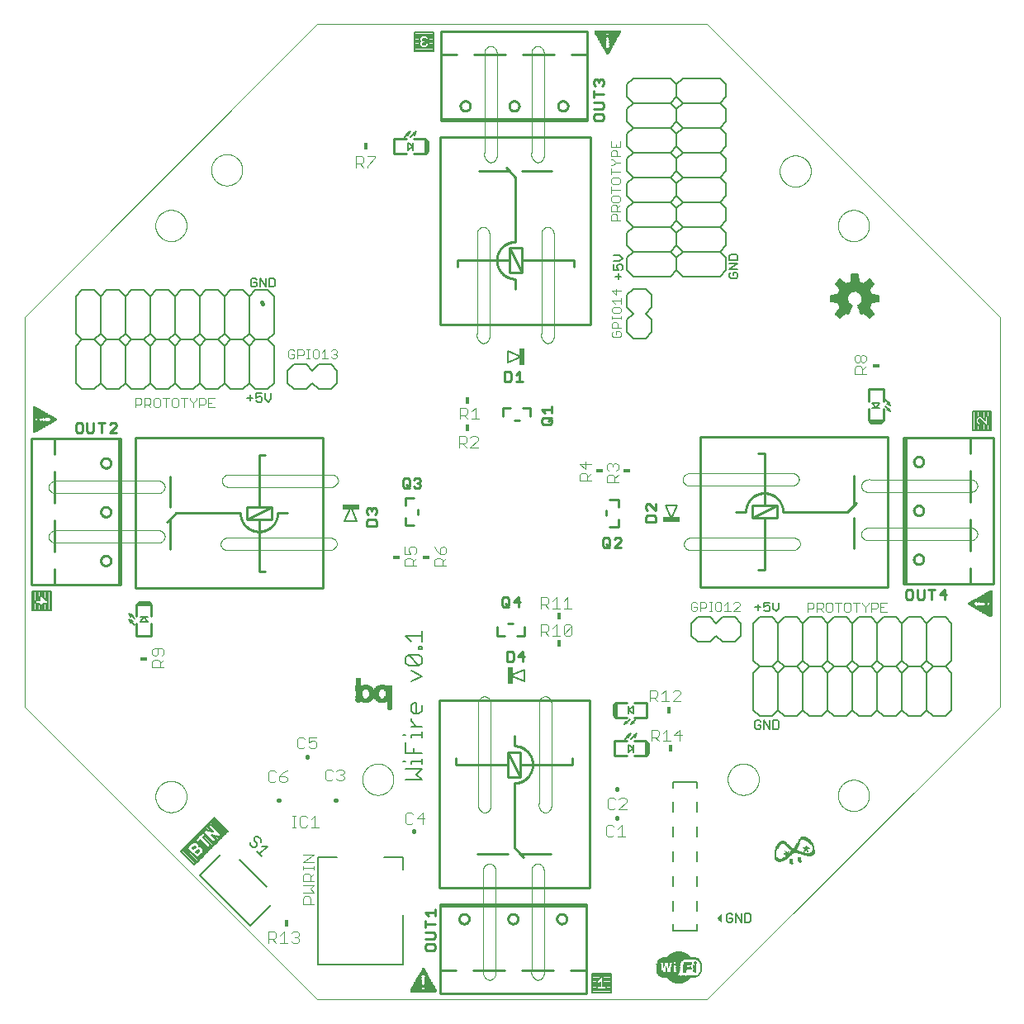
<source format=gto>
G75*
%MOIN*%
%OFA0B0*%
%FSLAX25Y25*%
%IPPOS*%
%LPD*%
%AMOC8*
5,1,8,0,0,1.08239X$1,22.5*
%
%ADD10C,0.00100*%
%ADD11C,0.00000*%
%ADD12C,0.00600*%
%ADD13C,0.00300*%
%ADD14C,0.01600*%
%ADD15C,0.00500*%
%ADD16C,0.00400*%
%ADD17C,0.01000*%
%ADD18C,0.00700*%
%ADD19C,0.00787*%
%ADD20R,0.01969X0.07087*%
%ADD21R,0.07087X0.01969*%
%ADD22C,0.00800*%
%ADD23R,0.01600X0.02800*%
%ADD24R,0.02800X0.01600*%
%ADD25R,0.09960X0.00020*%
%ADD26R,0.00040X0.00020*%
%ADD27R,0.00020X0.00020*%
%ADD28R,0.10140X0.00020*%
%ADD29R,0.10220X0.00020*%
%ADD30R,0.10240X0.00020*%
%ADD31R,0.10300X0.00020*%
%ADD32R,0.10340X0.00020*%
%ADD33R,0.10360X0.00020*%
%ADD34R,0.10380X0.00020*%
%ADD35R,0.10420X0.00020*%
%ADD36R,0.10440X0.00020*%
%ADD37R,0.10460X0.00020*%
%ADD38R,0.10500X0.00020*%
%ADD39R,0.10520X0.00020*%
%ADD40R,0.10520X0.00020*%
%ADD41R,0.10540X0.00020*%
%ADD42R,0.10560X0.00020*%
%ADD43R,0.10580X0.00020*%
%ADD44R,0.10600X0.00020*%
%ADD45R,0.10600X0.00020*%
%ADD46R,0.10620X0.00020*%
%ADD47R,0.10640X0.00020*%
%ADD48R,0.10640X0.00020*%
%ADD49R,0.10660X0.00020*%
%ADD50R,0.10660X0.00020*%
%ADD51R,0.10620X0.00020*%
%ADD52R,0.10580X0.00020*%
%ADD53R,0.10460X0.00020*%
%ADD54R,0.10400X0.00020*%
%ADD55R,0.10380X0.00020*%
%ADD56R,0.04980X0.00020*%
%ADD57R,0.00020X0.00020*%
%ADD58R,0.05040X0.00020*%
%ADD59R,0.04900X0.00020*%
%ADD60R,0.04960X0.00020*%
%ADD61R,0.04820X0.00020*%
%ADD62R,0.04780X0.00020*%
%ADD63R,0.04840X0.00020*%
%ADD64R,0.04740X0.00020*%
%ADD65R,0.04760X0.00020*%
%ADD66R,0.04700X0.00020*%
%ADD67R,0.04740X0.00020*%
%ADD68R,0.04640X0.00020*%
%ADD69R,0.04720X0.00020*%
%ADD70R,0.04620X0.00020*%
%ADD71R,0.04660X0.00020*%
%ADD72R,0.04580X0.00020*%
%ADD73R,0.04620X0.00020*%
%ADD74R,0.04560X0.00020*%
%ADD75R,0.04600X0.00020*%
%ADD76R,0.04520X0.00020*%
%ADD77R,0.04560X0.00020*%
%ADD78R,0.04480X0.00020*%
%ADD79R,0.04540X0.00020*%
%ADD80R,0.04460X0.00020*%
%ADD81R,0.04520X0.00020*%
%ADD82R,0.04460X0.00020*%
%ADD83R,0.04500X0.00020*%
%ADD84R,0.04420X0.00020*%
%ADD85R,0.04400X0.00020*%
%ADD86R,0.04380X0.00020*%
%ADD87R,0.04440X0.00020*%
%ADD88R,0.04360X0.00020*%
%ADD89R,0.04400X0.00020*%
%ADD90R,0.04340X0.00020*%
%ADD91R,0.04320X0.00020*%
%ADD92R,0.04300X0.00020*%
%ADD93R,0.04360X0.00020*%
%ADD94R,0.04280X0.00020*%
%ADD95R,0.04340X0.00020*%
%ADD96R,0.04300X0.00020*%
%ADD97R,0.04280X0.00020*%
%ADD98R,0.04320X0.00020*%
%ADD99R,0.04240X0.00020*%
%ADD100R,0.04260X0.00020*%
%ADD101R,0.04220X0.00020*%
%ADD102R,0.04220X0.00020*%
%ADD103R,0.04220X0.00020*%
%ADD104R,0.04200X0.00020*%
%ADD105R,0.04200X0.00020*%
%ADD106R,0.04240X0.00020*%
%ADD107R,0.04260X0.00020*%
%ADD108R,0.04240X0.00020*%
%ADD109R,0.04240X0.00020*%
%ADD110R,0.04340X0.00020*%
%ADD111R,0.04320X0.00020*%
%ADD112R,0.04380X0.00020*%
%ADD113R,0.00020X0.00020*%
%ADD114R,0.04540X0.00020*%
%ADD115R,0.09180X0.00020*%
%ADD116R,0.09180X0.00020*%
%ADD117R,0.09140X0.00020*%
%ADD118R,0.09120X0.00020*%
%ADD119R,0.09100X0.00020*%
%ADD120R,0.09100X0.00020*%
%ADD121R,0.09060X0.00020*%
%ADD122R,0.09020X0.00020*%
%ADD123R,0.08980X0.00020*%
%ADD124R,0.08980X0.00020*%
%ADD125R,0.08940X0.00020*%
%ADD126R,0.08920X0.00020*%
%ADD127R,0.08900X0.00020*%
%ADD128R,0.08880X0.00020*%
%ADD129R,0.08860X0.00020*%
%ADD130R,0.08820X0.00020*%
%ADD131R,0.08820X0.00020*%
%ADD132R,0.08780X0.00020*%
%ADD133R,0.08780X0.00020*%
%ADD134R,0.08740X0.00020*%
%ADD135R,0.08740X0.00020*%
%ADD136R,0.08700X0.00020*%
%ADD137R,0.08660X0.00020*%
%ADD138R,0.08660X0.00020*%
%ADD139R,0.08620X0.00020*%
%ADD140R,0.08620X0.00020*%
%ADD141R,0.08580X0.00020*%
%ADD142R,0.08540X0.00020*%
%ADD143R,0.08520X0.00020*%
%ADD144R,0.08500X0.00020*%
%ADD145R,0.04120X0.00020*%
%ADD146R,0.00020X0.00020*%
%ADD147R,0.04040X0.00020*%
%ADD148R,0.04140X0.00020*%
%ADD149R,0.03960X0.00020*%
%ADD150R,0.04060X0.00020*%
%ADD151R,0.03920X0.00020*%
%ADD152R,0.04020X0.00020*%
%ADD153R,0.03880X0.00020*%
%ADD154R,0.03840X0.00020*%
%ADD155R,0.03940X0.00020*%
%ADD156R,0.03800X0.00020*%
%ADD157R,0.03900X0.00020*%
%ADD158R,0.03760X0.00020*%
%ADD159R,0.03860X0.00020*%
%ADD160R,0.03740X0.00020*%
%ADD161R,0.03820X0.00020*%
%ADD162R,0.03720X0.00020*%
%ADD163R,0.03800X0.00020*%
%ADD164R,0.03700X0.00020*%
%ADD165R,0.03780X0.00020*%
%ADD166R,0.03660X0.00020*%
%ADD167R,0.03660X0.00020*%
%ADD168R,0.03720X0.00020*%
%ADD169R,0.03620X0.00020*%
%ADD170R,0.03600X0.00020*%
%ADD171R,0.03680X0.00020*%
%ADD172R,0.03580X0.00020*%
%ADD173R,0.03620X0.00020*%
%ADD174R,0.03540X0.00020*%
%ADD175R,0.03620X0.00020*%
%ADD176R,0.03520X0.00020*%
%ADD177R,0.03600X0.00020*%
%ADD178R,0.03520X0.00020*%
%ADD179R,0.03500X0.00020*%
%ADD180R,0.03460X0.00020*%
%ADD181R,0.03480X0.00020*%
%ADD182R,0.03560X0.00020*%
%ADD183R,0.03520X0.00020*%
%ADD184R,0.03460X0.00020*%
%ADD185R,0.03540X0.00020*%
%ADD186R,0.03420X0.00020*%
%ADD187R,0.03400X0.00020*%
%ADD188R,0.03400X0.00020*%
%ADD189R,0.03480X0.00020*%
%ADD190R,0.03380X0.00020*%
%ADD191R,0.03380X0.00020*%
%ADD192R,0.03360X0.00020*%
%ADD193R,0.03440X0.00020*%
%ADD194R,0.03320X0.00020*%
%ADD195R,0.03420X0.00020*%
%ADD196R,0.03340X0.00020*%
%ADD197R,0.03300X0.00020*%
%ADD198R,0.03320X0.00020*%
%ADD199R,0.03280X0.00020*%
%ADD200R,0.03260X0.00020*%
%ADD201R,0.03360X0.00020*%
%ADD202R,0.03260X0.00020*%
%ADD203R,0.03340X0.00020*%
%ADD204R,0.03340X0.00020*%
%ADD205R,0.03220X0.00020*%
%ADD206R,0.03320X0.00020*%
%ADD207R,0.03220X0.00020*%
%ADD208R,0.03300X0.00020*%
%ADD209R,0.03220X0.00020*%
%ADD210R,0.03200X0.00020*%
%ADD211R,0.03180X0.00020*%
%ADD212R,0.03280X0.00020*%
%ADD213R,0.03180X0.00020*%
%ADD214R,0.03140X0.00020*%
%ADD215R,0.03240X0.00020*%
%ADD216R,0.03140X0.00020*%
%ADD217R,0.03120X0.00020*%
%ADD218R,0.03200X0.00020*%
%ADD219R,0.03100X0.00020*%
%ADD220R,0.03060X0.00020*%
%ADD221R,0.03160X0.00020*%
%ADD222R,0.03080X0.00020*%
%ADD223R,0.03160X0.00020*%
%ADD224R,0.03020X0.00020*%
%ADD225R,0.03040X0.00020*%
%ADD226R,0.03020X0.00020*%
%ADD227R,0.03100X0.00020*%
%ADD228R,0.03000X0.00020*%
%ADD229R,0.02980X0.00020*%
%ADD230R,0.02980X0.00020*%
%ADD231R,0.03060X0.00020*%
%ADD232R,0.02960X0.00020*%
%ADD233R,0.02940X0.00020*%
%ADD234R,0.03020X0.00020*%
%ADD235R,0.02940X0.00020*%
%ADD236R,0.03020X0.00020*%
%ADD237R,0.03000X0.00020*%
%ADD238R,0.02900X0.00020*%
%ADD239R,0.02880X0.00020*%
%ADD240R,0.02960X0.00020*%
%ADD241R,0.02860X0.00020*%
%ADD242R,0.02840X0.00020*%
%ADD243R,0.02940X0.00020*%
%ADD244R,0.02840X0.00020*%
%ADD245R,0.02920X0.00020*%
%ADD246R,0.02820X0.00020*%
%ADD247R,0.02800X0.00020*%
%ADD248R,0.02800X0.00020*%
%ADD249R,0.02780X0.00020*%
%ADD250R,0.02760X0.00020*%
%ADD251R,0.02760X0.00020*%
%ADD252R,0.02820X0.00020*%
%ADD253R,0.02740X0.00020*%
%ADD254R,0.02840X0.00020*%
%ADD255R,0.02720X0.00020*%
%ADD256R,0.02720X0.00020*%
%ADD257R,0.02700X0.00020*%
%ADD258R,0.02680X0.00020*%
%ADD259R,0.02780X0.00020*%
%ADD260R,0.02680X0.00020*%
%ADD261R,0.02660X0.00020*%
%ADD262R,0.02740X0.00020*%
%ADD263R,0.02640X0.00020*%
%ADD264R,0.02740X0.00020*%
%ADD265R,0.02640X0.00020*%
%ADD266R,0.02640X0.00020*%
%ADD267R,0.02600X0.00020*%
%ADD268R,0.02600X0.00020*%
%ADD269R,0.02580X0.00020*%
%ADD270R,0.02560X0.00020*%
%ADD271R,0.02560X0.00020*%
%ADD272R,0.02540X0.00020*%
%ADD273R,0.02620X0.00020*%
%ADD274R,0.02540X0.00020*%
%ADD275R,0.02620X0.00020*%
%ADD276R,0.02500X0.00020*%
%ADD277R,0.02520X0.00020*%
%ADD278R,0.02500X0.00020*%
%ADD279R,0.02580X0.00020*%
%ADD280R,0.02480X0.00020*%
%ADD281R,0.02480X0.00020*%
%ADD282R,0.02460X0.00020*%
%ADD283R,0.02440X0.00020*%
%ADD284R,0.02440X0.00020*%
%ADD285R,0.02520X0.00020*%
%ADD286R,0.02420X0.00020*%
%ADD287R,0.02520X0.00020*%
%ADD288R,0.02400X0.00020*%
%ADD289R,0.02380X0.00020*%
%ADD290R,0.02380X0.00020*%
%ADD291R,0.02460X0.00020*%
%ADD292R,0.02360X0.00020*%
%ADD293R,0.02340X0.00020*%
%ADD294R,0.02420X0.00020*%
%ADD295R,0.02320X0.00020*%
%ADD296R,0.02420X0.00020*%
%ADD297R,0.02400X0.00020*%
%ADD298R,0.02320X0.00020*%
%ADD299R,0.02280X0.00020*%
%ADD300R,0.02300X0.00020*%
%ADD301R,0.02360X0.00020*%
%ADD302R,0.02260X0.00020*%
%ADD303R,0.02340X0.00020*%
%ADD304R,0.02240X0.00020*%
%ADD305R,0.02220X0.00020*%
%ADD306R,0.02300X0.00020*%
%ADD307R,0.02200X0.00020*%
%ADD308R,0.02200X0.00020*%
%ADD309R,0.02180X0.00020*%
%ADD310R,0.02260X0.00020*%
%ADD311R,0.02160X0.00020*%
%ADD312R,0.02240X0.00020*%
%ADD313R,0.02140X0.00020*%
%ADD314R,0.02140X0.00020*%
%ADD315R,0.02220X0.00020*%
%ADD316R,0.02100X0.00020*%
%ADD317R,0.02120X0.00020*%
%ADD318R,0.02080X0.00020*%
%ADD319R,0.02080X0.00020*%
%ADD320R,0.02180X0.00020*%
%ADD321R,0.02060X0.00020*%
%ADD322R,0.02060X0.00020*%
%ADD323R,0.02120X0.00020*%
%ADD324R,0.02040X0.00020*%
%ADD325R,0.02020X0.00020*%
%ADD326R,0.02020X0.00020*%
%ADD327R,0.02100X0.00020*%
%ADD328R,0.02000X0.00020*%
%ADD329R,0.01980X0.00020*%
%ADD330R,0.01980X0.00020*%
%ADD331R,0.01960X0.00020*%
%ADD332R,0.02040X0.00020*%
%ADD333R,0.01960X0.00020*%
%ADD334R,0.02040X0.00020*%
%ADD335R,0.01920X0.00020*%
%ADD336R,0.02020X0.00020*%
%ADD337R,0.01940X0.00020*%
%ADD338R,0.02020X0.00020*%
%ADD339R,0.01900X0.00020*%
%ADD340R,0.01880X0.00020*%
%ADD341R,0.01880X0.00020*%
%ADD342R,0.01860X0.00020*%
%ADD343R,0.01840X0.00020*%
%ADD344R,0.01840X0.00020*%
%ADD345R,0.01940X0.00020*%
%ADD346R,0.01820X0.00020*%
%ADD347R,0.01800X0.00020*%
%ADD348R,0.01800X0.00020*%
%ADD349R,0.01780X0.00020*%
%ADD350R,0.01760X0.00020*%
%ADD351R,0.01840X0.00020*%
%ADD352R,0.01740X0.00020*%
%ADD353R,0.01740X0.00020*%
%ADD354R,0.01820X0.00020*%
%ADD355R,0.01720X0.00020*%
%ADD356R,0.01720X0.00020*%
%ADD357R,0.01700X0.00020*%
%ADD358R,0.01780X0.00020*%
%ADD359R,0.01680X0.00020*%
%ADD360R,0.01660X0.00020*%
%ADD361R,0.01640X0.00020*%
%ADD362R,0.01720X0.00020*%
%ADD363R,0.01640X0.00020*%
%ADD364R,0.01620X0.00020*%
%ADD365R,0.01620X0.00020*%
%ADD366R,0.01600X0.00020*%
%ADD367R,0.01680X0.00020*%
%ADD368R,0.01600X0.00020*%
%ADD369R,0.01700X0.00020*%
%ADD370R,0.01580X0.00020*%
%ADD371R,0.01560X0.00020*%
%ADD372R,0.01540X0.00020*%
%ADD373R,0.01540X0.00020*%
%ADD374R,0.01620X0.00020*%
%ADD375R,0.01520X0.00020*%
%ADD376R,0.01500X0.00020*%
%ADD377R,0.01500X0.00020*%
%ADD378R,0.01580X0.00020*%
%ADD379R,0.01480X0.00020*%
%ADD380R,0.01480X0.00020*%
%ADD381R,0.01560X0.00020*%
%ADD382R,0.01460X0.00020*%
%ADD383R,0.01440X0.00020*%
%ADD384R,0.01440X0.00020*%
%ADD385R,0.01520X0.00020*%
%ADD386R,0.01520X0.00020*%
%ADD387R,0.01400X0.00020*%
%ADD388R,0.01420X0.00020*%
%ADD389R,0.01380X0.00020*%
%ADD390R,0.01360X0.00020*%
%ADD391R,0.01460X0.00020*%
%ADD392R,0.01360X0.00020*%
%ADD393R,0.01340X0.00020*%
%ADD394R,0.01420X0.00020*%
%ADD395R,0.01320X0.00020*%
%ADD396R,0.01420X0.00020*%
%ADD397R,0.01320X0.00020*%
%ADD398R,0.01400X0.00020*%
%ADD399R,0.01300X0.00020*%
%ADD400R,0.01380X0.00020*%
%ADD401R,0.01280X0.00020*%
%ADD402R,0.01260X0.00020*%
%ADD403R,0.01280X0.00020*%
%ADD404R,0.01240X0.00020*%
%ADD405R,0.01260X0.00020*%
%ADD406R,0.01340X0.00020*%
%ADD407R,0.01320X0.00020*%
%ADD408R,0.01220X0.00020*%
%ADD409R,0.01220X0.00020*%
%ADD410R,0.01320X0.00020*%
%ADD411R,0.01240X0.00020*%
%ADD412R,0.01300X0.00020*%
%ADD413R,0.01240X0.00020*%
%ADD414R,0.01220X0.00020*%
%ADD415R,0.01440X0.00020*%
%ADD416R,0.03340X0.00020*%
%ADD417R,0.03140X0.00020*%
%ADD418R,0.03140X0.00020*%
%ADD419R,0.02940X0.00020*%
%ADD420R,0.02900X0.00020*%
%ADD421R,0.02820X0.00020*%
%ADD422R,0.02700X0.00020*%
%ADD423R,0.02660X0.00020*%
%ADD424R,0.02620X0.00020*%
%ADD425R,0.02540X0.00020*%
%ADD426R,0.02340X0.00020*%
%ADD427R,0.02320X0.00020*%
%ADD428R,0.02220X0.00020*%
%ADD429R,0.02140X0.00020*%
%ADD430R,0.01940X0.00020*%
%ADD431R,0.01900X0.00020*%
%ADD432R,0.01860X0.00020*%
%ADD433R,0.01740X0.00020*%
%ADD434R,0.01660X0.00020*%
%ADD435R,0.01540X0.00020*%
%ADD436R,0.01540X0.00020*%
%ADD437R,0.01420X0.00020*%
%ADD438R,0.01340X0.00020*%
%ADD439R,0.01200X0.00020*%
%ADD440R,0.01180X0.00020*%
%ADD441R,0.01140X0.00020*%
%ADD442R,0.01120X0.00020*%
%ADD443R,0.01100X0.00020*%
%ADD444R,0.01100X0.00020*%
%ADD445R,0.01060X0.00020*%
%ADD446R,0.01040X0.00020*%
%ADD447R,0.01020X0.00020*%
%ADD448R,0.00980X0.00020*%
%ADD449R,0.00980X0.00020*%
%ADD450R,0.00940X0.00020*%
%ADD451R,0.00920X0.00020*%
%ADD452R,0.00900X0.00020*%
%ADD453R,0.00860X0.00020*%
%ADD454R,0.00820X0.00020*%
%ADD455R,0.00760X0.00020*%
%ADD456R,0.00700X0.00020*%
%ADD457R,0.00660X0.00020*%
%ADD458R,0.00580X0.00020*%
%ADD459R,0.00500X0.00020*%
%ADD460R,0.00420X0.00020*%
%ADD461R,0.00320X0.00020*%
%ADD462R,0.00160X0.00020*%
%ADD463R,0.00100X0.00100*%
%ADD464R,0.01400X0.00100*%
%ADD465R,0.02600X0.00100*%
%ADD466R,0.03400X0.00100*%
%ADD467R,0.04000X0.00100*%
%ADD468R,0.04500X0.00100*%
%ADD469R,0.05000X0.00100*%
%ADD470R,0.05400X0.00100*%
%ADD471R,0.05800X0.00100*%
%ADD472R,0.06200X0.00100*%
%ADD473R,0.06300X0.00100*%
%ADD474R,0.06700X0.00100*%
%ADD475R,0.07000X0.00100*%
%ADD476R,0.07400X0.00100*%
%ADD477R,0.07500X0.00100*%
%ADD478R,0.07800X0.00100*%
%ADD479R,0.08000X0.00100*%
%ADD480R,0.08300X0.00100*%
%ADD481R,0.08400X0.00100*%
%ADD482R,0.08600X0.00100*%
%ADD483R,0.08800X0.00100*%
%ADD484R,0.09000X0.00100*%
%ADD485R,0.09200X0.00100*%
%ADD486R,0.09400X0.00100*%
%ADD487R,0.09500X0.00100*%
%ADD488R,0.11700X0.00100*%
%ADD489R,0.00700X0.00100*%
%ADD490R,0.14200X0.00100*%
%ADD491R,0.14600X0.00100*%
%ADD492R,0.15100X0.00100*%
%ADD493R,0.15400X0.00100*%
%ADD494R,0.07100X0.00100*%
%ADD495R,0.00300X0.00100*%
%ADD496R,0.00200X0.00100*%
%ADD497R,0.00400X0.00100*%
%ADD498R,0.02300X0.00100*%
%ADD499R,0.07300X0.00100*%
%ADD500R,0.01100X0.00100*%
%ADD501R,0.07700X0.00100*%
%ADD502R,0.01000X0.00100*%
%ADD503R,0.07900X0.00100*%
%ADD504R,0.00900X0.00100*%
%ADD505R,0.08100X0.00100*%
%ADD506R,0.08200X0.00100*%
%ADD507R,0.00800X0.00100*%
%ADD508R,0.08500X0.00100*%
%ADD509R,0.08700X0.00100*%
%ADD510R,0.08900X0.00100*%
%ADD511R,0.09300X0.00100*%
%ADD512R,0.03200X0.00100*%
%ADD513R,0.05900X0.00100*%
%ADD514R,0.02400X0.00100*%
%ADD515R,0.01500X0.00100*%
%ADD516R,0.01300X0.00100*%
%ADD517R,0.01600X0.00100*%
%ADD518R,0.00600X0.00100*%
%ADD519R,0.01200X0.00100*%
%ADD520R,0.02500X0.00100*%
%ADD521R,0.00500X0.00100*%
%ADD522R,0.01700X0.00100*%
%ADD523R,0.02200X0.00100*%
%ADD524R,0.02100X0.00100*%
%ADD525R,0.03300X0.00100*%
%ADD526R,0.03100X0.00100*%
%ADD527R,0.02000X0.00100*%
%ADD528R,0.01900X0.00100*%
%ADD529R,0.01800X0.00100*%
%ADD530R,0.03600X0.00100*%
%ADD531R,0.03500X0.00100*%
%ADD532R,0.06800X0.00100*%
%ADD533R,0.09600X0.00100*%
%ADD534R,0.09700X0.00100*%
%ADD535R,0.09800X0.00100*%
%ADD536R,0.10000X0.00100*%
%ADD537R,0.10200X0.00100*%
%ADD538R,0.15500X0.00100*%
%ADD539R,0.15200X0.00100*%
%ADD540R,0.14900X0.00100*%
%ADD541R,0.14000X0.00100*%
%ADD542R,0.09900X0.00100*%
%ADD543R,0.09100X0.00100*%
%ADD544R,0.07200X0.00100*%
%ADD545R,0.06600X0.00100*%
%ADD546R,0.05500X0.00100*%
%ADD547R,0.05100X0.00100*%
%ADD548R,0.04600X0.00100*%
%ADD549R,0.04100X0.00100*%
%ADD550R,0.02700X0.00100*%
%ADD551R,0.00020X0.09960*%
%ADD552R,0.00020X0.00040*%
%ADD553R,0.00020X0.10140*%
%ADD554R,0.00020X0.10220*%
%ADD555R,0.00020X0.10240*%
%ADD556R,0.00020X0.10300*%
%ADD557R,0.00020X0.10340*%
%ADD558R,0.00020X0.10360*%
%ADD559R,0.00020X0.10380*%
%ADD560R,0.00020X0.10420*%
%ADD561R,0.00020X0.10440*%
%ADD562R,0.00020X0.10460*%
%ADD563R,0.00020X0.10500*%
%ADD564R,0.00020X0.10520*%
%ADD565R,0.00020X0.10520*%
%ADD566R,0.00020X0.10540*%
%ADD567R,0.00020X0.10560*%
%ADD568R,0.00020X0.10580*%
%ADD569R,0.00020X0.10600*%
%ADD570R,0.00020X0.10600*%
%ADD571R,0.00020X0.10620*%
%ADD572R,0.00020X0.10640*%
%ADD573R,0.00020X0.10640*%
%ADD574R,0.00020X0.10660*%
%ADD575R,0.00020X0.10660*%
%ADD576R,0.00020X0.10620*%
%ADD577R,0.00020X0.10580*%
%ADD578R,0.00020X0.10460*%
%ADD579R,0.00020X0.10400*%
%ADD580R,0.00020X0.10380*%
%ADD581R,0.00020X0.04980*%
%ADD582R,0.00020X0.05040*%
%ADD583R,0.00020X0.04900*%
%ADD584R,0.00020X0.04960*%
%ADD585R,0.00020X0.04820*%
%ADD586R,0.00020X0.04780*%
%ADD587R,0.00020X0.04840*%
%ADD588R,0.00020X0.04740*%
%ADD589R,0.00020X0.04760*%
%ADD590R,0.00020X0.04700*%
%ADD591R,0.00020X0.04740*%
%ADD592R,0.00020X0.04640*%
%ADD593R,0.00020X0.04720*%
%ADD594R,0.00020X0.04620*%
%ADD595R,0.00020X0.04660*%
%ADD596R,0.00020X0.04580*%
%ADD597R,0.00020X0.04620*%
%ADD598R,0.00020X0.04560*%
%ADD599R,0.00020X0.04600*%
%ADD600R,0.00020X0.04520*%
%ADD601R,0.00020X0.04560*%
%ADD602R,0.00020X0.04480*%
%ADD603R,0.00020X0.04540*%
%ADD604R,0.00020X0.04460*%
%ADD605R,0.00020X0.04520*%
%ADD606R,0.00020X0.04460*%
%ADD607R,0.00020X0.04500*%
%ADD608R,0.00020X0.04420*%
%ADD609R,0.00020X0.04400*%
%ADD610R,0.00020X0.04380*%
%ADD611R,0.00020X0.04440*%
%ADD612R,0.00020X0.04360*%
%ADD613R,0.00020X0.04400*%
%ADD614R,0.00020X0.04340*%
%ADD615R,0.00020X0.04320*%
%ADD616R,0.00020X0.04300*%
%ADD617R,0.00020X0.04360*%
%ADD618R,0.00020X0.04280*%
%ADD619R,0.00020X0.04340*%
%ADD620R,0.00020X0.04300*%
%ADD621R,0.00020X0.04280*%
%ADD622R,0.00020X0.04320*%
%ADD623R,0.00020X0.04240*%
%ADD624R,0.00020X0.04260*%
%ADD625R,0.00020X0.04220*%
%ADD626R,0.00020X0.04220*%
%ADD627R,0.00020X0.04220*%
%ADD628R,0.00020X0.04200*%
%ADD629R,0.00020X0.04200*%
%ADD630R,0.00020X0.04240*%
%ADD631R,0.00020X0.04260*%
%ADD632R,0.00020X0.04240*%
%ADD633R,0.00020X0.04240*%
%ADD634R,0.00020X0.04340*%
%ADD635R,0.00020X0.04320*%
%ADD636R,0.00020X0.04380*%
%ADD637R,0.00020X0.04540*%
%ADD638R,0.00020X0.09180*%
%ADD639R,0.00020X0.09180*%
%ADD640R,0.00020X0.09140*%
%ADD641R,0.00020X0.09120*%
%ADD642R,0.00020X0.09100*%
%ADD643R,0.00020X0.09100*%
%ADD644R,0.00020X0.09060*%
%ADD645R,0.00020X0.09020*%
%ADD646R,0.00020X0.08980*%
%ADD647R,0.00020X0.08980*%
%ADD648R,0.00020X0.08940*%
%ADD649R,0.00020X0.08920*%
%ADD650R,0.00020X0.08900*%
%ADD651R,0.00020X0.08880*%
%ADD652R,0.00020X0.08860*%
%ADD653R,0.00020X0.08820*%
%ADD654R,0.00020X0.08820*%
%ADD655R,0.00020X0.08780*%
%ADD656R,0.00020X0.08780*%
%ADD657R,0.00020X0.08740*%
%ADD658R,0.00020X0.08740*%
%ADD659R,0.00020X0.08700*%
%ADD660R,0.00020X0.08660*%
%ADD661R,0.00020X0.08660*%
%ADD662R,0.00020X0.08620*%
%ADD663R,0.00020X0.08620*%
%ADD664R,0.00020X0.08580*%
%ADD665R,0.00020X0.08540*%
%ADD666R,0.00020X0.08520*%
%ADD667R,0.00020X0.08500*%
%ADD668R,0.00020X0.04120*%
%ADD669R,0.00020X0.04040*%
%ADD670R,0.00020X0.04140*%
%ADD671R,0.00020X0.03960*%
%ADD672R,0.00020X0.04060*%
%ADD673R,0.00020X0.03920*%
%ADD674R,0.00020X0.04020*%
%ADD675R,0.00020X0.03880*%
%ADD676R,0.00020X0.03840*%
%ADD677R,0.00020X0.03940*%
%ADD678R,0.00020X0.03800*%
%ADD679R,0.00020X0.03900*%
%ADD680R,0.00020X0.03760*%
%ADD681R,0.00020X0.03860*%
%ADD682R,0.00020X0.03740*%
%ADD683R,0.00020X0.03820*%
%ADD684R,0.00020X0.03720*%
%ADD685R,0.00020X0.03800*%
%ADD686R,0.00020X0.03700*%
%ADD687R,0.00020X0.03780*%
%ADD688R,0.00020X0.03660*%
%ADD689R,0.00020X0.03660*%
%ADD690R,0.00020X0.03720*%
%ADD691R,0.00020X0.03620*%
%ADD692R,0.00020X0.03600*%
%ADD693R,0.00020X0.03680*%
%ADD694R,0.00020X0.03580*%
%ADD695R,0.00020X0.03620*%
%ADD696R,0.00020X0.03540*%
%ADD697R,0.00020X0.03620*%
%ADD698R,0.00020X0.03520*%
%ADD699R,0.00020X0.03600*%
%ADD700R,0.00020X0.03520*%
%ADD701R,0.00020X0.03500*%
%ADD702R,0.00020X0.03460*%
%ADD703R,0.00020X0.03480*%
%ADD704R,0.00020X0.03560*%
%ADD705R,0.00020X0.03520*%
%ADD706R,0.00020X0.03460*%
%ADD707R,0.00020X0.03540*%
%ADD708R,0.00020X0.03420*%
%ADD709R,0.00020X0.03400*%
%ADD710R,0.00020X0.03400*%
%ADD711R,0.00020X0.03480*%
%ADD712R,0.00020X0.03380*%
%ADD713R,0.00020X0.03380*%
%ADD714R,0.00020X0.03360*%
%ADD715R,0.00020X0.03440*%
%ADD716R,0.00020X0.03320*%
%ADD717R,0.00020X0.03420*%
%ADD718R,0.00020X0.03340*%
%ADD719R,0.00020X0.03300*%
%ADD720R,0.00020X0.03320*%
%ADD721R,0.00020X0.03280*%
%ADD722R,0.00020X0.03260*%
%ADD723R,0.00020X0.03360*%
%ADD724R,0.00020X0.03260*%
%ADD725R,0.00020X0.03340*%
%ADD726R,0.00020X0.03340*%
%ADD727R,0.00020X0.03220*%
%ADD728R,0.00020X0.03320*%
%ADD729R,0.00020X0.03220*%
%ADD730R,0.00020X0.03300*%
%ADD731R,0.00020X0.03220*%
%ADD732R,0.00020X0.03200*%
%ADD733R,0.00020X0.03180*%
%ADD734R,0.00020X0.03280*%
%ADD735R,0.00020X0.03180*%
%ADD736R,0.00020X0.03140*%
%ADD737R,0.00020X0.03240*%
%ADD738R,0.00020X0.03140*%
%ADD739R,0.00020X0.03120*%
%ADD740R,0.00020X0.03200*%
%ADD741R,0.00020X0.03100*%
%ADD742R,0.00020X0.03060*%
%ADD743R,0.00020X0.03160*%
%ADD744R,0.00020X0.03080*%
%ADD745R,0.00020X0.03160*%
%ADD746R,0.00020X0.03020*%
%ADD747R,0.00020X0.03040*%
%ADD748R,0.00020X0.03020*%
%ADD749R,0.00020X0.03100*%
%ADD750R,0.00020X0.03000*%
%ADD751R,0.00020X0.02980*%
%ADD752R,0.00020X0.02980*%
%ADD753R,0.00020X0.03060*%
%ADD754R,0.00020X0.02960*%
%ADD755R,0.00020X0.02940*%
%ADD756R,0.00020X0.03020*%
%ADD757R,0.00020X0.02940*%
%ADD758R,0.00020X0.03020*%
%ADD759R,0.00020X0.03000*%
%ADD760R,0.00020X0.02900*%
%ADD761R,0.00020X0.02880*%
%ADD762R,0.00020X0.02960*%
%ADD763R,0.00020X0.02860*%
%ADD764R,0.00020X0.02840*%
%ADD765R,0.00020X0.02940*%
%ADD766R,0.00020X0.02840*%
%ADD767R,0.00020X0.02920*%
%ADD768R,0.00020X0.02820*%
%ADD769R,0.00020X0.02800*%
%ADD770R,0.00020X0.02800*%
%ADD771R,0.00020X0.02780*%
%ADD772R,0.00020X0.02760*%
%ADD773R,0.00020X0.02760*%
%ADD774R,0.00020X0.02820*%
%ADD775R,0.00020X0.02740*%
%ADD776R,0.00020X0.02840*%
%ADD777R,0.00020X0.02720*%
%ADD778R,0.00020X0.02720*%
%ADD779R,0.00020X0.02700*%
%ADD780R,0.00020X0.02680*%
%ADD781R,0.00020X0.02780*%
%ADD782R,0.00020X0.02680*%
%ADD783R,0.00020X0.02660*%
%ADD784R,0.00020X0.02740*%
%ADD785R,0.00020X0.02640*%
%ADD786R,0.00020X0.02740*%
%ADD787R,0.00020X0.02640*%
%ADD788R,0.00020X0.02640*%
%ADD789R,0.00020X0.02600*%
%ADD790R,0.00020X0.02600*%
%ADD791R,0.00020X0.02580*%
%ADD792R,0.00020X0.02560*%
%ADD793R,0.00020X0.02560*%
%ADD794R,0.00020X0.02540*%
%ADD795R,0.00020X0.02620*%
%ADD796R,0.00020X0.02540*%
%ADD797R,0.00020X0.02620*%
%ADD798R,0.00020X0.02500*%
%ADD799R,0.00020X0.02520*%
%ADD800R,0.00020X0.02500*%
%ADD801R,0.00020X0.02580*%
%ADD802R,0.00020X0.02480*%
%ADD803R,0.00020X0.02480*%
%ADD804R,0.00020X0.02460*%
%ADD805R,0.00020X0.02440*%
%ADD806R,0.00020X0.02440*%
%ADD807R,0.00020X0.02520*%
%ADD808R,0.00020X0.02420*%
%ADD809R,0.00020X0.02520*%
%ADD810R,0.00020X0.02400*%
%ADD811R,0.00020X0.02380*%
%ADD812R,0.00020X0.02380*%
%ADD813R,0.00020X0.02460*%
%ADD814R,0.00020X0.02360*%
%ADD815R,0.00020X0.02340*%
%ADD816R,0.00020X0.02420*%
%ADD817R,0.00020X0.02320*%
%ADD818R,0.00020X0.02420*%
%ADD819R,0.00020X0.02400*%
%ADD820R,0.00020X0.02320*%
%ADD821R,0.00020X0.02280*%
%ADD822R,0.00020X0.02300*%
%ADD823R,0.00020X0.02360*%
%ADD824R,0.00020X0.02260*%
%ADD825R,0.00020X0.02340*%
%ADD826R,0.00020X0.02240*%
%ADD827R,0.00020X0.02220*%
%ADD828R,0.00020X0.02300*%
%ADD829R,0.00020X0.02200*%
%ADD830R,0.00020X0.02200*%
%ADD831R,0.00020X0.02180*%
%ADD832R,0.00020X0.02260*%
%ADD833R,0.00020X0.02160*%
%ADD834R,0.00020X0.02240*%
%ADD835R,0.00020X0.02140*%
%ADD836R,0.00020X0.02140*%
%ADD837R,0.00020X0.02220*%
%ADD838R,0.00020X0.02100*%
%ADD839R,0.00020X0.02120*%
%ADD840R,0.00020X0.02080*%
%ADD841R,0.00020X0.02080*%
%ADD842R,0.00020X0.02180*%
%ADD843R,0.00020X0.02060*%
%ADD844R,0.00020X0.02060*%
%ADD845R,0.00020X0.02120*%
%ADD846R,0.00020X0.02040*%
%ADD847R,0.00020X0.02020*%
%ADD848R,0.00020X0.02020*%
%ADD849R,0.00020X0.02100*%
%ADD850R,0.00020X0.02000*%
%ADD851R,0.00020X0.01980*%
%ADD852R,0.00020X0.01980*%
%ADD853R,0.00020X0.01960*%
%ADD854R,0.00020X0.02040*%
%ADD855R,0.00020X0.01960*%
%ADD856R,0.00020X0.02040*%
%ADD857R,0.00020X0.01920*%
%ADD858R,0.00020X0.02020*%
%ADD859R,0.00020X0.01940*%
%ADD860R,0.00020X0.02020*%
%ADD861R,0.00020X0.01900*%
%ADD862R,0.00020X0.01880*%
%ADD863R,0.00020X0.01880*%
%ADD864R,0.00020X0.01860*%
%ADD865R,0.00020X0.01840*%
%ADD866R,0.00020X0.01840*%
%ADD867R,0.00020X0.01940*%
%ADD868R,0.00020X0.01820*%
%ADD869R,0.00020X0.01800*%
%ADD870R,0.00020X0.01800*%
%ADD871R,0.00020X0.01780*%
%ADD872R,0.00020X0.01760*%
%ADD873R,0.00020X0.01840*%
%ADD874R,0.00020X0.01740*%
%ADD875R,0.00020X0.01740*%
%ADD876R,0.00020X0.01820*%
%ADD877R,0.00020X0.01720*%
%ADD878R,0.00020X0.01720*%
%ADD879R,0.00020X0.01700*%
%ADD880R,0.00020X0.01780*%
%ADD881R,0.00020X0.01680*%
%ADD882R,0.00020X0.01660*%
%ADD883R,0.00020X0.01640*%
%ADD884R,0.00020X0.01720*%
%ADD885R,0.00020X0.01640*%
%ADD886R,0.00020X0.01620*%
%ADD887R,0.00020X0.01620*%
%ADD888R,0.00020X0.01600*%
%ADD889R,0.00020X0.01680*%
%ADD890R,0.00020X0.01600*%
%ADD891R,0.00020X0.01700*%
%ADD892R,0.00020X0.01580*%
%ADD893R,0.00020X0.01560*%
%ADD894R,0.00020X0.01540*%
%ADD895R,0.00020X0.01540*%
%ADD896R,0.00020X0.01620*%
%ADD897R,0.00020X0.01520*%
%ADD898R,0.00020X0.01500*%
%ADD899R,0.00020X0.01500*%
%ADD900R,0.00020X0.01580*%
%ADD901R,0.00020X0.01480*%
%ADD902R,0.00020X0.01480*%
%ADD903R,0.00020X0.01560*%
%ADD904R,0.00020X0.01460*%
%ADD905R,0.00020X0.01440*%
%ADD906R,0.00020X0.01440*%
%ADD907R,0.00020X0.01520*%
%ADD908R,0.00020X0.01520*%
%ADD909R,0.00020X0.01400*%
%ADD910R,0.00020X0.01420*%
%ADD911R,0.00020X0.01380*%
%ADD912R,0.00020X0.01360*%
%ADD913R,0.00020X0.01460*%
%ADD914R,0.00020X0.01360*%
%ADD915R,0.00020X0.01340*%
%ADD916R,0.00020X0.01420*%
%ADD917R,0.00020X0.01320*%
%ADD918R,0.00020X0.01420*%
%ADD919R,0.00020X0.01320*%
%ADD920R,0.00020X0.01400*%
%ADD921R,0.00020X0.01300*%
%ADD922R,0.00020X0.01380*%
%ADD923R,0.00020X0.01280*%
%ADD924R,0.00020X0.01260*%
%ADD925R,0.00020X0.01280*%
%ADD926R,0.00020X0.01240*%
%ADD927R,0.00020X0.01260*%
%ADD928R,0.00020X0.01340*%
%ADD929R,0.00020X0.01320*%
%ADD930R,0.00020X0.01220*%
%ADD931R,0.00020X0.01220*%
%ADD932R,0.00020X0.01320*%
%ADD933R,0.00020X0.01240*%
%ADD934R,0.00020X0.01300*%
%ADD935R,0.00020X0.01240*%
%ADD936R,0.00020X0.01220*%
%ADD937R,0.00020X0.01440*%
%ADD938R,0.00020X0.03340*%
%ADD939R,0.00020X0.03140*%
%ADD940R,0.00020X0.03140*%
%ADD941R,0.00020X0.02940*%
%ADD942R,0.00020X0.02900*%
%ADD943R,0.00020X0.02820*%
%ADD944R,0.00020X0.02700*%
%ADD945R,0.00020X0.02660*%
%ADD946R,0.00020X0.02620*%
%ADD947R,0.00020X0.02540*%
%ADD948R,0.00020X0.02340*%
%ADD949R,0.00020X0.02320*%
%ADD950R,0.00020X0.02220*%
%ADD951R,0.00020X0.02140*%
%ADD952R,0.00020X0.01940*%
%ADD953R,0.00020X0.01900*%
%ADD954R,0.00020X0.01860*%
%ADD955R,0.00020X0.01740*%
%ADD956R,0.00020X0.01660*%
%ADD957R,0.00020X0.01540*%
%ADD958R,0.00020X0.01540*%
%ADD959R,0.00020X0.01420*%
%ADD960R,0.00020X0.01340*%
%ADD961R,0.00020X0.01200*%
%ADD962R,0.00020X0.01180*%
%ADD963R,0.00020X0.01140*%
%ADD964R,0.00020X0.01120*%
%ADD965R,0.00020X0.01100*%
%ADD966R,0.00020X0.01100*%
%ADD967R,0.00020X0.01060*%
%ADD968R,0.00020X0.01040*%
%ADD969R,0.00020X0.01020*%
%ADD970R,0.00020X0.00980*%
%ADD971R,0.00020X0.00980*%
%ADD972R,0.00020X0.00940*%
%ADD973R,0.00020X0.00920*%
%ADD974R,0.00020X0.00900*%
%ADD975R,0.00020X0.00860*%
%ADD976R,0.00020X0.00820*%
%ADD977R,0.00020X0.00760*%
%ADD978R,0.00020X0.00700*%
%ADD979R,0.00020X0.00660*%
%ADD980R,0.00020X0.00580*%
%ADD981R,0.00020X0.00500*%
%ADD982R,0.00020X0.00420*%
%ADD983R,0.00020X0.00320*%
%ADD984R,0.00020X0.00160*%
%ADD985R,0.00300X0.00060*%
%ADD986R,0.00540X0.00060*%
%ADD987R,0.00720X0.00060*%
%ADD988R,0.00840X0.00060*%
%ADD989R,0.00960X0.00060*%
%ADD990R,0.01020X0.00060*%
%ADD991R,0.01080X0.00060*%
%ADD992R,0.01140X0.00060*%
%ADD993R,0.01200X0.00060*%
%ADD994R,0.01260X0.00060*%
%ADD995R,0.01260X0.00060*%
%ADD996R,0.01320X0.00060*%
%ADD997R,0.00420X0.00060*%
%ADD998R,0.01380X0.00060*%
%ADD999R,0.00600X0.00060*%
%ADD1000R,0.01440X0.00060*%
%ADD1001R,0.00780X0.00060*%
%ADD1002R,0.01440X0.00060*%
%ADD1003R,0.00900X0.00060*%
%ADD1004R,0.00960X0.00060*%
%ADD1005R,0.01020X0.00060*%
%ADD1006R,0.01020X0.00060*%
%ADD1007R,0.01200X0.00060*%
%ADD1008R,0.01800X0.00060*%
%ADD1009R,0.02100X0.00060*%
%ADD1010R,0.02340X0.00060*%
%ADD1011R,0.01380X0.00060*%
%ADD1012R,0.02580X0.00060*%
%ADD1013R,0.02760X0.00060*%
%ADD1014R,0.01380X0.00060*%
%ADD1015R,0.01380X0.00060*%
%ADD1016R,0.02940X0.00060*%
%ADD1017R,0.01320X0.00060*%
%ADD1018R,0.03120X0.00060*%
%ADD1019R,0.03300X0.00060*%
%ADD1020R,0.03480X0.00060*%
%ADD1021R,0.03660X0.00060*%
%ADD1022R,0.01140X0.00060*%
%ADD1023R,0.03780X0.00060*%
%ADD1024R,0.03900X0.00060*%
%ADD1025R,0.04080X0.00060*%
%ADD1026R,0.00900X0.00060*%
%ADD1027R,0.04140X0.00060*%
%ADD1028R,0.04320X0.00060*%
%ADD1029R,0.00660X0.00060*%
%ADD1030R,0.01680X0.00060*%
%ADD1031R,0.02400X0.00060*%
%ADD1032R,0.00480X0.00060*%
%ADD1033R,0.02160X0.00060*%
%ADD1034R,0.00120X0.00060*%
%ADD1035R,0.01980X0.00060*%
%ADD1036R,0.01260X0.00060*%
%ADD1037R,0.01920X0.00060*%
%ADD1038R,0.01140X0.00060*%
%ADD1039R,0.01860X0.00060*%
%ADD1040R,0.01860X0.00060*%
%ADD1041R,0.01080X0.00060*%
%ADD1042R,0.01740X0.00060*%
%ADD1043R,0.00960X0.00060*%
%ADD1044R,0.01680X0.00060*%
%ADD1045R,0.01620X0.00060*%
%ADD1046R,0.00780X0.00060*%
%ADD1047R,0.01620X0.00060*%
%ADD1048R,0.00660X0.00060*%
%ADD1049R,0.00420X0.00060*%
%ADD1050R,0.01560X0.00060*%
%ADD1051R,0.01560X0.00060*%
%ADD1052R,0.01500X0.00060*%
%ADD1053R,0.01560X0.00060*%
%ADD1054R,0.00840X0.00060*%
%ADD1055R,0.01620X0.00060*%
%ADD1056R,0.00840X0.00060*%
%ADD1057R,0.01920X0.00060*%
%ADD1058R,0.00780X0.00060*%
%ADD1059R,0.02040X0.00060*%
%ADD1060R,0.02460X0.00060*%
%ADD1061R,0.02880X0.00060*%
%ADD1062R,0.02220X0.00060*%
%ADD1063R,0.03240X0.00060*%
%ADD1064R,0.02340X0.00060*%
%ADD1065R,0.03600X0.00060*%
%ADD1066R,0.02580X0.00060*%
%ADD1067R,0.00780X0.00060*%
%ADD1068R,0.04200X0.00060*%
%ADD1069R,0.03000X0.00060*%
%ADD1070R,0.04500X0.00060*%
%ADD1071R,0.03240X0.00060*%
%ADD1072R,0.04740X0.00060*%
%ADD1073R,0.03420X0.00060*%
%ADD1074R,0.04980X0.00060*%
%ADD1075R,0.03360X0.00060*%
%ADD1076R,0.05160X0.00060*%
%ADD1077R,0.05400X0.00060*%
%ADD1078R,0.05640X0.00060*%
%ADD1079R,0.05820X0.00060*%
%ADD1080R,0.06000X0.00060*%
%ADD1081R,0.06180X0.00060*%
%ADD1082R,0.03480X0.00060*%
%ADD1083R,0.02280X0.00060*%
%ADD1084R,0.03060X0.00060*%
%ADD1085R,0.01740X0.00060*%
%ADD1086R,0.02760X0.00060*%
%ADD1087R,0.02700X0.00060*%
%ADD1088R,0.05280X0.00060*%
%ADD1089R,0.00660X0.00060*%
%ADD1090R,0.00240X0.00060*%
%ADD1091R,0.04260X0.00060*%
%ADD1092R,0.00420X0.00060*%
%ADD1093R,0.00060X0.00060*%
%ADD1094R,0.04080X0.00060*%
%ADD1095R,0.01080X0.00060*%
%ADD1096R,0.00300X0.00060*%
%ADD1097R,0.03840X0.00060*%
%ADD1098R,0.00060X0.00060*%
%ADD1099R,0.00240X0.00060*%
%ADD1100R,0.03720X0.00060*%
%ADD1101R,0.00180X0.00060*%
%ADD1102R,0.03540X0.00060*%
%ADD1103R,0.03360X0.00060*%
%ADD1104R,0.00360X0.00060*%
%ADD1105R,0.03240X0.00060*%
%ADD1106R,0.00420X0.00060*%
%ADD1107R,0.03120X0.00060*%
%ADD1108R,0.02880X0.00060*%
%ADD1109R,0.02880X0.00060*%
%ADD1110R,0.02820X0.00060*%
%ADD1111R,0.02820X0.00060*%
%ADD1112R,0.02820X0.00060*%
%ADD1113R,0.03060X0.00060*%
%ADD1114R,0.00720X0.00060*%
%ADD1115R,0.03120X0.00060*%
%ADD1116R,0.01920X0.00060*%
%ADD1117R,0.00720X0.00060*%
%ADD1118R,0.03180X0.00060*%
%ADD1119R,0.02040X0.00060*%
%ADD1120R,0.02280X0.00060*%
%ADD1121R,0.00960X0.00060*%
%ADD1122R,0.02460X0.00060*%
%ADD1123R,0.01020X0.00060*%
%ADD1124R,0.00720X0.00060*%
%ADD1125R,0.01080X0.00060*%
%ADD1126R,0.00360X0.00060*%
%ADD1127R,0.01140X0.00060*%
%ADD1128R,0.01260X0.00060*%
%ADD1129R,0.01680X0.00060*%
%ADD1130R,0.01740X0.00060*%
%ADD1131R,0.02940X0.00060*%
%ADD1132R,0.02520X0.00060*%
%ADD1133R,0.01320X0.00060*%
%ADD1134R,0.01500X0.00060*%
%ADD1135R,0.01860X0.00060*%
%ADD1136R,0.02160X0.00060*%
%ADD1137R,0.04020X0.00060*%
%ADD1138R,0.03960X0.00060*%
%ADD1139R,0.03720X0.00060*%
%ADD1140R,0.03660X0.00060*%
%ADD1141R,0.02940X0.00060*%
%ADD1142R,0.02640X0.00060*%
%ADD1143R,0.02520X0.00060*%
%ADD1144R,0.02340X0.00060*%
%ADD1145R,0.01980X0.00060*%
%ADD1146R,0.02100X0.00060*%
%ADD1147R,0.02220X0.00060*%
%ADD1148R,0.02580X0.00060*%
%ADD1149R,0.02640X0.00060*%
%ADD1150R,0.03480X0.00060*%
%ADD1151R,0.01800X0.00060*%
%ADD1152R,0.03960X0.00060*%
%ADD1153R,0.06120X0.00060*%
%ADD1154R,0.06180X0.00060*%
%ADD1155R,0.06300X0.00060*%
%ADD1156R,0.06240X0.00060*%
%ADD1157R,0.06360X0.00060*%
%ADD1158R,0.06360X0.00060*%
%ADD1159R,0.06480X0.00060*%
%ADD1160R,0.06480X0.00060*%
%ADD1161R,0.06540X0.00060*%
%ADD1162R,0.06540X0.00060*%
%ADD1163R,0.06600X0.00060*%
%ADD1164R,0.06660X0.00060*%
%ADD1165R,0.06660X0.00060*%
%ADD1166R,0.06720X0.00060*%
%ADD1167R,0.06780X0.00060*%
%ADD1168R,0.06780X0.00060*%
%ADD1169R,0.06840X0.00060*%
%ADD1170R,0.06840X0.00060*%
%ADD1171R,0.06900X0.00060*%
%ADD1172R,0.06960X0.00060*%
%ADD1173R,0.06960X0.00060*%
%ADD1174R,0.07020X0.00060*%
%ADD1175R,0.07020X0.00060*%
%ADD1176R,0.07080X0.00060*%
%ADD1177R,0.07140X0.00060*%
%ADD1178R,0.03660X0.00060*%
%ADD1179R,0.03540X0.00060*%
%ADD1180R,0.02520X0.00060*%
%ADD1181R,0.02460X0.00060*%
%ADD1182R,0.03420X0.00060*%
%ADD1183R,0.02460X0.00060*%
%ADD1184R,0.02400X0.00060*%
%ADD1185R,0.04620X0.00060*%
%ADD1186R,0.03060X0.00060*%
%ADD1187R,0.04500X0.00060*%
%ADD1188R,0.03060X0.00060*%
%ADD1189R,0.04380X0.00060*%
%ADD1190R,0.04260X0.00060*%
%ADD1191R,0.04140X0.00060*%
%ADD1192R,0.04020X0.00060*%
%ADD1193R,0.02760X0.00060*%
%ADD1194R,0.02760X0.00060*%
%ADD1195R,0.02880X0.00060*%
%ADD1196R,0.03000X0.00060*%
%ADD1197R,0.04380X0.00060*%
%ADD1198R,0.03180X0.00060*%
%ADD1199R,0.02520X0.00060*%
%ADD1200R,0.02640X0.00060*%
%ADD1201R,0.07080X0.00060*%
%ADD1202R,0.06900X0.00060*%
%ADD1203R,0.06600X0.00060*%
%ADD1204R,0.06240X0.00060*%
%ADD1205R,0.06180X0.00060*%
%ADD1206R,0.04080X0.00060*%
%ADD1207R,0.06120X0.00060*%
%ADD1208R,0.02160X0.00060*%
%ADD1209R,0.02160X0.00060*%
%ADD1210R,0.01980X0.00060*%
%ADD1211R,0.01320X0.00060*%
%ADD1212C,0.00591*%
D10*
X0129480Y0012130D02*
X0011370Y0130240D01*
X0011370Y0287720D01*
X0129480Y0405831D01*
X0286961Y0405831D01*
X0405071Y0287720D01*
X0405071Y0130240D01*
X0286961Y0012130D01*
X0129480Y0012130D01*
X0196500Y0024000D02*
X0196500Y0064000D01*
X0199000Y0067000D02*
X0199103Y0066988D01*
X0199205Y0066973D01*
X0199306Y0066954D01*
X0199407Y0066932D01*
X0199507Y0066905D01*
X0199606Y0066875D01*
X0199703Y0066841D01*
X0199799Y0066804D01*
X0199894Y0066763D01*
X0199987Y0066718D01*
X0200079Y0066670D01*
X0200168Y0066619D01*
X0200256Y0066564D01*
X0200341Y0066506D01*
X0200425Y0066445D01*
X0200505Y0066381D01*
X0200584Y0066314D01*
X0200660Y0066244D01*
X0200733Y0066171D01*
X0200803Y0066096D01*
X0200871Y0066018D01*
X0200936Y0065937D01*
X0200997Y0065854D01*
X0201056Y0065769D01*
X0201111Y0065682D01*
X0201163Y0065592D01*
X0201211Y0065501D01*
X0201256Y0065408D01*
X0201298Y0065314D01*
X0201336Y0065218D01*
X0201370Y0065120D01*
X0201401Y0065022D01*
X0201428Y0064922D01*
X0201451Y0064822D01*
X0201471Y0064720D01*
X0201486Y0064618D01*
X0201498Y0064516D01*
X0201506Y0064413D01*
X0201510Y0064309D01*
X0201511Y0064206D01*
X0201507Y0064103D01*
X0201500Y0064000D01*
X0201500Y0023000D01*
X0199000Y0020000D02*
X0198890Y0020028D01*
X0198780Y0020059D01*
X0198672Y0020094D01*
X0198565Y0020133D01*
X0198459Y0020175D01*
X0198355Y0020221D01*
X0198252Y0020270D01*
X0198151Y0020323D01*
X0198052Y0020380D01*
X0197955Y0020439D01*
X0197860Y0020502D01*
X0197768Y0020568D01*
X0197677Y0020637D01*
X0197589Y0020710D01*
X0197504Y0020785D01*
X0197421Y0020863D01*
X0197341Y0020944D01*
X0197263Y0021028D01*
X0197189Y0021114D01*
X0197118Y0021203D01*
X0197049Y0021294D01*
X0196984Y0021387D01*
X0196922Y0021482D01*
X0196863Y0021580D01*
X0196808Y0021680D01*
X0196756Y0021781D01*
X0196708Y0021884D01*
X0196663Y0021989D01*
X0196621Y0022095D01*
X0196584Y0022202D01*
X0196550Y0022311D01*
X0196520Y0022421D01*
X0196493Y0022532D01*
X0196471Y0022643D01*
X0196452Y0022755D01*
X0196437Y0022868D01*
X0196426Y0022982D01*
X0196419Y0023095D01*
X0196415Y0023209D01*
X0196416Y0023323D01*
X0196420Y0023437D01*
X0196429Y0023550D01*
X0196441Y0023664D01*
X0196457Y0023776D01*
X0196477Y0023889D01*
X0196500Y0024000D01*
X0199000Y0020000D02*
X0199103Y0020012D01*
X0199205Y0020027D01*
X0199306Y0020046D01*
X0199407Y0020068D01*
X0199507Y0020095D01*
X0199606Y0020125D01*
X0199703Y0020159D01*
X0199799Y0020196D01*
X0199894Y0020237D01*
X0199987Y0020282D01*
X0200079Y0020330D01*
X0200168Y0020381D01*
X0200256Y0020436D01*
X0200341Y0020494D01*
X0200425Y0020555D01*
X0200505Y0020619D01*
X0200584Y0020686D01*
X0200660Y0020756D01*
X0200733Y0020829D01*
X0200803Y0020904D01*
X0200871Y0020982D01*
X0200936Y0021063D01*
X0200997Y0021146D01*
X0201056Y0021231D01*
X0201111Y0021318D01*
X0201163Y0021408D01*
X0201211Y0021499D01*
X0201256Y0021592D01*
X0201298Y0021686D01*
X0201336Y0021782D01*
X0201370Y0021880D01*
X0201401Y0021978D01*
X0201428Y0022078D01*
X0201451Y0022178D01*
X0201471Y0022280D01*
X0201486Y0022382D01*
X0201498Y0022484D01*
X0201506Y0022587D01*
X0201510Y0022691D01*
X0201511Y0022794D01*
X0201507Y0022897D01*
X0201500Y0023000D01*
X0216000Y0024000D02*
X0216000Y0064000D01*
X0218500Y0067000D02*
X0218603Y0066988D01*
X0218705Y0066973D01*
X0218806Y0066954D01*
X0218907Y0066932D01*
X0219007Y0066905D01*
X0219106Y0066875D01*
X0219203Y0066841D01*
X0219299Y0066804D01*
X0219394Y0066763D01*
X0219487Y0066718D01*
X0219579Y0066670D01*
X0219668Y0066619D01*
X0219756Y0066564D01*
X0219841Y0066506D01*
X0219925Y0066445D01*
X0220005Y0066381D01*
X0220084Y0066314D01*
X0220160Y0066244D01*
X0220233Y0066171D01*
X0220303Y0066096D01*
X0220371Y0066018D01*
X0220436Y0065937D01*
X0220497Y0065854D01*
X0220556Y0065769D01*
X0220611Y0065682D01*
X0220663Y0065592D01*
X0220711Y0065501D01*
X0220756Y0065408D01*
X0220798Y0065314D01*
X0220836Y0065218D01*
X0220870Y0065120D01*
X0220901Y0065022D01*
X0220928Y0064922D01*
X0220951Y0064822D01*
X0220971Y0064720D01*
X0220986Y0064618D01*
X0220998Y0064516D01*
X0221006Y0064413D01*
X0221010Y0064309D01*
X0221011Y0064206D01*
X0221007Y0064103D01*
X0221000Y0064000D01*
X0221000Y0023000D01*
X0218500Y0020000D02*
X0218390Y0020028D01*
X0218280Y0020059D01*
X0218172Y0020094D01*
X0218065Y0020133D01*
X0217959Y0020175D01*
X0217855Y0020221D01*
X0217752Y0020270D01*
X0217651Y0020323D01*
X0217552Y0020380D01*
X0217455Y0020439D01*
X0217360Y0020502D01*
X0217268Y0020568D01*
X0217177Y0020637D01*
X0217089Y0020710D01*
X0217004Y0020785D01*
X0216921Y0020863D01*
X0216841Y0020944D01*
X0216763Y0021028D01*
X0216689Y0021114D01*
X0216618Y0021203D01*
X0216549Y0021294D01*
X0216484Y0021387D01*
X0216422Y0021482D01*
X0216363Y0021580D01*
X0216308Y0021680D01*
X0216256Y0021781D01*
X0216208Y0021884D01*
X0216163Y0021989D01*
X0216121Y0022095D01*
X0216084Y0022202D01*
X0216050Y0022311D01*
X0216020Y0022421D01*
X0215993Y0022532D01*
X0215971Y0022643D01*
X0215952Y0022755D01*
X0215937Y0022868D01*
X0215926Y0022982D01*
X0215919Y0023095D01*
X0215915Y0023209D01*
X0215916Y0023323D01*
X0215920Y0023437D01*
X0215929Y0023550D01*
X0215941Y0023664D01*
X0215957Y0023776D01*
X0215977Y0023889D01*
X0216000Y0024000D01*
X0218500Y0020000D02*
X0218603Y0020012D01*
X0218705Y0020027D01*
X0218806Y0020046D01*
X0218907Y0020068D01*
X0219007Y0020095D01*
X0219106Y0020125D01*
X0219203Y0020159D01*
X0219299Y0020196D01*
X0219394Y0020237D01*
X0219487Y0020282D01*
X0219579Y0020330D01*
X0219668Y0020381D01*
X0219756Y0020436D01*
X0219841Y0020494D01*
X0219925Y0020555D01*
X0220005Y0020619D01*
X0220084Y0020686D01*
X0220160Y0020756D01*
X0220233Y0020829D01*
X0220303Y0020904D01*
X0220371Y0020982D01*
X0220436Y0021063D01*
X0220497Y0021146D01*
X0220556Y0021231D01*
X0220611Y0021318D01*
X0220663Y0021408D01*
X0220711Y0021499D01*
X0220756Y0021592D01*
X0220798Y0021686D01*
X0220836Y0021782D01*
X0220870Y0021880D01*
X0220901Y0021978D01*
X0220928Y0022078D01*
X0220951Y0022178D01*
X0220971Y0022280D01*
X0220986Y0022382D01*
X0220998Y0022484D01*
X0221006Y0022587D01*
X0221010Y0022691D01*
X0221011Y0022794D01*
X0221007Y0022897D01*
X0221000Y0023000D01*
X0216000Y0064000D02*
X0215993Y0064103D01*
X0215989Y0064206D01*
X0215990Y0064309D01*
X0215994Y0064413D01*
X0216002Y0064516D01*
X0216014Y0064618D01*
X0216029Y0064720D01*
X0216049Y0064822D01*
X0216072Y0064922D01*
X0216099Y0065022D01*
X0216130Y0065120D01*
X0216164Y0065218D01*
X0216202Y0065314D01*
X0216244Y0065408D01*
X0216289Y0065501D01*
X0216337Y0065592D01*
X0216389Y0065682D01*
X0216444Y0065769D01*
X0216503Y0065854D01*
X0216564Y0065937D01*
X0216629Y0066018D01*
X0216697Y0066096D01*
X0216767Y0066171D01*
X0216840Y0066244D01*
X0216916Y0066314D01*
X0216995Y0066381D01*
X0217075Y0066445D01*
X0217159Y0066506D01*
X0217244Y0066564D01*
X0217332Y0066619D01*
X0217421Y0066670D01*
X0217513Y0066718D01*
X0217606Y0066763D01*
X0217701Y0066804D01*
X0217797Y0066841D01*
X0217894Y0066875D01*
X0217993Y0066905D01*
X0218093Y0066932D01*
X0218194Y0066954D01*
X0218295Y0066973D01*
X0218397Y0066988D01*
X0218500Y0067000D01*
X0199000Y0067000D02*
X0198897Y0066988D01*
X0198795Y0066973D01*
X0198694Y0066954D01*
X0198593Y0066932D01*
X0198493Y0066905D01*
X0198394Y0066875D01*
X0198297Y0066841D01*
X0198201Y0066804D01*
X0198106Y0066763D01*
X0198013Y0066718D01*
X0197921Y0066670D01*
X0197832Y0066619D01*
X0197744Y0066564D01*
X0197659Y0066506D01*
X0197575Y0066445D01*
X0197495Y0066381D01*
X0197416Y0066314D01*
X0197340Y0066244D01*
X0197267Y0066171D01*
X0197197Y0066096D01*
X0197129Y0066018D01*
X0197064Y0065937D01*
X0197003Y0065854D01*
X0196944Y0065769D01*
X0196889Y0065682D01*
X0196837Y0065592D01*
X0196789Y0065501D01*
X0196744Y0065408D01*
X0196702Y0065314D01*
X0196664Y0065218D01*
X0196630Y0065120D01*
X0196599Y0065022D01*
X0196572Y0064922D01*
X0196549Y0064822D01*
X0196529Y0064720D01*
X0196514Y0064618D01*
X0196502Y0064516D01*
X0196494Y0064413D01*
X0196490Y0064309D01*
X0196489Y0064206D01*
X0196493Y0064103D01*
X0196500Y0064000D01*
X0197000Y0087500D02*
X0197103Y0087512D01*
X0197205Y0087527D01*
X0197306Y0087546D01*
X0197407Y0087568D01*
X0197507Y0087595D01*
X0197606Y0087625D01*
X0197703Y0087659D01*
X0197799Y0087696D01*
X0197894Y0087737D01*
X0197987Y0087782D01*
X0198079Y0087830D01*
X0198168Y0087881D01*
X0198256Y0087936D01*
X0198341Y0087994D01*
X0198425Y0088055D01*
X0198505Y0088119D01*
X0198584Y0088186D01*
X0198660Y0088256D01*
X0198733Y0088329D01*
X0198803Y0088404D01*
X0198871Y0088482D01*
X0198936Y0088563D01*
X0198997Y0088646D01*
X0199056Y0088731D01*
X0199111Y0088818D01*
X0199163Y0088908D01*
X0199211Y0088999D01*
X0199256Y0089092D01*
X0199298Y0089186D01*
X0199336Y0089282D01*
X0199370Y0089380D01*
X0199401Y0089478D01*
X0199428Y0089578D01*
X0199451Y0089678D01*
X0199471Y0089780D01*
X0199486Y0089882D01*
X0199498Y0089984D01*
X0199506Y0090087D01*
X0199510Y0090191D01*
X0199511Y0090294D01*
X0199507Y0090397D01*
X0199500Y0090500D01*
X0199500Y0131500D01*
X0197000Y0134500D02*
X0196897Y0134488D01*
X0196795Y0134473D01*
X0196694Y0134454D01*
X0196593Y0134432D01*
X0196493Y0134405D01*
X0196394Y0134375D01*
X0196297Y0134341D01*
X0196201Y0134304D01*
X0196106Y0134263D01*
X0196013Y0134218D01*
X0195921Y0134170D01*
X0195832Y0134119D01*
X0195744Y0134064D01*
X0195659Y0134006D01*
X0195575Y0133945D01*
X0195495Y0133881D01*
X0195416Y0133814D01*
X0195340Y0133744D01*
X0195267Y0133671D01*
X0195197Y0133596D01*
X0195129Y0133518D01*
X0195064Y0133437D01*
X0195003Y0133354D01*
X0194944Y0133269D01*
X0194889Y0133182D01*
X0194837Y0133092D01*
X0194789Y0133001D01*
X0194744Y0132908D01*
X0194702Y0132814D01*
X0194664Y0132718D01*
X0194630Y0132620D01*
X0194599Y0132522D01*
X0194572Y0132422D01*
X0194549Y0132322D01*
X0194529Y0132220D01*
X0194514Y0132118D01*
X0194502Y0132016D01*
X0194494Y0131913D01*
X0194490Y0131809D01*
X0194489Y0131706D01*
X0194493Y0131603D01*
X0194500Y0131500D01*
X0194500Y0091500D01*
X0194477Y0091389D01*
X0194457Y0091276D01*
X0194441Y0091164D01*
X0194429Y0091050D01*
X0194420Y0090937D01*
X0194416Y0090823D01*
X0194415Y0090709D01*
X0194419Y0090595D01*
X0194426Y0090482D01*
X0194437Y0090368D01*
X0194452Y0090255D01*
X0194471Y0090143D01*
X0194493Y0090032D01*
X0194520Y0089921D01*
X0194550Y0089811D01*
X0194584Y0089702D01*
X0194621Y0089595D01*
X0194663Y0089489D01*
X0194708Y0089384D01*
X0194756Y0089281D01*
X0194808Y0089180D01*
X0194863Y0089080D01*
X0194922Y0088982D01*
X0194984Y0088887D01*
X0195049Y0088794D01*
X0195118Y0088703D01*
X0195189Y0088614D01*
X0195263Y0088528D01*
X0195341Y0088444D01*
X0195421Y0088363D01*
X0195504Y0088285D01*
X0195589Y0088210D01*
X0195677Y0088137D01*
X0195768Y0088068D01*
X0195860Y0088002D01*
X0195955Y0087939D01*
X0196052Y0087880D01*
X0196151Y0087823D01*
X0196252Y0087770D01*
X0196355Y0087721D01*
X0196459Y0087675D01*
X0196565Y0087633D01*
X0196672Y0087594D01*
X0196780Y0087559D01*
X0196890Y0087528D01*
X0197000Y0087500D01*
X0219000Y0091500D02*
X0219000Y0131500D01*
X0221500Y0134500D02*
X0221603Y0134488D01*
X0221705Y0134473D01*
X0221806Y0134454D01*
X0221907Y0134432D01*
X0222007Y0134405D01*
X0222106Y0134375D01*
X0222203Y0134341D01*
X0222299Y0134304D01*
X0222394Y0134263D01*
X0222487Y0134218D01*
X0222579Y0134170D01*
X0222668Y0134119D01*
X0222756Y0134064D01*
X0222841Y0134006D01*
X0222925Y0133945D01*
X0223005Y0133881D01*
X0223084Y0133814D01*
X0223160Y0133744D01*
X0223233Y0133671D01*
X0223303Y0133596D01*
X0223371Y0133518D01*
X0223436Y0133437D01*
X0223497Y0133354D01*
X0223556Y0133269D01*
X0223611Y0133182D01*
X0223663Y0133092D01*
X0223711Y0133001D01*
X0223756Y0132908D01*
X0223798Y0132814D01*
X0223836Y0132718D01*
X0223870Y0132620D01*
X0223901Y0132522D01*
X0223928Y0132422D01*
X0223951Y0132322D01*
X0223971Y0132220D01*
X0223986Y0132118D01*
X0223998Y0132016D01*
X0224006Y0131913D01*
X0224010Y0131809D01*
X0224011Y0131706D01*
X0224007Y0131603D01*
X0224000Y0131500D01*
X0224000Y0090500D01*
X0221500Y0087500D02*
X0221390Y0087528D01*
X0221280Y0087559D01*
X0221172Y0087594D01*
X0221065Y0087633D01*
X0220959Y0087675D01*
X0220855Y0087721D01*
X0220752Y0087770D01*
X0220651Y0087823D01*
X0220552Y0087880D01*
X0220455Y0087939D01*
X0220360Y0088002D01*
X0220268Y0088068D01*
X0220177Y0088137D01*
X0220089Y0088210D01*
X0220004Y0088285D01*
X0219921Y0088363D01*
X0219841Y0088444D01*
X0219763Y0088528D01*
X0219689Y0088614D01*
X0219618Y0088703D01*
X0219549Y0088794D01*
X0219484Y0088887D01*
X0219422Y0088982D01*
X0219363Y0089080D01*
X0219308Y0089180D01*
X0219256Y0089281D01*
X0219208Y0089384D01*
X0219163Y0089489D01*
X0219121Y0089595D01*
X0219084Y0089702D01*
X0219050Y0089811D01*
X0219020Y0089921D01*
X0218993Y0090032D01*
X0218971Y0090143D01*
X0218952Y0090255D01*
X0218937Y0090368D01*
X0218926Y0090482D01*
X0218919Y0090595D01*
X0218915Y0090709D01*
X0218916Y0090823D01*
X0218920Y0090937D01*
X0218929Y0091050D01*
X0218941Y0091164D01*
X0218957Y0091276D01*
X0218977Y0091389D01*
X0219000Y0091500D01*
X0221500Y0087500D02*
X0221603Y0087512D01*
X0221705Y0087527D01*
X0221806Y0087546D01*
X0221907Y0087568D01*
X0222007Y0087595D01*
X0222106Y0087625D01*
X0222203Y0087659D01*
X0222299Y0087696D01*
X0222394Y0087737D01*
X0222487Y0087782D01*
X0222579Y0087830D01*
X0222668Y0087881D01*
X0222756Y0087936D01*
X0222841Y0087994D01*
X0222925Y0088055D01*
X0223005Y0088119D01*
X0223084Y0088186D01*
X0223160Y0088256D01*
X0223233Y0088329D01*
X0223303Y0088404D01*
X0223371Y0088482D01*
X0223436Y0088563D01*
X0223497Y0088646D01*
X0223556Y0088731D01*
X0223611Y0088818D01*
X0223663Y0088908D01*
X0223711Y0088999D01*
X0223756Y0089092D01*
X0223798Y0089186D01*
X0223836Y0089282D01*
X0223870Y0089380D01*
X0223901Y0089478D01*
X0223928Y0089578D01*
X0223951Y0089678D01*
X0223971Y0089780D01*
X0223986Y0089882D01*
X0223998Y0089984D01*
X0224006Y0090087D01*
X0224010Y0090191D01*
X0224011Y0090294D01*
X0224007Y0090397D01*
X0224000Y0090500D01*
X0219000Y0131500D02*
X0218993Y0131603D01*
X0218989Y0131706D01*
X0218990Y0131809D01*
X0218994Y0131913D01*
X0219002Y0132016D01*
X0219014Y0132118D01*
X0219029Y0132220D01*
X0219049Y0132322D01*
X0219072Y0132422D01*
X0219099Y0132522D01*
X0219130Y0132620D01*
X0219164Y0132718D01*
X0219202Y0132814D01*
X0219244Y0132908D01*
X0219289Y0133001D01*
X0219337Y0133092D01*
X0219389Y0133182D01*
X0219444Y0133269D01*
X0219503Y0133354D01*
X0219564Y0133437D01*
X0219629Y0133518D01*
X0219697Y0133596D01*
X0219767Y0133671D01*
X0219840Y0133744D01*
X0219916Y0133814D01*
X0219995Y0133881D01*
X0220075Y0133945D01*
X0220159Y0134006D01*
X0220244Y0134064D01*
X0220332Y0134119D01*
X0220421Y0134170D01*
X0220513Y0134218D01*
X0220606Y0134263D01*
X0220701Y0134304D01*
X0220797Y0134341D01*
X0220894Y0134375D01*
X0220993Y0134405D01*
X0221093Y0134432D01*
X0221194Y0134454D01*
X0221295Y0134473D01*
X0221397Y0134488D01*
X0221500Y0134500D01*
X0199500Y0131500D02*
X0199507Y0131603D01*
X0199511Y0131706D01*
X0199510Y0131809D01*
X0199506Y0131913D01*
X0199498Y0132016D01*
X0199486Y0132118D01*
X0199471Y0132220D01*
X0199451Y0132322D01*
X0199428Y0132422D01*
X0199401Y0132522D01*
X0199370Y0132620D01*
X0199336Y0132718D01*
X0199298Y0132814D01*
X0199256Y0132908D01*
X0199211Y0133001D01*
X0199163Y0133092D01*
X0199111Y0133182D01*
X0199056Y0133269D01*
X0198997Y0133354D01*
X0198936Y0133437D01*
X0198871Y0133518D01*
X0198803Y0133596D01*
X0198733Y0133671D01*
X0198660Y0133744D01*
X0198584Y0133814D01*
X0198505Y0133881D01*
X0198425Y0133945D01*
X0198341Y0134006D01*
X0198256Y0134064D01*
X0198168Y0134119D01*
X0198079Y0134170D01*
X0197987Y0134218D01*
X0197894Y0134263D01*
X0197799Y0134304D01*
X0197703Y0134341D01*
X0197606Y0134375D01*
X0197507Y0134405D01*
X0197407Y0134432D01*
X0197306Y0134454D01*
X0197205Y0134473D01*
X0197103Y0134488D01*
X0197000Y0134500D01*
X0133500Y0193500D02*
X0093500Y0193500D01*
X0090500Y0196000D02*
X0090512Y0196103D01*
X0090527Y0196205D01*
X0090546Y0196306D01*
X0090568Y0196407D01*
X0090595Y0196507D01*
X0090625Y0196606D01*
X0090659Y0196703D01*
X0090696Y0196799D01*
X0090737Y0196894D01*
X0090782Y0196987D01*
X0090830Y0197079D01*
X0090881Y0197168D01*
X0090936Y0197256D01*
X0090994Y0197341D01*
X0091055Y0197425D01*
X0091119Y0197505D01*
X0091186Y0197584D01*
X0091256Y0197660D01*
X0091329Y0197733D01*
X0091404Y0197803D01*
X0091482Y0197871D01*
X0091563Y0197936D01*
X0091646Y0197997D01*
X0091731Y0198056D01*
X0091818Y0198111D01*
X0091908Y0198163D01*
X0091999Y0198211D01*
X0092092Y0198256D01*
X0092186Y0198298D01*
X0092282Y0198336D01*
X0092380Y0198370D01*
X0092478Y0198401D01*
X0092578Y0198428D01*
X0092678Y0198451D01*
X0092780Y0198471D01*
X0092882Y0198486D01*
X0092984Y0198498D01*
X0093087Y0198506D01*
X0093191Y0198510D01*
X0093294Y0198511D01*
X0093397Y0198507D01*
X0093500Y0198500D01*
X0134500Y0198500D01*
X0137500Y0196000D02*
X0137472Y0195890D01*
X0137441Y0195780D01*
X0137406Y0195672D01*
X0137367Y0195565D01*
X0137325Y0195459D01*
X0137279Y0195355D01*
X0137230Y0195252D01*
X0137177Y0195151D01*
X0137120Y0195052D01*
X0137061Y0194955D01*
X0136998Y0194860D01*
X0136932Y0194768D01*
X0136863Y0194677D01*
X0136790Y0194589D01*
X0136715Y0194504D01*
X0136637Y0194421D01*
X0136556Y0194341D01*
X0136472Y0194263D01*
X0136386Y0194189D01*
X0136297Y0194118D01*
X0136206Y0194049D01*
X0136113Y0193984D01*
X0136018Y0193922D01*
X0135920Y0193863D01*
X0135820Y0193808D01*
X0135719Y0193756D01*
X0135616Y0193708D01*
X0135511Y0193663D01*
X0135405Y0193621D01*
X0135298Y0193584D01*
X0135189Y0193550D01*
X0135079Y0193520D01*
X0134968Y0193493D01*
X0134857Y0193471D01*
X0134745Y0193452D01*
X0134632Y0193437D01*
X0134518Y0193426D01*
X0134405Y0193419D01*
X0134291Y0193415D01*
X0134177Y0193416D01*
X0134063Y0193420D01*
X0133950Y0193429D01*
X0133836Y0193441D01*
X0133724Y0193457D01*
X0133611Y0193477D01*
X0133500Y0193500D01*
X0137500Y0196000D02*
X0137488Y0196103D01*
X0137473Y0196205D01*
X0137454Y0196306D01*
X0137432Y0196407D01*
X0137405Y0196507D01*
X0137375Y0196606D01*
X0137341Y0196703D01*
X0137304Y0196799D01*
X0137263Y0196894D01*
X0137218Y0196987D01*
X0137170Y0197079D01*
X0137119Y0197168D01*
X0137064Y0197256D01*
X0137006Y0197341D01*
X0136945Y0197425D01*
X0136881Y0197505D01*
X0136814Y0197584D01*
X0136744Y0197660D01*
X0136671Y0197733D01*
X0136596Y0197803D01*
X0136518Y0197871D01*
X0136437Y0197936D01*
X0136354Y0197997D01*
X0136269Y0198056D01*
X0136182Y0198111D01*
X0136092Y0198163D01*
X0136001Y0198211D01*
X0135908Y0198256D01*
X0135814Y0198298D01*
X0135718Y0198336D01*
X0135620Y0198370D01*
X0135522Y0198401D01*
X0135422Y0198428D01*
X0135322Y0198451D01*
X0135220Y0198471D01*
X0135118Y0198486D01*
X0135016Y0198498D01*
X0134913Y0198506D01*
X0134809Y0198510D01*
X0134706Y0198511D01*
X0134603Y0198507D01*
X0134500Y0198500D01*
X0134000Y0219000D02*
X0094000Y0219000D01*
X0091000Y0221500D02*
X0091012Y0221603D01*
X0091027Y0221705D01*
X0091046Y0221806D01*
X0091068Y0221907D01*
X0091095Y0222007D01*
X0091125Y0222106D01*
X0091159Y0222203D01*
X0091196Y0222299D01*
X0091237Y0222394D01*
X0091282Y0222487D01*
X0091330Y0222579D01*
X0091381Y0222668D01*
X0091436Y0222756D01*
X0091494Y0222841D01*
X0091555Y0222925D01*
X0091619Y0223005D01*
X0091686Y0223084D01*
X0091756Y0223160D01*
X0091829Y0223233D01*
X0091904Y0223303D01*
X0091982Y0223371D01*
X0092063Y0223436D01*
X0092146Y0223497D01*
X0092231Y0223556D01*
X0092318Y0223611D01*
X0092408Y0223663D01*
X0092499Y0223711D01*
X0092592Y0223756D01*
X0092686Y0223798D01*
X0092782Y0223836D01*
X0092880Y0223870D01*
X0092978Y0223901D01*
X0093078Y0223928D01*
X0093178Y0223951D01*
X0093280Y0223971D01*
X0093382Y0223986D01*
X0093484Y0223998D01*
X0093587Y0224006D01*
X0093691Y0224010D01*
X0093794Y0224011D01*
X0093897Y0224007D01*
X0094000Y0224000D01*
X0135000Y0224000D01*
X0138000Y0221500D02*
X0137972Y0221390D01*
X0137941Y0221280D01*
X0137906Y0221172D01*
X0137867Y0221065D01*
X0137825Y0220959D01*
X0137779Y0220855D01*
X0137730Y0220752D01*
X0137677Y0220651D01*
X0137620Y0220552D01*
X0137561Y0220455D01*
X0137498Y0220360D01*
X0137432Y0220268D01*
X0137363Y0220177D01*
X0137290Y0220089D01*
X0137215Y0220004D01*
X0137137Y0219921D01*
X0137056Y0219841D01*
X0136972Y0219763D01*
X0136886Y0219689D01*
X0136797Y0219618D01*
X0136706Y0219549D01*
X0136613Y0219484D01*
X0136518Y0219422D01*
X0136420Y0219363D01*
X0136320Y0219308D01*
X0136219Y0219256D01*
X0136116Y0219208D01*
X0136011Y0219163D01*
X0135905Y0219121D01*
X0135798Y0219084D01*
X0135689Y0219050D01*
X0135579Y0219020D01*
X0135468Y0218993D01*
X0135357Y0218971D01*
X0135245Y0218952D01*
X0135132Y0218937D01*
X0135018Y0218926D01*
X0134905Y0218919D01*
X0134791Y0218915D01*
X0134677Y0218916D01*
X0134563Y0218920D01*
X0134450Y0218929D01*
X0134336Y0218941D01*
X0134224Y0218957D01*
X0134111Y0218977D01*
X0134000Y0219000D01*
X0138000Y0221500D02*
X0137988Y0221603D01*
X0137973Y0221705D01*
X0137954Y0221806D01*
X0137932Y0221907D01*
X0137905Y0222007D01*
X0137875Y0222106D01*
X0137841Y0222203D01*
X0137804Y0222299D01*
X0137763Y0222394D01*
X0137718Y0222487D01*
X0137670Y0222579D01*
X0137619Y0222668D01*
X0137564Y0222756D01*
X0137506Y0222841D01*
X0137445Y0222925D01*
X0137381Y0223005D01*
X0137314Y0223084D01*
X0137244Y0223160D01*
X0137171Y0223233D01*
X0137096Y0223303D01*
X0137018Y0223371D01*
X0136937Y0223436D01*
X0136854Y0223497D01*
X0136769Y0223556D01*
X0136682Y0223611D01*
X0136592Y0223663D01*
X0136501Y0223711D01*
X0136408Y0223756D01*
X0136314Y0223798D01*
X0136218Y0223836D01*
X0136120Y0223870D01*
X0136022Y0223901D01*
X0135922Y0223928D01*
X0135822Y0223951D01*
X0135720Y0223971D01*
X0135618Y0223986D01*
X0135516Y0223998D01*
X0135413Y0224006D01*
X0135309Y0224010D01*
X0135206Y0224011D01*
X0135103Y0224007D01*
X0135000Y0224000D01*
X0094000Y0219000D02*
X0093897Y0218993D01*
X0093794Y0218989D01*
X0093691Y0218990D01*
X0093587Y0218994D01*
X0093484Y0219002D01*
X0093382Y0219014D01*
X0093280Y0219029D01*
X0093178Y0219049D01*
X0093078Y0219072D01*
X0092978Y0219099D01*
X0092880Y0219130D01*
X0092782Y0219164D01*
X0092686Y0219202D01*
X0092592Y0219244D01*
X0092499Y0219289D01*
X0092408Y0219337D01*
X0092318Y0219389D01*
X0092231Y0219444D01*
X0092146Y0219503D01*
X0092063Y0219564D01*
X0091982Y0219629D01*
X0091904Y0219697D01*
X0091829Y0219767D01*
X0091756Y0219840D01*
X0091686Y0219916D01*
X0091619Y0219995D01*
X0091555Y0220075D01*
X0091494Y0220159D01*
X0091436Y0220244D01*
X0091381Y0220332D01*
X0091330Y0220421D01*
X0091282Y0220513D01*
X0091237Y0220606D01*
X0091196Y0220701D01*
X0091159Y0220797D01*
X0091125Y0220894D01*
X0091095Y0220993D01*
X0091068Y0221093D01*
X0091046Y0221194D01*
X0091027Y0221295D01*
X0091012Y0221397D01*
X0091000Y0221500D01*
X0090500Y0196000D02*
X0090512Y0195897D01*
X0090527Y0195795D01*
X0090546Y0195694D01*
X0090568Y0195593D01*
X0090595Y0195493D01*
X0090625Y0195394D01*
X0090659Y0195297D01*
X0090696Y0195201D01*
X0090737Y0195106D01*
X0090782Y0195013D01*
X0090830Y0194921D01*
X0090881Y0194832D01*
X0090936Y0194744D01*
X0090994Y0194659D01*
X0091055Y0194575D01*
X0091119Y0194495D01*
X0091186Y0194416D01*
X0091256Y0194340D01*
X0091329Y0194267D01*
X0091404Y0194197D01*
X0091482Y0194129D01*
X0091563Y0194064D01*
X0091646Y0194003D01*
X0091731Y0193944D01*
X0091818Y0193889D01*
X0091908Y0193837D01*
X0091999Y0193789D01*
X0092092Y0193744D01*
X0092186Y0193702D01*
X0092282Y0193664D01*
X0092380Y0193630D01*
X0092478Y0193599D01*
X0092578Y0193572D01*
X0092678Y0193549D01*
X0092780Y0193529D01*
X0092882Y0193514D01*
X0092984Y0193502D01*
X0093087Y0193494D01*
X0093191Y0193490D01*
X0093294Y0193489D01*
X0093397Y0193493D01*
X0093500Y0193500D01*
X0065000Y0196500D02*
X0024000Y0196500D01*
X0021000Y0199000D02*
X0021028Y0199110D01*
X0021059Y0199220D01*
X0021094Y0199328D01*
X0021133Y0199435D01*
X0021175Y0199541D01*
X0021221Y0199645D01*
X0021270Y0199748D01*
X0021323Y0199849D01*
X0021380Y0199948D01*
X0021439Y0200045D01*
X0021502Y0200140D01*
X0021568Y0200232D01*
X0021637Y0200323D01*
X0021710Y0200411D01*
X0021785Y0200496D01*
X0021863Y0200579D01*
X0021944Y0200659D01*
X0022028Y0200737D01*
X0022114Y0200811D01*
X0022203Y0200882D01*
X0022294Y0200951D01*
X0022387Y0201016D01*
X0022482Y0201078D01*
X0022580Y0201137D01*
X0022680Y0201192D01*
X0022781Y0201244D01*
X0022884Y0201292D01*
X0022989Y0201337D01*
X0023095Y0201379D01*
X0023202Y0201416D01*
X0023311Y0201450D01*
X0023421Y0201480D01*
X0023532Y0201507D01*
X0023643Y0201529D01*
X0023755Y0201548D01*
X0023868Y0201563D01*
X0023982Y0201574D01*
X0024095Y0201581D01*
X0024209Y0201585D01*
X0024323Y0201584D01*
X0024437Y0201580D01*
X0024550Y0201571D01*
X0024664Y0201559D01*
X0024776Y0201543D01*
X0024889Y0201523D01*
X0025000Y0201500D01*
X0065000Y0201500D01*
X0068000Y0199000D02*
X0067988Y0198897D01*
X0067973Y0198795D01*
X0067954Y0198694D01*
X0067932Y0198593D01*
X0067905Y0198493D01*
X0067875Y0198394D01*
X0067841Y0198297D01*
X0067804Y0198201D01*
X0067763Y0198106D01*
X0067718Y0198013D01*
X0067670Y0197921D01*
X0067619Y0197832D01*
X0067564Y0197744D01*
X0067506Y0197659D01*
X0067445Y0197575D01*
X0067381Y0197495D01*
X0067314Y0197416D01*
X0067244Y0197340D01*
X0067171Y0197267D01*
X0067096Y0197197D01*
X0067018Y0197129D01*
X0066937Y0197064D01*
X0066854Y0197003D01*
X0066769Y0196944D01*
X0066682Y0196889D01*
X0066592Y0196837D01*
X0066501Y0196789D01*
X0066408Y0196744D01*
X0066314Y0196702D01*
X0066218Y0196664D01*
X0066120Y0196630D01*
X0066022Y0196599D01*
X0065922Y0196572D01*
X0065822Y0196549D01*
X0065720Y0196529D01*
X0065618Y0196514D01*
X0065516Y0196502D01*
X0065413Y0196494D01*
X0065309Y0196490D01*
X0065206Y0196489D01*
X0065103Y0196493D01*
X0065000Y0196500D01*
X0068000Y0199000D02*
X0067988Y0199103D01*
X0067973Y0199205D01*
X0067954Y0199306D01*
X0067932Y0199407D01*
X0067905Y0199507D01*
X0067875Y0199606D01*
X0067841Y0199703D01*
X0067804Y0199799D01*
X0067763Y0199894D01*
X0067718Y0199987D01*
X0067670Y0200079D01*
X0067619Y0200168D01*
X0067564Y0200256D01*
X0067506Y0200341D01*
X0067445Y0200425D01*
X0067381Y0200505D01*
X0067314Y0200584D01*
X0067244Y0200660D01*
X0067171Y0200733D01*
X0067096Y0200803D01*
X0067018Y0200871D01*
X0066937Y0200936D01*
X0066854Y0200997D01*
X0066769Y0201056D01*
X0066682Y0201111D01*
X0066592Y0201163D01*
X0066501Y0201211D01*
X0066408Y0201256D01*
X0066314Y0201298D01*
X0066218Y0201336D01*
X0066120Y0201370D01*
X0066022Y0201401D01*
X0065922Y0201428D01*
X0065822Y0201451D01*
X0065720Y0201471D01*
X0065618Y0201486D01*
X0065516Y0201498D01*
X0065413Y0201506D01*
X0065309Y0201510D01*
X0065206Y0201511D01*
X0065103Y0201507D01*
X0065000Y0201500D01*
X0065000Y0216500D02*
X0024000Y0216500D01*
X0021000Y0219000D02*
X0021028Y0219110D01*
X0021059Y0219220D01*
X0021094Y0219328D01*
X0021133Y0219435D01*
X0021175Y0219541D01*
X0021221Y0219645D01*
X0021270Y0219748D01*
X0021323Y0219849D01*
X0021380Y0219948D01*
X0021439Y0220045D01*
X0021502Y0220140D01*
X0021568Y0220232D01*
X0021637Y0220323D01*
X0021710Y0220411D01*
X0021785Y0220496D01*
X0021863Y0220579D01*
X0021944Y0220659D01*
X0022028Y0220737D01*
X0022114Y0220811D01*
X0022203Y0220882D01*
X0022294Y0220951D01*
X0022387Y0221016D01*
X0022482Y0221078D01*
X0022580Y0221137D01*
X0022680Y0221192D01*
X0022781Y0221244D01*
X0022884Y0221292D01*
X0022989Y0221337D01*
X0023095Y0221379D01*
X0023202Y0221416D01*
X0023311Y0221450D01*
X0023421Y0221480D01*
X0023532Y0221507D01*
X0023643Y0221529D01*
X0023755Y0221548D01*
X0023868Y0221563D01*
X0023982Y0221574D01*
X0024095Y0221581D01*
X0024209Y0221585D01*
X0024323Y0221584D01*
X0024437Y0221580D01*
X0024550Y0221571D01*
X0024664Y0221559D01*
X0024776Y0221543D01*
X0024889Y0221523D01*
X0025000Y0221500D01*
X0065000Y0221500D01*
X0068000Y0219000D02*
X0067988Y0218897D01*
X0067973Y0218795D01*
X0067954Y0218694D01*
X0067932Y0218593D01*
X0067905Y0218493D01*
X0067875Y0218394D01*
X0067841Y0218297D01*
X0067804Y0218201D01*
X0067763Y0218106D01*
X0067718Y0218013D01*
X0067670Y0217921D01*
X0067619Y0217832D01*
X0067564Y0217744D01*
X0067506Y0217659D01*
X0067445Y0217575D01*
X0067381Y0217495D01*
X0067314Y0217416D01*
X0067244Y0217340D01*
X0067171Y0217267D01*
X0067096Y0217197D01*
X0067018Y0217129D01*
X0066937Y0217064D01*
X0066854Y0217003D01*
X0066769Y0216944D01*
X0066682Y0216889D01*
X0066592Y0216837D01*
X0066501Y0216789D01*
X0066408Y0216744D01*
X0066314Y0216702D01*
X0066218Y0216664D01*
X0066120Y0216630D01*
X0066022Y0216599D01*
X0065922Y0216572D01*
X0065822Y0216549D01*
X0065720Y0216529D01*
X0065618Y0216514D01*
X0065516Y0216502D01*
X0065413Y0216494D01*
X0065309Y0216490D01*
X0065206Y0216489D01*
X0065103Y0216493D01*
X0065000Y0216500D01*
X0068000Y0219000D02*
X0067988Y0219103D01*
X0067973Y0219205D01*
X0067954Y0219306D01*
X0067932Y0219407D01*
X0067905Y0219507D01*
X0067875Y0219606D01*
X0067841Y0219703D01*
X0067804Y0219799D01*
X0067763Y0219894D01*
X0067718Y0219987D01*
X0067670Y0220079D01*
X0067619Y0220168D01*
X0067564Y0220256D01*
X0067506Y0220341D01*
X0067445Y0220425D01*
X0067381Y0220505D01*
X0067314Y0220584D01*
X0067244Y0220660D01*
X0067171Y0220733D01*
X0067096Y0220803D01*
X0067018Y0220871D01*
X0066937Y0220936D01*
X0066854Y0220997D01*
X0066769Y0221056D01*
X0066682Y0221111D01*
X0066592Y0221163D01*
X0066501Y0221211D01*
X0066408Y0221256D01*
X0066314Y0221298D01*
X0066218Y0221336D01*
X0066120Y0221370D01*
X0066022Y0221401D01*
X0065922Y0221428D01*
X0065822Y0221451D01*
X0065720Y0221471D01*
X0065618Y0221486D01*
X0065516Y0221498D01*
X0065413Y0221506D01*
X0065309Y0221510D01*
X0065206Y0221511D01*
X0065103Y0221507D01*
X0065000Y0221500D01*
X0024000Y0216500D02*
X0023897Y0216493D01*
X0023794Y0216489D01*
X0023691Y0216490D01*
X0023587Y0216494D01*
X0023484Y0216502D01*
X0023382Y0216514D01*
X0023280Y0216529D01*
X0023178Y0216549D01*
X0023078Y0216572D01*
X0022978Y0216599D01*
X0022880Y0216630D01*
X0022782Y0216664D01*
X0022686Y0216702D01*
X0022592Y0216744D01*
X0022499Y0216789D01*
X0022408Y0216837D01*
X0022318Y0216889D01*
X0022231Y0216944D01*
X0022146Y0217003D01*
X0022063Y0217064D01*
X0021982Y0217129D01*
X0021904Y0217197D01*
X0021829Y0217267D01*
X0021756Y0217340D01*
X0021686Y0217416D01*
X0021619Y0217495D01*
X0021555Y0217575D01*
X0021494Y0217659D01*
X0021436Y0217744D01*
X0021381Y0217832D01*
X0021330Y0217921D01*
X0021282Y0218013D01*
X0021237Y0218106D01*
X0021196Y0218201D01*
X0021159Y0218297D01*
X0021125Y0218394D01*
X0021095Y0218493D01*
X0021068Y0218593D01*
X0021046Y0218694D01*
X0021027Y0218795D01*
X0021012Y0218897D01*
X0021000Y0219000D01*
X0021000Y0199000D02*
X0021012Y0198897D01*
X0021027Y0198795D01*
X0021046Y0198694D01*
X0021068Y0198593D01*
X0021095Y0198493D01*
X0021125Y0198394D01*
X0021159Y0198297D01*
X0021196Y0198201D01*
X0021237Y0198106D01*
X0021282Y0198013D01*
X0021330Y0197921D01*
X0021381Y0197832D01*
X0021436Y0197744D01*
X0021494Y0197659D01*
X0021555Y0197575D01*
X0021619Y0197495D01*
X0021686Y0197416D01*
X0021756Y0197340D01*
X0021829Y0197267D01*
X0021904Y0197197D01*
X0021982Y0197129D01*
X0022063Y0197064D01*
X0022146Y0197003D01*
X0022231Y0196944D01*
X0022318Y0196889D01*
X0022408Y0196837D01*
X0022499Y0196789D01*
X0022592Y0196744D01*
X0022686Y0196702D01*
X0022782Y0196664D01*
X0022880Y0196630D01*
X0022978Y0196599D01*
X0023078Y0196572D01*
X0023178Y0196549D01*
X0023280Y0196529D01*
X0023382Y0196514D01*
X0023484Y0196502D01*
X0023587Y0196494D01*
X0023691Y0196490D01*
X0023794Y0196489D01*
X0023897Y0196493D01*
X0024000Y0196500D01*
X0194000Y0281000D02*
X0194000Y0321000D01*
X0196500Y0324000D02*
X0196603Y0323988D01*
X0196705Y0323973D01*
X0196806Y0323954D01*
X0196907Y0323932D01*
X0197007Y0323905D01*
X0197106Y0323875D01*
X0197203Y0323841D01*
X0197299Y0323804D01*
X0197394Y0323763D01*
X0197487Y0323718D01*
X0197579Y0323670D01*
X0197668Y0323619D01*
X0197756Y0323564D01*
X0197841Y0323506D01*
X0197925Y0323445D01*
X0198005Y0323381D01*
X0198084Y0323314D01*
X0198160Y0323244D01*
X0198233Y0323171D01*
X0198303Y0323096D01*
X0198371Y0323018D01*
X0198436Y0322937D01*
X0198497Y0322854D01*
X0198556Y0322769D01*
X0198611Y0322682D01*
X0198663Y0322592D01*
X0198711Y0322501D01*
X0198756Y0322408D01*
X0198798Y0322314D01*
X0198836Y0322218D01*
X0198870Y0322120D01*
X0198901Y0322022D01*
X0198928Y0321922D01*
X0198951Y0321822D01*
X0198971Y0321720D01*
X0198986Y0321618D01*
X0198998Y0321516D01*
X0199006Y0321413D01*
X0199010Y0321309D01*
X0199011Y0321206D01*
X0199007Y0321103D01*
X0199000Y0321000D01*
X0199000Y0280000D01*
X0196500Y0277000D02*
X0196390Y0277028D01*
X0196280Y0277059D01*
X0196172Y0277094D01*
X0196065Y0277133D01*
X0195959Y0277175D01*
X0195855Y0277221D01*
X0195752Y0277270D01*
X0195651Y0277323D01*
X0195552Y0277380D01*
X0195455Y0277439D01*
X0195360Y0277502D01*
X0195268Y0277568D01*
X0195177Y0277637D01*
X0195089Y0277710D01*
X0195004Y0277785D01*
X0194921Y0277863D01*
X0194841Y0277944D01*
X0194763Y0278028D01*
X0194689Y0278114D01*
X0194618Y0278203D01*
X0194549Y0278294D01*
X0194484Y0278387D01*
X0194422Y0278482D01*
X0194363Y0278580D01*
X0194308Y0278680D01*
X0194256Y0278781D01*
X0194208Y0278884D01*
X0194163Y0278989D01*
X0194121Y0279095D01*
X0194084Y0279202D01*
X0194050Y0279311D01*
X0194020Y0279421D01*
X0193993Y0279532D01*
X0193971Y0279643D01*
X0193952Y0279755D01*
X0193937Y0279868D01*
X0193926Y0279982D01*
X0193919Y0280095D01*
X0193915Y0280209D01*
X0193916Y0280323D01*
X0193920Y0280437D01*
X0193929Y0280550D01*
X0193941Y0280664D01*
X0193957Y0280776D01*
X0193977Y0280889D01*
X0194000Y0281000D01*
X0196500Y0277000D02*
X0196603Y0277012D01*
X0196705Y0277027D01*
X0196806Y0277046D01*
X0196907Y0277068D01*
X0197007Y0277095D01*
X0197106Y0277125D01*
X0197203Y0277159D01*
X0197299Y0277196D01*
X0197394Y0277237D01*
X0197487Y0277282D01*
X0197579Y0277330D01*
X0197668Y0277381D01*
X0197756Y0277436D01*
X0197841Y0277494D01*
X0197925Y0277555D01*
X0198005Y0277619D01*
X0198084Y0277686D01*
X0198160Y0277756D01*
X0198233Y0277829D01*
X0198303Y0277904D01*
X0198371Y0277982D01*
X0198436Y0278063D01*
X0198497Y0278146D01*
X0198556Y0278231D01*
X0198611Y0278318D01*
X0198663Y0278408D01*
X0198711Y0278499D01*
X0198756Y0278592D01*
X0198798Y0278686D01*
X0198836Y0278782D01*
X0198870Y0278880D01*
X0198901Y0278978D01*
X0198928Y0279078D01*
X0198951Y0279178D01*
X0198971Y0279280D01*
X0198986Y0279382D01*
X0198998Y0279484D01*
X0199006Y0279587D01*
X0199010Y0279691D01*
X0199011Y0279794D01*
X0199007Y0279897D01*
X0199000Y0280000D01*
X0220000Y0281000D02*
X0220000Y0321000D01*
X0222500Y0324000D02*
X0222603Y0323988D01*
X0222705Y0323973D01*
X0222806Y0323954D01*
X0222907Y0323932D01*
X0223007Y0323905D01*
X0223106Y0323875D01*
X0223203Y0323841D01*
X0223299Y0323804D01*
X0223394Y0323763D01*
X0223487Y0323718D01*
X0223579Y0323670D01*
X0223668Y0323619D01*
X0223756Y0323564D01*
X0223841Y0323506D01*
X0223925Y0323445D01*
X0224005Y0323381D01*
X0224084Y0323314D01*
X0224160Y0323244D01*
X0224233Y0323171D01*
X0224303Y0323096D01*
X0224371Y0323018D01*
X0224436Y0322937D01*
X0224497Y0322854D01*
X0224556Y0322769D01*
X0224611Y0322682D01*
X0224663Y0322592D01*
X0224711Y0322501D01*
X0224756Y0322408D01*
X0224798Y0322314D01*
X0224836Y0322218D01*
X0224870Y0322120D01*
X0224901Y0322022D01*
X0224928Y0321922D01*
X0224951Y0321822D01*
X0224971Y0321720D01*
X0224986Y0321618D01*
X0224998Y0321516D01*
X0225006Y0321413D01*
X0225010Y0321309D01*
X0225011Y0321206D01*
X0225007Y0321103D01*
X0225000Y0321000D01*
X0225000Y0280000D01*
X0222500Y0277000D02*
X0222390Y0277028D01*
X0222280Y0277059D01*
X0222172Y0277094D01*
X0222065Y0277133D01*
X0221959Y0277175D01*
X0221855Y0277221D01*
X0221752Y0277270D01*
X0221651Y0277323D01*
X0221552Y0277380D01*
X0221455Y0277439D01*
X0221360Y0277502D01*
X0221268Y0277568D01*
X0221177Y0277637D01*
X0221089Y0277710D01*
X0221004Y0277785D01*
X0220921Y0277863D01*
X0220841Y0277944D01*
X0220763Y0278028D01*
X0220689Y0278114D01*
X0220618Y0278203D01*
X0220549Y0278294D01*
X0220484Y0278387D01*
X0220422Y0278482D01*
X0220363Y0278580D01*
X0220308Y0278680D01*
X0220256Y0278781D01*
X0220208Y0278884D01*
X0220163Y0278989D01*
X0220121Y0279095D01*
X0220084Y0279202D01*
X0220050Y0279311D01*
X0220020Y0279421D01*
X0219993Y0279532D01*
X0219971Y0279643D01*
X0219952Y0279755D01*
X0219937Y0279868D01*
X0219926Y0279982D01*
X0219919Y0280095D01*
X0219915Y0280209D01*
X0219916Y0280323D01*
X0219920Y0280437D01*
X0219929Y0280550D01*
X0219941Y0280664D01*
X0219957Y0280776D01*
X0219977Y0280889D01*
X0220000Y0281000D01*
X0222500Y0277000D02*
X0222603Y0277012D01*
X0222705Y0277027D01*
X0222806Y0277046D01*
X0222907Y0277068D01*
X0223007Y0277095D01*
X0223106Y0277125D01*
X0223203Y0277159D01*
X0223299Y0277196D01*
X0223394Y0277237D01*
X0223487Y0277282D01*
X0223579Y0277330D01*
X0223668Y0277381D01*
X0223756Y0277436D01*
X0223841Y0277494D01*
X0223925Y0277555D01*
X0224005Y0277619D01*
X0224084Y0277686D01*
X0224160Y0277756D01*
X0224233Y0277829D01*
X0224303Y0277904D01*
X0224371Y0277982D01*
X0224436Y0278063D01*
X0224497Y0278146D01*
X0224556Y0278231D01*
X0224611Y0278318D01*
X0224663Y0278408D01*
X0224711Y0278499D01*
X0224756Y0278592D01*
X0224798Y0278686D01*
X0224836Y0278782D01*
X0224870Y0278880D01*
X0224901Y0278978D01*
X0224928Y0279078D01*
X0224951Y0279178D01*
X0224971Y0279280D01*
X0224986Y0279382D01*
X0224998Y0279484D01*
X0225006Y0279587D01*
X0225010Y0279691D01*
X0225011Y0279794D01*
X0225007Y0279897D01*
X0225000Y0280000D01*
X0220000Y0321000D02*
X0219993Y0321103D01*
X0219989Y0321206D01*
X0219990Y0321309D01*
X0219994Y0321413D01*
X0220002Y0321516D01*
X0220014Y0321618D01*
X0220029Y0321720D01*
X0220049Y0321822D01*
X0220072Y0321922D01*
X0220099Y0322022D01*
X0220130Y0322120D01*
X0220164Y0322218D01*
X0220202Y0322314D01*
X0220244Y0322408D01*
X0220289Y0322501D01*
X0220337Y0322592D01*
X0220389Y0322682D01*
X0220444Y0322769D01*
X0220503Y0322854D01*
X0220564Y0322937D01*
X0220629Y0323018D01*
X0220697Y0323096D01*
X0220767Y0323171D01*
X0220840Y0323244D01*
X0220916Y0323314D01*
X0220995Y0323381D01*
X0221075Y0323445D01*
X0221159Y0323506D01*
X0221244Y0323564D01*
X0221332Y0323619D01*
X0221421Y0323670D01*
X0221513Y0323718D01*
X0221606Y0323763D01*
X0221701Y0323804D01*
X0221797Y0323841D01*
X0221894Y0323875D01*
X0221993Y0323905D01*
X0222093Y0323932D01*
X0222194Y0323954D01*
X0222295Y0323973D01*
X0222397Y0323988D01*
X0222500Y0324000D01*
X0196500Y0324000D02*
X0196397Y0323988D01*
X0196295Y0323973D01*
X0196194Y0323954D01*
X0196093Y0323932D01*
X0195993Y0323905D01*
X0195894Y0323875D01*
X0195797Y0323841D01*
X0195701Y0323804D01*
X0195606Y0323763D01*
X0195513Y0323718D01*
X0195421Y0323670D01*
X0195332Y0323619D01*
X0195244Y0323564D01*
X0195159Y0323506D01*
X0195075Y0323445D01*
X0194995Y0323381D01*
X0194916Y0323314D01*
X0194840Y0323244D01*
X0194767Y0323171D01*
X0194697Y0323096D01*
X0194629Y0323018D01*
X0194564Y0322937D01*
X0194503Y0322854D01*
X0194444Y0322769D01*
X0194389Y0322682D01*
X0194337Y0322592D01*
X0194289Y0322501D01*
X0194244Y0322408D01*
X0194202Y0322314D01*
X0194164Y0322218D01*
X0194130Y0322120D01*
X0194099Y0322022D01*
X0194072Y0321922D01*
X0194049Y0321822D01*
X0194029Y0321720D01*
X0194014Y0321618D01*
X0194002Y0321516D01*
X0193994Y0321413D01*
X0193990Y0321309D01*
X0193989Y0321206D01*
X0193993Y0321103D01*
X0194000Y0321000D01*
X0199500Y0350000D02*
X0199603Y0350012D01*
X0199705Y0350027D01*
X0199806Y0350046D01*
X0199907Y0350068D01*
X0200007Y0350095D01*
X0200106Y0350125D01*
X0200203Y0350159D01*
X0200299Y0350196D01*
X0200394Y0350237D01*
X0200487Y0350282D01*
X0200579Y0350330D01*
X0200668Y0350381D01*
X0200756Y0350436D01*
X0200841Y0350494D01*
X0200925Y0350555D01*
X0201005Y0350619D01*
X0201084Y0350686D01*
X0201160Y0350756D01*
X0201233Y0350829D01*
X0201303Y0350904D01*
X0201371Y0350982D01*
X0201436Y0351063D01*
X0201497Y0351146D01*
X0201556Y0351231D01*
X0201611Y0351318D01*
X0201663Y0351408D01*
X0201711Y0351499D01*
X0201756Y0351592D01*
X0201798Y0351686D01*
X0201836Y0351782D01*
X0201870Y0351880D01*
X0201901Y0351978D01*
X0201928Y0352078D01*
X0201951Y0352178D01*
X0201971Y0352280D01*
X0201986Y0352382D01*
X0201998Y0352484D01*
X0202006Y0352587D01*
X0202010Y0352691D01*
X0202011Y0352794D01*
X0202007Y0352897D01*
X0202000Y0353000D01*
X0202000Y0394000D01*
X0199500Y0397000D02*
X0199397Y0396988D01*
X0199295Y0396973D01*
X0199194Y0396954D01*
X0199093Y0396932D01*
X0198993Y0396905D01*
X0198894Y0396875D01*
X0198797Y0396841D01*
X0198701Y0396804D01*
X0198606Y0396763D01*
X0198513Y0396718D01*
X0198421Y0396670D01*
X0198332Y0396619D01*
X0198244Y0396564D01*
X0198159Y0396506D01*
X0198075Y0396445D01*
X0197995Y0396381D01*
X0197916Y0396314D01*
X0197840Y0396244D01*
X0197767Y0396171D01*
X0197697Y0396096D01*
X0197629Y0396018D01*
X0197564Y0395937D01*
X0197503Y0395854D01*
X0197444Y0395769D01*
X0197389Y0395682D01*
X0197337Y0395592D01*
X0197289Y0395501D01*
X0197244Y0395408D01*
X0197202Y0395314D01*
X0197164Y0395218D01*
X0197130Y0395120D01*
X0197099Y0395022D01*
X0197072Y0394922D01*
X0197049Y0394822D01*
X0197029Y0394720D01*
X0197014Y0394618D01*
X0197002Y0394516D01*
X0196994Y0394413D01*
X0196990Y0394309D01*
X0196989Y0394206D01*
X0196993Y0394103D01*
X0197000Y0394000D01*
X0197000Y0354000D01*
X0196977Y0353889D01*
X0196957Y0353776D01*
X0196941Y0353664D01*
X0196929Y0353550D01*
X0196920Y0353437D01*
X0196916Y0353323D01*
X0196915Y0353209D01*
X0196919Y0353095D01*
X0196926Y0352982D01*
X0196937Y0352868D01*
X0196952Y0352755D01*
X0196971Y0352643D01*
X0196993Y0352532D01*
X0197020Y0352421D01*
X0197050Y0352311D01*
X0197084Y0352202D01*
X0197121Y0352095D01*
X0197163Y0351989D01*
X0197208Y0351884D01*
X0197256Y0351781D01*
X0197308Y0351680D01*
X0197363Y0351580D01*
X0197422Y0351482D01*
X0197484Y0351387D01*
X0197549Y0351294D01*
X0197618Y0351203D01*
X0197689Y0351114D01*
X0197763Y0351028D01*
X0197841Y0350944D01*
X0197921Y0350863D01*
X0198004Y0350785D01*
X0198089Y0350710D01*
X0198177Y0350637D01*
X0198268Y0350568D01*
X0198360Y0350502D01*
X0198455Y0350439D01*
X0198552Y0350380D01*
X0198651Y0350323D01*
X0198752Y0350270D01*
X0198855Y0350221D01*
X0198959Y0350175D01*
X0199065Y0350133D01*
X0199172Y0350094D01*
X0199280Y0350059D01*
X0199390Y0350028D01*
X0199500Y0350000D01*
X0216000Y0354000D02*
X0216000Y0394000D01*
X0218500Y0397000D02*
X0218603Y0396988D01*
X0218705Y0396973D01*
X0218806Y0396954D01*
X0218907Y0396932D01*
X0219007Y0396905D01*
X0219106Y0396875D01*
X0219203Y0396841D01*
X0219299Y0396804D01*
X0219394Y0396763D01*
X0219487Y0396718D01*
X0219579Y0396670D01*
X0219668Y0396619D01*
X0219756Y0396564D01*
X0219841Y0396506D01*
X0219925Y0396445D01*
X0220005Y0396381D01*
X0220084Y0396314D01*
X0220160Y0396244D01*
X0220233Y0396171D01*
X0220303Y0396096D01*
X0220371Y0396018D01*
X0220436Y0395937D01*
X0220497Y0395854D01*
X0220556Y0395769D01*
X0220611Y0395682D01*
X0220663Y0395592D01*
X0220711Y0395501D01*
X0220756Y0395408D01*
X0220798Y0395314D01*
X0220836Y0395218D01*
X0220870Y0395120D01*
X0220901Y0395022D01*
X0220928Y0394922D01*
X0220951Y0394822D01*
X0220971Y0394720D01*
X0220986Y0394618D01*
X0220998Y0394516D01*
X0221006Y0394413D01*
X0221010Y0394309D01*
X0221011Y0394206D01*
X0221007Y0394103D01*
X0221000Y0394000D01*
X0221000Y0353000D01*
X0218500Y0350000D02*
X0218390Y0350028D01*
X0218280Y0350059D01*
X0218172Y0350094D01*
X0218065Y0350133D01*
X0217959Y0350175D01*
X0217855Y0350221D01*
X0217752Y0350270D01*
X0217651Y0350323D01*
X0217552Y0350380D01*
X0217455Y0350439D01*
X0217360Y0350502D01*
X0217268Y0350568D01*
X0217177Y0350637D01*
X0217089Y0350710D01*
X0217004Y0350785D01*
X0216921Y0350863D01*
X0216841Y0350944D01*
X0216763Y0351028D01*
X0216689Y0351114D01*
X0216618Y0351203D01*
X0216549Y0351294D01*
X0216484Y0351387D01*
X0216422Y0351482D01*
X0216363Y0351580D01*
X0216308Y0351680D01*
X0216256Y0351781D01*
X0216208Y0351884D01*
X0216163Y0351989D01*
X0216121Y0352095D01*
X0216084Y0352202D01*
X0216050Y0352311D01*
X0216020Y0352421D01*
X0215993Y0352532D01*
X0215971Y0352643D01*
X0215952Y0352755D01*
X0215937Y0352868D01*
X0215926Y0352982D01*
X0215919Y0353095D01*
X0215915Y0353209D01*
X0215916Y0353323D01*
X0215920Y0353437D01*
X0215929Y0353550D01*
X0215941Y0353664D01*
X0215957Y0353776D01*
X0215977Y0353889D01*
X0216000Y0354000D01*
X0218500Y0350000D02*
X0218603Y0350012D01*
X0218705Y0350027D01*
X0218806Y0350046D01*
X0218907Y0350068D01*
X0219007Y0350095D01*
X0219106Y0350125D01*
X0219203Y0350159D01*
X0219299Y0350196D01*
X0219394Y0350237D01*
X0219487Y0350282D01*
X0219579Y0350330D01*
X0219668Y0350381D01*
X0219756Y0350436D01*
X0219841Y0350494D01*
X0219925Y0350555D01*
X0220005Y0350619D01*
X0220084Y0350686D01*
X0220160Y0350756D01*
X0220233Y0350829D01*
X0220303Y0350904D01*
X0220371Y0350982D01*
X0220436Y0351063D01*
X0220497Y0351146D01*
X0220556Y0351231D01*
X0220611Y0351318D01*
X0220663Y0351408D01*
X0220711Y0351499D01*
X0220756Y0351592D01*
X0220798Y0351686D01*
X0220836Y0351782D01*
X0220870Y0351880D01*
X0220901Y0351978D01*
X0220928Y0352078D01*
X0220951Y0352178D01*
X0220971Y0352280D01*
X0220986Y0352382D01*
X0220998Y0352484D01*
X0221006Y0352587D01*
X0221010Y0352691D01*
X0221011Y0352794D01*
X0221007Y0352897D01*
X0221000Y0353000D01*
X0216000Y0394000D02*
X0215993Y0394103D01*
X0215989Y0394206D01*
X0215990Y0394309D01*
X0215994Y0394413D01*
X0216002Y0394516D01*
X0216014Y0394618D01*
X0216029Y0394720D01*
X0216049Y0394822D01*
X0216072Y0394922D01*
X0216099Y0395022D01*
X0216130Y0395120D01*
X0216164Y0395218D01*
X0216202Y0395314D01*
X0216244Y0395408D01*
X0216289Y0395501D01*
X0216337Y0395592D01*
X0216389Y0395682D01*
X0216444Y0395769D01*
X0216503Y0395854D01*
X0216564Y0395937D01*
X0216629Y0396018D01*
X0216697Y0396096D01*
X0216767Y0396171D01*
X0216840Y0396244D01*
X0216916Y0396314D01*
X0216995Y0396381D01*
X0217075Y0396445D01*
X0217159Y0396506D01*
X0217244Y0396564D01*
X0217332Y0396619D01*
X0217421Y0396670D01*
X0217513Y0396718D01*
X0217606Y0396763D01*
X0217701Y0396804D01*
X0217797Y0396841D01*
X0217894Y0396875D01*
X0217993Y0396905D01*
X0218093Y0396932D01*
X0218194Y0396954D01*
X0218295Y0396973D01*
X0218397Y0396988D01*
X0218500Y0397000D01*
X0202000Y0394000D02*
X0202007Y0394103D01*
X0202011Y0394206D01*
X0202010Y0394309D01*
X0202006Y0394413D01*
X0201998Y0394516D01*
X0201986Y0394618D01*
X0201971Y0394720D01*
X0201951Y0394822D01*
X0201928Y0394922D01*
X0201901Y0395022D01*
X0201870Y0395120D01*
X0201836Y0395218D01*
X0201798Y0395314D01*
X0201756Y0395408D01*
X0201711Y0395501D01*
X0201663Y0395592D01*
X0201611Y0395682D01*
X0201556Y0395769D01*
X0201497Y0395854D01*
X0201436Y0395937D01*
X0201371Y0396018D01*
X0201303Y0396096D01*
X0201233Y0396171D01*
X0201160Y0396244D01*
X0201084Y0396314D01*
X0201005Y0396381D01*
X0200925Y0396445D01*
X0200841Y0396506D01*
X0200756Y0396564D01*
X0200668Y0396619D01*
X0200579Y0396670D01*
X0200487Y0396718D01*
X0200394Y0396763D01*
X0200299Y0396804D01*
X0200203Y0396841D01*
X0200106Y0396875D01*
X0200007Y0396905D01*
X0199907Y0396932D01*
X0199806Y0396954D01*
X0199705Y0396973D01*
X0199603Y0396988D01*
X0199500Y0397000D01*
X0280000Y0224500D02*
X0321000Y0224500D01*
X0324000Y0222000D02*
X0323972Y0221890D01*
X0323941Y0221780D01*
X0323906Y0221672D01*
X0323867Y0221565D01*
X0323825Y0221459D01*
X0323779Y0221355D01*
X0323730Y0221252D01*
X0323677Y0221151D01*
X0323620Y0221052D01*
X0323561Y0220955D01*
X0323498Y0220860D01*
X0323432Y0220768D01*
X0323363Y0220677D01*
X0323290Y0220589D01*
X0323215Y0220504D01*
X0323137Y0220421D01*
X0323056Y0220341D01*
X0322972Y0220263D01*
X0322886Y0220189D01*
X0322797Y0220118D01*
X0322706Y0220049D01*
X0322613Y0219984D01*
X0322518Y0219922D01*
X0322420Y0219863D01*
X0322320Y0219808D01*
X0322219Y0219756D01*
X0322116Y0219708D01*
X0322011Y0219663D01*
X0321905Y0219621D01*
X0321798Y0219584D01*
X0321689Y0219550D01*
X0321579Y0219520D01*
X0321468Y0219493D01*
X0321357Y0219471D01*
X0321245Y0219452D01*
X0321132Y0219437D01*
X0321018Y0219426D01*
X0320905Y0219419D01*
X0320791Y0219415D01*
X0320677Y0219416D01*
X0320563Y0219420D01*
X0320450Y0219429D01*
X0320336Y0219441D01*
X0320224Y0219457D01*
X0320111Y0219477D01*
X0320000Y0219500D01*
X0280000Y0219500D01*
X0277000Y0222000D02*
X0277012Y0222103D01*
X0277027Y0222205D01*
X0277046Y0222306D01*
X0277068Y0222407D01*
X0277095Y0222507D01*
X0277125Y0222606D01*
X0277159Y0222703D01*
X0277196Y0222799D01*
X0277237Y0222894D01*
X0277282Y0222987D01*
X0277330Y0223079D01*
X0277381Y0223168D01*
X0277436Y0223256D01*
X0277494Y0223341D01*
X0277555Y0223425D01*
X0277619Y0223505D01*
X0277686Y0223584D01*
X0277756Y0223660D01*
X0277829Y0223733D01*
X0277904Y0223803D01*
X0277982Y0223871D01*
X0278063Y0223936D01*
X0278146Y0223997D01*
X0278231Y0224056D01*
X0278318Y0224111D01*
X0278408Y0224163D01*
X0278499Y0224211D01*
X0278592Y0224256D01*
X0278686Y0224298D01*
X0278782Y0224336D01*
X0278880Y0224370D01*
X0278978Y0224401D01*
X0279078Y0224428D01*
X0279178Y0224451D01*
X0279280Y0224471D01*
X0279382Y0224486D01*
X0279484Y0224498D01*
X0279587Y0224506D01*
X0279691Y0224510D01*
X0279794Y0224511D01*
X0279897Y0224507D01*
X0280000Y0224500D01*
X0277000Y0222000D02*
X0277012Y0221897D01*
X0277027Y0221795D01*
X0277046Y0221694D01*
X0277068Y0221593D01*
X0277095Y0221493D01*
X0277125Y0221394D01*
X0277159Y0221297D01*
X0277196Y0221201D01*
X0277237Y0221106D01*
X0277282Y0221013D01*
X0277330Y0220921D01*
X0277381Y0220832D01*
X0277436Y0220744D01*
X0277494Y0220659D01*
X0277555Y0220575D01*
X0277619Y0220495D01*
X0277686Y0220416D01*
X0277756Y0220340D01*
X0277829Y0220267D01*
X0277904Y0220197D01*
X0277982Y0220129D01*
X0278063Y0220064D01*
X0278146Y0220003D01*
X0278231Y0219944D01*
X0278318Y0219889D01*
X0278408Y0219837D01*
X0278499Y0219789D01*
X0278592Y0219744D01*
X0278686Y0219702D01*
X0278782Y0219664D01*
X0278880Y0219630D01*
X0278978Y0219599D01*
X0279078Y0219572D01*
X0279178Y0219549D01*
X0279280Y0219529D01*
X0279382Y0219514D01*
X0279484Y0219502D01*
X0279587Y0219494D01*
X0279691Y0219490D01*
X0279794Y0219489D01*
X0279897Y0219493D01*
X0280000Y0219500D01*
X0280500Y0198500D02*
X0321500Y0198500D01*
X0324500Y0196000D02*
X0324472Y0195890D01*
X0324441Y0195780D01*
X0324406Y0195672D01*
X0324367Y0195565D01*
X0324325Y0195459D01*
X0324279Y0195355D01*
X0324230Y0195252D01*
X0324177Y0195151D01*
X0324120Y0195052D01*
X0324061Y0194955D01*
X0323998Y0194860D01*
X0323932Y0194768D01*
X0323863Y0194677D01*
X0323790Y0194589D01*
X0323715Y0194504D01*
X0323637Y0194421D01*
X0323556Y0194341D01*
X0323472Y0194263D01*
X0323386Y0194189D01*
X0323297Y0194118D01*
X0323206Y0194049D01*
X0323113Y0193984D01*
X0323018Y0193922D01*
X0322920Y0193863D01*
X0322820Y0193808D01*
X0322719Y0193756D01*
X0322616Y0193708D01*
X0322511Y0193663D01*
X0322405Y0193621D01*
X0322298Y0193584D01*
X0322189Y0193550D01*
X0322079Y0193520D01*
X0321968Y0193493D01*
X0321857Y0193471D01*
X0321745Y0193452D01*
X0321632Y0193437D01*
X0321518Y0193426D01*
X0321405Y0193419D01*
X0321291Y0193415D01*
X0321177Y0193416D01*
X0321063Y0193420D01*
X0320950Y0193429D01*
X0320836Y0193441D01*
X0320724Y0193457D01*
X0320611Y0193477D01*
X0320500Y0193500D01*
X0280500Y0193500D01*
X0277500Y0196000D02*
X0277512Y0196103D01*
X0277527Y0196205D01*
X0277546Y0196306D01*
X0277568Y0196407D01*
X0277595Y0196507D01*
X0277625Y0196606D01*
X0277659Y0196703D01*
X0277696Y0196799D01*
X0277737Y0196894D01*
X0277782Y0196987D01*
X0277830Y0197079D01*
X0277881Y0197168D01*
X0277936Y0197256D01*
X0277994Y0197341D01*
X0278055Y0197425D01*
X0278119Y0197505D01*
X0278186Y0197584D01*
X0278256Y0197660D01*
X0278329Y0197733D01*
X0278404Y0197803D01*
X0278482Y0197871D01*
X0278563Y0197936D01*
X0278646Y0197997D01*
X0278731Y0198056D01*
X0278818Y0198111D01*
X0278908Y0198163D01*
X0278999Y0198211D01*
X0279092Y0198256D01*
X0279186Y0198298D01*
X0279282Y0198336D01*
X0279380Y0198370D01*
X0279478Y0198401D01*
X0279578Y0198428D01*
X0279678Y0198451D01*
X0279780Y0198471D01*
X0279882Y0198486D01*
X0279984Y0198498D01*
X0280087Y0198506D01*
X0280191Y0198510D01*
X0280294Y0198511D01*
X0280397Y0198507D01*
X0280500Y0198500D01*
X0277500Y0196000D02*
X0277512Y0195897D01*
X0277527Y0195795D01*
X0277546Y0195694D01*
X0277568Y0195593D01*
X0277595Y0195493D01*
X0277625Y0195394D01*
X0277659Y0195297D01*
X0277696Y0195201D01*
X0277737Y0195106D01*
X0277782Y0195013D01*
X0277830Y0194921D01*
X0277881Y0194832D01*
X0277936Y0194744D01*
X0277994Y0194659D01*
X0278055Y0194575D01*
X0278119Y0194495D01*
X0278186Y0194416D01*
X0278256Y0194340D01*
X0278329Y0194267D01*
X0278404Y0194197D01*
X0278482Y0194129D01*
X0278563Y0194064D01*
X0278646Y0194003D01*
X0278731Y0193944D01*
X0278818Y0193889D01*
X0278908Y0193837D01*
X0278999Y0193789D01*
X0279092Y0193744D01*
X0279186Y0193702D01*
X0279282Y0193664D01*
X0279380Y0193630D01*
X0279478Y0193599D01*
X0279578Y0193572D01*
X0279678Y0193549D01*
X0279780Y0193529D01*
X0279882Y0193514D01*
X0279984Y0193502D01*
X0280087Y0193494D01*
X0280191Y0193490D01*
X0280294Y0193489D01*
X0280397Y0193493D01*
X0280500Y0193500D01*
X0321500Y0198500D02*
X0321603Y0198507D01*
X0321706Y0198511D01*
X0321809Y0198510D01*
X0321913Y0198506D01*
X0322016Y0198498D01*
X0322118Y0198486D01*
X0322220Y0198471D01*
X0322322Y0198451D01*
X0322422Y0198428D01*
X0322522Y0198401D01*
X0322620Y0198370D01*
X0322718Y0198336D01*
X0322814Y0198298D01*
X0322908Y0198256D01*
X0323001Y0198211D01*
X0323092Y0198163D01*
X0323182Y0198111D01*
X0323269Y0198056D01*
X0323354Y0197997D01*
X0323437Y0197936D01*
X0323518Y0197871D01*
X0323596Y0197803D01*
X0323671Y0197733D01*
X0323744Y0197660D01*
X0323814Y0197584D01*
X0323881Y0197505D01*
X0323945Y0197425D01*
X0324006Y0197341D01*
X0324064Y0197256D01*
X0324119Y0197168D01*
X0324170Y0197079D01*
X0324218Y0196987D01*
X0324263Y0196894D01*
X0324304Y0196799D01*
X0324341Y0196703D01*
X0324375Y0196606D01*
X0324405Y0196507D01*
X0324432Y0196407D01*
X0324454Y0196306D01*
X0324473Y0196205D01*
X0324488Y0196103D01*
X0324500Y0196000D01*
X0324000Y0222000D02*
X0323988Y0222103D01*
X0323973Y0222205D01*
X0323954Y0222306D01*
X0323932Y0222407D01*
X0323905Y0222507D01*
X0323875Y0222606D01*
X0323841Y0222703D01*
X0323804Y0222799D01*
X0323763Y0222894D01*
X0323718Y0222987D01*
X0323670Y0223079D01*
X0323619Y0223168D01*
X0323564Y0223256D01*
X0323506Y0223341D01*
X0323445Y0223425D01*
X0323381Y0223505D01*
X0323314Y0223584D01*
X0323244Y0223660D01*
X0323171Y0223733D01*
X0323096Y0223803D01*
X0323018Y0223871D01*
X0322937Y0223936D01*
X0322854Y0223997D01*
X0322769Y0224056D01*
X0322682Y0224111D01*
X0322592Y0224163D01*
X0322501Y0224211D01*
X0322408Y0224256D01*
X0322314Y0224298D01*
X0322218Y0224336D01*
X0322120Y0224370D01*
X0322022Y0224401D01*
X0321922Y0224428D01*
X0321822Y0224451D01*
X0321720Y0224471D01*
X0321618Y0224486D01*
X0321516Y0224498D01*
X0321413Y0224506D01*
X0321309Y0224510D01*
X0321206Y0224511D01*
X0321103Y0224507D01*
X0321000Y0224500D01*
X0349000Y0219500D02*
X0349012Y0219397D01*
X0349027Y0219295D01*
X0349046Y0219194D01*
X0349068Y0219093D01*
X0349095Y0218993D01*
X0349125Y0218894D01*
X0349159Y0218797D01*
X0349196Y0218701D01*
X0349237Y0218606D01*
X0349282Y0218513D01*
X0349330Y0218421D01*
X0349381Y0218332D01*
X0349436Y0218244D01*
X0349494Y0218159D01*
X0349555Y0218075D01*
X0349619Y0217995D01*
X0349686Y0217916D01*
X0349756Y0217840D01*
X0349829Y0217767D01*
X0349904Y0217697D01*
X0349982Y0217629D01*
X0350063Y0217564D01*
X0350146Y0217503D01*
X0350231Y0217444D01*
X0350318Y0217389D01*
X0350408Y0217337D01*
X0350499Y0217289D01*
X0350592Y0217244D01*
X0350686Y0217202D01*
X0350782Y0217164D01*
X0350880Y0217130D01*
X0350978Y0217099D01*
X0351078Y0217072D01*
X0351178Y0217049D01*
X0351280Y0217029D01*
X0351382Y0217014D01*
X0351484Y0217002D01*
X0351587Y0216994D01*
X0351691Y0216990D01*
X0351794Y0216989D01*
X0351897Y0216993D01*
X0352000Y0217000D01*
X0393000Y0217000D01*
X0396000Y0219500D02*
X0395988Y0219603D01*
X0395973Y0219705D01*
X0395954Y0219806D01*
X0395932Y0219907D01*
X0395905Y0220007D01*
X0395875Y0220106D01*
X0395841Y0220203D01*
X0395804Y0220299D01*
X0395763Y0220394D01*
X0395718Y0220487D01*
X0395670Y0220579D01*
X0395619Y0220668D01*
X0395564Y0220756D01*
X0395506Y0220841D01*
X0395445Y0220925D01*
X0395381Y0221005D01*
X0395314Y0221084D01*
X0395244Y0221160D01*
X0395171Y0221233D01*
X0395096Y0221303D01*
X0395018Y0221371D01*
X0394937Y0221436D01*
X0394854Y0221497D01*
X0394769Y0221556D01*
X0394682Y0221611D01*
X0394592Y0221663D01*
X0394501Y0221711D01*
X0394408Y0221756D01*
X0394314Y0221798D01*
X0394218Y0221836D01*
X0394120Y0221870D01*
X0394022Y0221901D01*
X0393922Y0221928D01*
X0393822Y0221951D01*
X0393720Y0221971D01*
X0393618Y0221986D01*
X0393516Y0221998D01*
X0393413Y0222006D01*
X0393309Y0222010D01*
X0393206Y0222011D01*
X0393103Y0222007D01*
X0393000Y0222000D01*
X0353000Y0222000D01*
X0352889Y0222023D01*
X0352776Y0222043D01*
X0352664Y0222059D01*
X0352550Y0222071D01*
X0352437Y0222080D01*
X0352323Y0222084D01*
X0352209Y0222085D01*
X0352095Y0222081D01*
X0351982Y0222074D01*
X0351868Y0222063D01*
X0351755Y0222048D01*
X0351643Y0222029D01*
X0351532Y0222007D01*
X0351421Y0221980D01*
X0351311Y0221950D01*
X0351202Y0221916D01*
X0351095Y0221879D01*
X0350989Y0221837D01*
X0350884Y0221792D01*
X0350781Y0221744D01*
X0350680Y0221692D01*
X0350580Y0221637D01*
X0350482Y0221578D01*
X0350387Y0221516D01*
X0350294Y0221451D01*
X0350203Y0221382D01*
X0350114Y0221311D01*
X0350028Y0221237D01*
X0349944Y0221159D01*
X0349863Y0221079D01*
X0349785Y0220996D01*
X0349710Y0220911D01*
X0349637Y0220823D01*
X0349568Y0220732D01*
X0349502Y0220640D01*
X0349439Y0220545D01*
X0349380Y0220448D01*
X0349323Y0220349D01*
X0349270Y0220248D01*
X0349221Y0220145D01*
X0349175Y0220041D01*
X0349133Y0219935D01*
X0349094Y0219828D01*
X0349059Y0219720D01*
X0349028Y0219610D01*
X0349000Y0219500D01*
X0353000Y0202500D02*
X0393000Y0202500D01*
X0396000Y0200000D02*
X0395988Y0199897D01*
X0395973Y0199795D01*
X0395954Y0199694D01*
X0395932Y0199593D01*
X0395905Y0199493D01*
X0395875Y0199394D01*
X0395841Y0199297D01*
X0395804Y0199201D01*
X0395763Y0199106D01*
X0395718Y0199013D01*
X0395670Y0198921D01*
X0395619Y0198832D01*
X0395564Y0198744D01*
X0395506Y0198659D01*
X0395445Y0198575D01*
X0395381Y0198495D01*
X0395314Y0198416D01*
X0395244Y0198340D01*
X0395171Y0198267D01*
X0395096Y0198197D01*
X0395018Y0198129D01*
X0394937Y0198064D01*
X0394854Y0198003D01*
X0394769Y0197944D01*
X0394682Y0197889D01*
X0394592Y0197837D01*
X0394501Y0197789D01*
X0394408Y0197744D01*
X0394314Y0197702D01*
X0394218Y0197664D01*
X0394120Y0197630D01*
X0394022Y0197599D01*
X0393922Y0197572D01*
X0393822Y0197549D01*
X0393720Y0197529D01*
X0393618Y0197514D01*
X0393516Y0197502D01*
X0393413Y0197494D01*
X0393309Y0197490D01*
X0393206Y0197489D01*
X0393103Y0197493D01*
X0393000Y0197500D01*
X0352000Y0197500D01*
X0349000Y0200000D02*
X0349028Y0200110D01*
X0349059Y0200220D01*
X0349094Y0200328D01*
X0349133Y0200435D01*
X0349175Y0200541D01*
X0349221Y0200645D01*
X0349270Y0200748D01*
X0349323Y0200849D01*
X0349380Y0200948D01*
X0349439Y0201045D01*
X0349502Y0201140D01*
X0349568Y0201232D01*
X0349637Y0201323D01*
X0349710Y0201411D01*
X0349785Y0201496D01*
X0349863Y0201579D01*
X0349944Y0201659D01*
X0350028Y0201737D01*
X0350114Y0201811D01*
X0350203Y0201882D01*
X0350294Y0201951D01*
X0350387Y0202016D01*
X0350482Y0202078D01*
X0350580Y0202137D01*
X0350680Y0202192D01*
X0350781Y0202244D01*
X0350884Y0202292D01*
X0350989Y0202337D01*
X0351095Y0202379D01*
X0351202Y0202416D01*
X0351311Y0202450D01*
X0351421Y0202480D01*
X0351532Y0202507D01*
X0351643Y0202529D01*
X0351755Y0202548D01*
X0351868Y0202563D01*
X0351982Y0202574D01*
X0352095Y0202581D01*
X0352209Y0202585D01*
X0352323Y0202584D01*
X0352437Y0202580D01*
X0352550Y0202571D01*
X0352664Y0202559D01*
X0352776Y0202543D01*
X0352889Y0202523D01*
X0353000Y0202500D01*
X0349000Y0200000D02*
X0349012Y0199897D01*
X0349027Y0199795D01*
X0349046Y0199694D01*
X0349068Y0199593D01*
X0349095Y0199493D01*
X0349125Y0199394D01*
X0349159Y0199297D01*
X0349196Y0199201D01*
X0349237Y0199106D01*
X0349282Y0199013D01*
X0349330Y0198921D01*
X0349381Y0198832D01*
X0349436Y0198744D01*
X0349494Y0198659D01*
X0349555Y0198575D01*
X0349619Y0198495D01*
X0349686Y0198416D01*
X0349756Y0198340D01*
X0349829Y0198267D01*
X0349904Y0198197D01*
X0349982Y0198129D01*
X0350063Y0198064D01*
X0350146Y0198003D01*
X0350231Y0197944D01*
X0350318Y0197889D01*
X0350408Y0197837D01*
X0350499Y0197789D01*
X0350592Y0197744D01*
X0350686Y0197702D01*
X0350782Y0197664D01*
X0350880Y0197630D01*
X0350978Y0197599D01*
X0351078Y0197572D01*
X0351178Y0197549D01*
X0351280Y0197529D01*
X0351382Y0197514D01*
X0351484Y0197502D01*
X0351587Y0197494D01*
X0351691Y0197490D01*
X0351794Y0197489D01*
X0351897Y0197493D01*
X0352000Y0197500D01*
X0393000Y0202500D02*
X0393103Y0202507D01*
X0393206Y0202511D01*
X0393309Y0202510D01*
X0393413Y0202506D01*
X0393516Y0202498D01*
X0393618Y0202486D01*
X0393720Y0202471D01*
X0393822Y0202451D01*
X0393922Y0202428D01*
X0394022Y0202401D01*
X0394120Y0202370D01*
X0394218Y0202336D01*
X0394314Y0202298D01*
X0394408Y0202256D01*
X0394501Y0202211D01*
X0394592Y0202163D01*
X0394682Y0202111D01*
X0394769Y0202056D01*
X0394854Y0201997D01*
X0394937Y0201936D01*
X0395018Y0201871D01*
X0395096Y0201803D01*
X0395171Y0201733D01*
X0395244Y0201660D01*
X0395314Y0201584D01*
X0395381Y0201505D01*
X0395445Y0201425D01*
X0395506Y0201341D01*
X0395564Y0201256D01*
X0395619Y0201168D01*
X0395670Y0201079D01*
X0395718Y0200987D01*
X0395763Y0200894D01*
X0395804Y0200799D01*
X0395841Y0200703D01*
X0395875Y0200606D01*
X0395905Y0200507D01*
X0395932Y0200407D01*
X0395954Y0200306D01*
X0395973Y0200205D01*
X0395988Y0200103D01*
X0396000Y0200000D01*
X0393000Y0217000D02*
X0393103Y0216993D01*
X0393206Y0216989D01*
X0393309Y0216990D01*
X0393413Y0216994D01*
X0393516Y0217002D01*
X0393618Y0217014D01*
X0393720Y0217029D01*
X0393822Y0217049D01*
X0393922Y0217072D01*
X0394022Y0217099D01*
X0394120Y0217130D01*
X0394218Y0217164D01*
X0394314Y0217202D01*
X0394408Y0217244D01*
X0394501Y0217289D01*
X0394592Y0217337D01*
X0394682Y0217389D01*
X0394769Y0217444D01*
X0394854Y0217503D01*
X0394937Y0217564D01*
X0395018Y0217629D01*
X0395096Y0217697D01*
X0395171Y0217767D01*
X0395244Y0217840D01*
X0395314Y0217916D01*
X0395381Y0217995D01*
X0395445Y0218075D01*
X0395506Y0218159D01*
X0395564Y0218244D01*
X0395619Y0218332D01*
X0395670Y0218421D01*
X0395718Y0218513D01*
X0395763Y0218606D01*
X0395804Y0218701D01*
X0395841Y0218797D01*
X0395875Y0218894D01*
X0395905Y0218993D01*
X0395932Y0219093D01*
X0395954Y0219194D01*
X0395973Y0219295D01*
X0395988Y0219397D01*
X0396000Y0219500D01*
X0292500Y0046500D02*
X0292500Y0043500D01*
X0291000Y0045000D01*
X0292500Y0046500D01*
X0292500Y0046442D02*
X0292442Y0046442D01*
X0292500Y0046343D02*
X0292343Y0046343D01*
X0292245Y0046245D02*
X0292500Y0046245D01*
X0292500Y0046146D02*
X0292146Y0046146D01*
X0292048Y0046048D02*
X0292500Y0046048D01*
X0292500Y0045949D02*
X0291949Y0045949D01*
X0291851Y0045851D02*
X0292500Y0045851D01*
X0292500Y0045752D02*
X0291752Y0045752D01*
X0291654Y0045654D02*
X0292500Y0045654D01*
X0292500Y0045555D02*
X0291555Y0045555D01*
X0291457Y0045457D02*
X0292500Y0045457D01*
X0292500Y0045358D02*
X0291358Y0045358D01*
X0291260Y0045260D02*
X0292500Y0045260D01*
X0292500Y0045161D02*
X0291161Y0045161D01*
X0291063Y0045063D02*
X0292500Y0045063D01*
X0292500Y0044964D02*
X0291036Y0044964D01*
X0291134Y0044866D02*
X0292500Y0044866D01*
X0292500Y0044767D02*
X0291233Y0044767D01*
X0291331Y0044669D02*
X0292500Y0044669D01*
X0292500Y0044570D02*
X0291430Y0044570D01*
X0291528Y0044472D02*
X0292500Y0044472D01*
X0292500Y0044373D02*
X0291627Y0044373D01*
X0291726Y0044274D02*
X0292500Y0044274D01*
X0292500Y0044176D02*
X0291824Y0044176D01*
X0291923Y0044077D02*
X0292500Y0044077D01*
X0292500Y0043979D02*
X0292021Y0043979D01*
X0292120Y0043880D02*
X0292500Y0043880D01*
X0292500Y0043782D02*
X0292218Y0043782D01*
X0292317Y0043683D02*
X0292500Y0043683D01*
X0292500Y0043585D02*
X0292415Y0043585D01*
D11*
X0339701Y0094500D02*
X0339703Y0094658D01*
X0339709Y0094816D01*
X0339719Y0094974D01*
X0339733Y0095132D01*
X0339751Y0095289D01*
X0339772Y0095446D01*
X0339798Y0095602D01*
X0339828Y0095758D01*
X0339861Y0095913D01*
X0339899Y0096066D01*
X0339940Y0096219D01*
X0339985Y0096371D01*
X0340034Y0096522D01*
X0340087Y0096671D01*
X0340143Y0096819D01*
X0340203Y0096965D01*
X0340267Y0097110D01*
X0340335Y0097253D01*
X0340406Y0097395D01*
X0340480Y0097535D01*
X0340558Y0097672D01*
X0340640Y0097808D01*
X0340724Y0097942D01*
X0340813Y0098073D01*
X0340904Y0098202D01*
X0340999Y0098329D01*
X0341096Y0098454D01*
X0341197Y0098576D01*
X0341301Y0098695D01*
X0341408Y0098812D01*
X0341518Y0098926D01*
X0341631Y0099037D01*
X0341746Y0099146D01*
X0341864Y0099251D01*
X0341985Y0099353D01*
X0342108Y0099453D01*
X0342234Y0099549D01*
X0342362Y0099642D01*
X0342492Y0099732D01*
X0342625Y0099818D01*
X0342760Y0099902D01*
X0342896Y0099981D01*
X0343035Y0100058D01*
X0343176Y0100130D01*
X0343318Y0100200D01*
X0343462Y0100265D01*
X0343608Y0100327D01*
X0343755Y0100385D01*
X0343904Y0100440D01*
X0344054Y0100491D01*
X0344205Y0100538D01*
X0344357Y0100581D01*
X0344510Y0100620D01*
X0344665Y0100656D01*
X0344820Y0100687D01*
X0344976Y0100715D01*
X0345132Y0100739D01*
X0345289Y0100759D01*
X0345447Y0100775D01*
X0345604Y0100787D01*
X0345763Y0100795D01*
X0345921Y0100799D01*
X0346079Y0100799D01*
X0346237Y0100795D01*
X0346396Y0100787D01*
X0346553Y0100775D01*
X0346711Y0100759D01*
X0346868Y0100739D01*
X0347024Y0100715D01*
X0347180Y0100687D01*
X0347335Y0100656D01*
X0347490Y0100620D01*
X0347643Y0100581D01*
X0347795Y0100538D01*
X0347946Y0100491D01*
X0348096Y0100440D01*
X0348245Y0100385D01*
X0348392Y0100327D01*
X0348538Y0100265D01*
X0348682Y0100200D01*
X0348824Y0100130D01*
X0348965Y0100058D01*
X0349104Y0099981D01*
X0349240Y0099902D01*
X0349375Y0099818D01*
X0349508Y0099732D01*
X0349638Y0099642D01*
X0349766Y0099549D01*
X0349892Y0099453D01*
X0350015Y0099353D01*
X0350136Y0099251D01*
X0350254Y0099146D01*
X0350369Y0099037D01*
X0350482Y0098926D01*
X0350592Y0098812D01*
X0350699Y0098695D01*
X0350803Y0098576D01*
X0350904Y0098454D01*
X0351001Y0098329D01*
X0351096Y0098202D01*
X0351187Y0098073D01*
X0351276Y0097942D01*
X0351360Y0097808D01*
X0351442Y0097672D01*
X0351520Y0097535D01*
X0351594Y0097395D01*
X0351665Y0097253D01*
X0351733Y0097110D01*
X0351797Y0096965D01*
X0351857Y0096819D01*
X0351913Y0096671D01*
X0351966Y0096522D01*
X0352015Y0096371D01*
X0352060Y0096219D01*
X0352101Y0096066D01*
X0352139Y0095913D01*
X0352172Y0095758D01*
X0352202Y0095602D01*
X0352228Y0095446D01*
X0352249Y0095289D01*
X0352267Y0095132D01*
X0352281Y0094974D01*
X0352291Y0094816D01*
X0352297Y0094658D01*
X0352299Y0094500D01*
X0352297Y0094342D01*
X0352291Y0094184D01*
X0352281Y0094026D01*
X0352267Y0093868D01*
X0352249Y0093711D01*
X0352228Y0093554D01*
X0352202Y0093398D01*
X0352172Y0093242D01*
X0352139Y0093087D01*
X0352101Y0092934D01*
X0352060Y0092781D01*
X0352015Y0092629D01*
X0351966Y0092478D01*
X0351913Y0092329D01*
X0351857Y0092181D01*
X0351797Y0092035D01*
X0351733Y0091890D01*
X0351665Y0091747D01*
X0351594Y0091605D01*
X0351520Y0091465D01*
X0351442Y0091328D01*
X0351360Y0091192D01*
X0351276Y0091058D01*
X0351187Y0090927D01*
X0351096Y0090798D01*
X0351001Y0090671D01*
X0350904Y0090546D01*
X0350803Y0090424D01*
X0350699Y0090305D01*
X0350592Y0090188D01*
X0350482Y0090074D01*
X0350369Y0089963D01*
X0350254Y0089854D01*
X0350136Y0089749D01*
X0350015Y0089647D01*
X0349892Y0089547D01*
X0349766Y0089451D01*
X0349638Y0089358D01*
X0349508Y0089268D01*
X0349375Y0089182D01*
X0349240Y0089098D01*
X0349104Y0089019D01*
X0348965Y0088942D01*
X0348824Y0088870D01*
X0348682Y0088800D01*
X0348538Y0088735D01*
X0348392Y0088673D01*
X0348245Y0088615D01*
X0348096Y0088560D01*
X0347946Y0088509D01*
X0347795Y0088462D01*
X0347643Y0088419D01*
X0347490Y0088380D01*
X0347335Y0088344D01*
X0347180Y0088313D01*
X0347024Y0088285D01*
X0346868Y0088261D01*
X0346711Y0088241D01*
X0346553Y0088225D01*
X0346396Y0088213D01*
X0346237Y0088205D01*
X0346079Y0088201D01*
X0345921Y0088201D01*
X0345763Y0088205D01*
X0345604Y0088213D01*
X0345447Y0088225D01*
X0345289Y0088241D01*
X0345132Y0088261D01*
X0344976Y0088285D01*
X0344820Y0088313D01*
X0344665Y0088344D01*
X0344510Y0088380D01*
X0344357Y0088419D01*
X0344205Y0088462D01*
X0344054Y0088509D01*
X0343904Y0088560D01*
X0343755Y0088615D01*
X0343608Y0088673D01*
X0343462Y0088735D01*
X0343318Y0088800D01*
X0343176Y0088870D01*
X0343035Y0088942D01*
X0342896Y0089019D01*
X0342760Y0089098D01*
X0342625Y0089182D01*
X0342492Y0089268D01*
X0342362Y0089358D01*
X0342234Y0089451D01*
X0342108Y0089547D01*
X0341985Y0089647D01*
X0341864Y0089749D01*
X0341746Y0089854D01*
X0341631Y0089963D01*
X0341518Y0090074D01*
X0341408Y0090188D01*
X0341301Y0090305D01*
X0341197Y0090424D01*
X0341096Y0090546D01*
X0340999Y0090671D01*
X0340904Y0090798D01*
X0340813Y0090927D01*
X0340724Y0091058D01*
X0340640Y0091192D01*
X0340558Y0091328D01*
X0340480Y0091465D01*
X0340406Y0091605D01*
X0340335Y0091747D01*
X0340267Y0091890D01*
X0340203Y0092035D01*
X0340143Y0092181D01*
X0340087Y0092329D01*
X0340034Y0092478D01*
X0339985Y0092629D01*
X0339940Y0092781D01*
X0339899Y0092934D01*
X0339861Y0093087D01*
X0339828Y0093242D01*
X0339798Y0093398D01*
X0339772Y0093554D01*
X0339751Y0093711D01*
X0339733Y0093868D01*
X0339719Y0094026D01*
X0339709Y0094184D01*
X0339703Y0094342D01*
X0339701Y0094500D01*
X0295201Y0101000D02*
X0295203Y0101158D01*
X0295209Y0101316D01*
X0295219Y0101474D01*
X0295233Y0101632D01*
X0295251Y0101789D01*
X0295272Y0101946D01*
X0295298Y0102102D01*
X0295328Y0102258D01*
X0295361Y0102413D01*
X0295399Y0102566D01*
X0295440Y0102719D01*
X0295485Y0102871D01*
X0295534Y0103022D01*
X0295587Y0103171D01*
X0295643Y0103319D01*
X0295703Y0103465D01*
X0295767Y0103610D01*
X0295835Y0103753D01*
X0295906Y0103895D01*
X0295980Y0104035D01*
X0296058Y0104172D01*
X0296140Y0104308D01*
X0296224Y0104442D01*
X0296313Y0104573D01*
X0296404Y0104702D01*
X0296499Y0104829D01*
X0296596Y0104954D01*
X0296697Y0105076D01*
X0296801Y0105195D01*
X0296908Y0105312D01*
X0297018Y0105426D01*
X0297131Y0105537D01*
X0297246Y0105646D01*
X0297364Y0105751D01*
X0297485Y0105853D01*
X0297608Y0105953D01*
X0297734Y0106049D01*
X0297862Y0106142D01*
X0297992Y0106232D01*
X0298125Y0106318D01*
X0298260Y0106402D01*
X0298396Y0106481D01*
X0298535Y0106558D01*
X0298676Y0106630D01*
X0298818Y0106700D01*
X0298962Y0106765D01*
X0299108Y0106827D01*
X0299255Y0106885D01*
X0299404Y0106940D01*
X0299554Y0106991D01*
X0299705Y0107038D01*
X0299857Y0107081D01*
X0300010Y0107120D01*
X0300165Y0107156D01*
X0300320Y0107187D01*
X0300476Y0107215D01*
X0300632Y0107239D01*
X0300789Y0107259D01*
X0300947Y0107275D01*
X0301104Y0107287D01*
X0301263Y0107295D01*
X0301421Y0107299D01*
X0301579Y0107299D01*
X0301737Y0107295D01*
X0301896Y0107287D01*
X0302053Y0107275D01*
X0302211Y0107259D01*
X0302368Y0107239D01*
X0302524Y0107215D01*
X0302680Y0107187D01*
X0302835Y0107156D01*
X0302990Y0107120D01*
X0303143Y0107081D01*
X0303295Y0107038D01*
X0303446Y0106991D01*
X0303596Y0106940D01*
X0303745Y0106885D01*
X0303892Y0106827D01*
X0304038Y0106765D01*
X0304182Y0106700D01*
X0304324Y0106630D01*
X0304465Y0106558D01*
X0304604Y0106481D01*
X0304740Y0106402D01*
X0304875Y0106318D01*
X0305008Y0106232D01*
X0305138Y0106142D01*
X0305266Y0106049D01*
X0305392Y0105953D01*
X0305515Y0105853D01*
X0305636Y0105751D01*
X0305754Y0105646D01*
X0305869Y0105537D01*
X0305982Y0105426D01*
X0306092Y0105312D01*
X0306199Y0105195D01*
X0306303Y0105076D01*
X0306404Y0104954D01*
X0306501Y0104829D01*
X0306596Y0104702D01*
X0306687Y0104573D01*
X0306776Y0104442D01*
X0306860Y0104308D01*
X0306942Y0104172D01*
X0307020Y0104035D01*
X0307094Y0103895D01*
X0307165Y0103753D01*
X0307233Y0103610D01*
X0307297Y0103465D01*
X0307357Y0103319D01*
X0307413Y0103171D01*
X0307466Y0103022D01*
X0307515Y0102871D01*
X0307560Y0102719D01*
X0307601Y0102566D01*
X0307639Y0102413D01*
X0307672Y0102258D01*
X0307702Y0102102D01*
X0307728Y0101946D01*
X0307749Y0101789D01*
X0307767Y0101632D01*
X0307781Y0101474D01*
X0307791Y0101316D01*
X0307797Y0101158D01*
X0307799Y0101000D01*
X0307797Y0100842D01*
X0307791Y0100684D01*
X0307781Y0100526D01*
X0307767Y0100368D01*
X0307749Y0100211D01*
X0307728Y0100054D01*
X0307702Y0099898D01*
X0307672Y0099742D01*
X0307639Y0099587D01*
X0307601Y0099434D01*
X0307560Y0099281D01*
X0307515Y0099129D01*
X0307466Y0098978D01*
X0307413Y0098829D01*
X0307357Y0098681D01*
X0307297Y0098535D01*
X0307233Y0098390D01*
X0307165Y0098247D01*
X0307094Y0098105D01*
X0307020Y0097965D01*
X0306942Y0097828D01*
X0306860Y0097692D01*
X0306776Y0097558D01*
X0306687Y0097427D01*
X0306596Y0097298D01*
X0306501Y0097171D01*
X0306404Y0097046D01*
X0306303Y0096924D01*
X0306199Y0096805D01*
X0306092Y0096688D01*
X0305982Y0096574D01*
X0305869Y0096463D01*
X0305754Y0096354D01*
X0305636Y0096249D01*
X0305515Y0096147D01*
X0305392Y0096047D01*
X0305266Y0095951D01*
X0305138Y0095858D01*
X0305008Y0095768D01*
X0304875Y0095682D01*
X0304740Y0095598D01*
X0304604Y0095519D01*
X0304465Y0095442D01*
X0304324Y0095370D01*
X0304182Y0095300D01*
X0304038Y0095235D01*
X0303892Y0095173D01*
X0303745Y0095115D01*
X0303596Y0095060D01*
X0303446Y0095009D01*
X0303295Y0094962D01*
X0303143Y0094919D01*
X0302990Y0094880D01*
X0302835Y0094844D01*
X0302680Y0094813D01*
X0302524Y0094785D01*
X0302368Y0094761D01*
X0302211Y0094741D01*
X0302053Y0094725D01*
X0301896Y0094713D01*
X0301737Y0094705D01*
X0301579Y0094701D01*
X0301421Y0094701D01*
X0301263Y0094705D01*
X0301104Y0094713D01*
X0300947Y0094725D01*
X0300789Y0094741D01*
X0300632Y0094761D01*
X0300476Y0094785D01*
X0300320Y0094813D01*
X0300165Y0094844D01*
X0300010Y0094880D01*
X0299857Y0094919D01*
X0299705Y0094962D01*
X0299554Y0095009D01*
X0299404Y0095060D01*
X0299255Y0095115D01*
X0299108Y0095173D01*
X0298962Y0095235D01*
X0298818Y0095300D01*
X0298676Y0095370D01*
X0298535Y0095442D01*
X0298396Y0095519D01*
X0298260Y0095598D01*
X0298125Y0095682D01*
X0297992Y0095768D01*
X0297862Y0095858D01*
X0297734Y0095951D01*
X0297608Y0096047D01*
X0297485Y0096147D01*
X0297364Y0096249D01*
X0297246Y0096354D01*
X0297131Y0096463D01*
X0297018Y0096574D01*
X0296908Y0096688D01*
X0296801Y0096805D01*
X0296697Y0096924D01*
X0296596Y0097046D01*
X0296499Y0097171D01*
X0296404Y0097298D01*
X0296313Y0097427D01*
X0296224Y0097558D01*
X0296140Y0097692D01*
X0296058Y0097828D01*
X0295980Y0097965D01*
X0295906Y0098105D01*
X0295835Y0098247D01*
X0295767Y0098390D01*
X0295703Y0098535D01*
X0295643Y0098681D01*
X0295587Y0098829D01*
X0295534Y0098978D01*
X0295485Y0099129D01*
X0295440Y0099281D01*
X0295399Y0099434D01*
X0295361Y0099587D01*
X0295328Y0099742D01*
X0295298Y0099898D01*
X0295272Y0100054D01*
X0295251Y0100211D01*
X0295233Y0100368D01*
X0295219Y0100526D01*
X0295209Y0100684D01*
X0295203Y0100842D01*
X0295201Y0101000D01*
X0147701Y0101000D02*
X0147703Y0101158D01*
X0147709Y0101316D01*
X0147719Y0101474D01*
X0147733Y0101632D01*
X0147751Y0101789D01*
X0147772Y0101946D01*
X0147798Y0102102D01*
X0147828Y0102258D01*
X0147861Y0102413D01*
X0147899Y0102566D01*
X0147940Y0102719D01*
X0147985Y0102871D01*
X0148034Y0103022D01*
X0148087Y0103171D01*
X0148143Y0103319D01*
X0148203Y0103465D01*
X0148267Y0103610D01*
X0148335Y0103753D01*
X0148406Y0103895D01*
X0148480Y0104035D01*
X0148558Y0104172D01*
X0148640Y0104308D01*
X0148724Y0104442D01*
X0148813Y0104573D01*
X0148904Y0104702D01*
X0148999Y0104829D01*
X0149096Y0104954D01*
X0149197Y0105076D01*
X0149301Y0105195D01*
X0149408Y0105312D01*
X0149518Y0105426D01*
X0149631Y0105537D01*
X0149746Y0105646D01*
X0149864Y0105751D01*
X0149985Y0105853D01*
X0150108Y0105953D01*
X0150234Y0106049D01*
X0150362Y0106142D01*
X0150492Y0106232D01*
X0150625Y0106318D01*
X0150760Y0106402D01*
X0150896Y0106481D01*
X0151035Y0106558D01*
X0151176Y0106630D01*
X0151318Y0106700D01*
X0151462Y0106765D01*
X0151608Y0106827D01*
X0151755Y0106885D01*
X0151904Y0106940D01*
X0152054Y0106991D01*
X0152205Y0107038D01*
X0152357Y0107081D01*
X0152510Y0107120D01*
X0152665Y0107156D01*
X0152820Y0107187D01*
X0152976Y0107215D01*
X0153132Y0107239D01*
X0153289Y0107259D01*
X0153447Y0107275D01*
X0153604Y0107287D01*
X0153763Y0107295D01*
X0153921Y0107299D01*
X0154079Y0107299D01*
X0154237Y0107295D01*
X0154396Y0107287D01*
X0154553Y0107275D01*
X0154711Y0107259D01*
X0154868Y0107239D01*
X0155024Y0107215D01*
X0155180Y0107187D01*
X0155335Y0107156D01*
X0155490Y0107120D01*
X0155643Y0107081D01*
X0155795Y0107038D01*
X0155946Y0106991D01*
X0156096Y0106940D01*
X0156245Y0106885D01*
X0156392Y0106827D01*
X0156538Y0106765D01*
X0156682Y0106700D01*
X0156824Y0106630D01*
X0156965Y0106558D01*
X0157104Y0106481D01*
X0157240Y0106402D01*
X0157375Y0106318D01*
X0157508Y0106232D01*
X0157638Y0106142D01*
X0157766Y0106049D01*
X0157892Y0105953D01*
X0158015Y0105853D01*
X0158136Y0105751D01*
X0158254Y0105646D01*
X0158369Y0105537D01*
X0158482Y0105426D01*
X0158592Y0105312D01*
X0158699Y0105195D01*
X0158803Y0105076D01*
X0158904Y0104954D01*
X0159001Y0104829D01*
X0159096Y0104702D01*
X0159187Y0104573D01*
X0159276Y0104442D01*
X0159360Y0104308D01*
X0159442Y0104172D01*
X0159520Y0104035D01*
X0159594Y0103895D01*
X0159665Y0103753D01*
X0159733Y0103610D01*
X0159797Y0103465D01*
X0159857Y0103319D01*
X0159913Y0103171D01*
X0159966Y0103022D01*
X0160015Y0102871D01*
X0160060Y0102719D01*
X0160101Y0102566D01*
X0160139Y0102413D01*
X0160172Y0102258D01*
X0160202Y0102102D01*
X0160228Y0101946D01*
X0160249Y0101789D01*
X0160267Y0101632D01*
X0160281Y0101474D01*
X0160291Y0101316D01*
X0160297Y0101158D01*
X0160299Y0101000D01*
X0160297Y0100842D01*
X0160291Y0100684D01*
X0160281Y0100526D01*
X0160267Y0100368D01*
X0160249Y0100211D01*
X0160228Y0100054D01*
X0160202Y0099898D01*
X0160172Y0099742D01*
X0160139Y0099587D01*
X0160101Y0099434D01*
X0160060Y0099281D01*
X0160015Y0099129D01*
X0159966Y0098978D01*
X0159913Y0098829D01*
X0159857Y0098681D01*
X0159797Y0098535D01*
X0159733Y0098390D01*
X0159665Y0098247D01*
X0159594Y0098105D01*
X0159520Y0097965D01*
X0159442Y0097828D01*
X0159360Y0097692D01*
X0159276Y0097558D01*
X0159187Y0097427D01*
X0159096Y0097298D01*
X0159001Y0097171D01*
X0158904Y0097046D01*
X0158803Y0096924D01*
X0158699Y0096805D01*
X0158592Y0096688D01*
X0158482Y0096574D01*
X0158369Y0096463D01*
X0158254Y0096354D01*
X0158136Y0096249D01*
X0158015Y0096147D01*
X0157892Y0096047D01*
X0157766Y0095951D01*
X0157638Y0095858D01*
X0157508Y0095768D01*
X0157375Y0095682D01*
X0157240Y0095598D01*
X0157104Y0095519D01*
X0156965Y0095442D01*
X0156824Y0095370D01*
X0156682Y0095300D01*
X0156538Y0095235D01*
X0156392Y0095173D01*
X0156245Y0095115D01*
X0156096Y0095060D01*
X0155946Y0095009D01*
X0155795Y0094962D01*
X0155643Y0094919D01*
X0155490Y0094880D01*
X0155335Y0094844D01*
X0155180Y0094813D01*
X0155024Y0094785D01*
X0154868Y0094761D01*
X0154711Y0094741D01*
X0154553Y0094725D01*
X0154396Y0094713D01*
X0154237Y0094705D01*
X0154079Y0094701D01*
X0153921Y0094701D01*
X0153763Y0094705D01*
X0153604Y0094713D01*
X0153447Y0094725D01*
X0153289Y0094741D01*
X0153132Y0094761D01*
X0152976Y0094785D01*
X0152820Y0094813D01*
X0152665Y0094844D01*
X0152510Y0094880D01*
X0152357Y0094919D01*
X0152205Y0094962D01*
X0152054Y0095009D01*
X0151904Y0095060D01*
X0151755Y0095115D01*
X0151608Y0095173D01*
X0151462Y0095235D01*
X0151318Y0095300D01*
X0151176Y0095370D01*
X0151035Y0095442D01*
X0150896Y0095519D01*
X0150760Y0095598D01*
X0150625Y0095682D01*
X0150492Y0095768D01*
X0150362Y0095858D01*
X0150234Y0095951D01*
X0150108Y0096047D01*
X0149985Y0096147D01*
X0149864Y0096249D01*
X0149746Y0096354D01*
X0149631Y0096463D01*
X0149518Y0096574D01*
X0149408Y0096688D01*
X0149301Y0096805D01*
X0149197Y0096924D01*
X0149096Y0097046D01*
X0148999Y0097171D01*
X0148904Y0097298D01*
X0148813Y0097427D01*
X0148724Y0097558D01*
X0148640Y0097692D01*
X0148558Y0097828D01*
X0148480Y0097965D01*
X0148406Y0098105D01*
X0148335Y0098247D01*
X0148267Y0098390D01*
X0148203Y0098535D01*
X0148143Y0098681D01*
X0148087Y0098829D01*
X0148034Y0098978D01*
X0147985Y0099129D01*
X0147940Y0099281D01*
X0147899Y0099434D01*
X0147861Y0099587D01*
X0147828Y0099742D01*
X0147798Y0099898D01*
X0147772Y0100054D01*
X0147751Y0100211D01*
X0147733Y0100368D01*
X0147719Y0100526D01*
X0147709Y0100684D01*
X0147703Y0100842D01*
X0147701Y0101000D01*
X0064201Y0094000D02*
X0064203Y0094158D01*
X0064209Y0094316D01*
X0064219Y0094474D01*
X0064233Y0094632D01*
X0064251Y0094789D01*
X0064272Y0094946D01*
X0064298Y0095102D01*
X0064328Y0095258D01*
X0064361Y0095413D01*
X0064399Y0095566D01*
X0064440Y0095719D01*
X0064485Y0095871D01*
X0064534Y0096022D01*
X0064587Y0096171D01*
X0064643Y0096319D01*
X0064703Y0096465D01*
X0064767Y0096610D01*
X0064835Y0096753D01*
X0064906Y0096895D01*
X0064980Y0097035D01*
X0065058Y0097172D01*
X0065140Y0097308D01*
X0065224Y0097442D01*
X0065313Y0097573D01*
X0065404Y0097702D01*
X0065499Y0097829D01*
X0065596Y0097954D01*
X0065697Y0098076D01*
X0065801Y0098195D01*
X0065908Y0098312D01*
X0066018Y0098426D01*
X0066131Y0098537D01*
X0066246Y0098646D01*
X0066364Y0098751D01*
X0066485Y0098853D01*
X0066608Y0098953D01*
X0066734Y0099049D01*
X0066862Y0099142D01*
X0066992Y0099232D01*
X0067125Y0099318D01*
X0067260Y0099402D01*
X0067396Y0099481D01*
X0067535Y0099558D01*
X0067676Y0099630D01*
X0067818Y0099700D01*
X0067962Y0099765D01*
X0068108Y0099827D01*
X0068255Y0099885D01*
X0068404Y0099940D01*
X0068554Y0099991D01*
X0068705Y0100038D01*
X0068857Y0100081D01*
X0069010Y0100120D01*
X0069165Y0100156D01*
X0069320Y0100187D01*
X0069476Y0100215D01*
X0069632Y0100239D01*
X0069789Y0100259D01*
X0069947Y0100275D01*
X0070104Y0100287D01*
X0070263Y0100295D01*
X0070421Y0100299D01*
X0070579Y0100299D01*
X0070737Y0100295D01*
X0070896Y0100287D01*
X0071053Y0100275D01*
X0071211Y0100259D01*
X0071368Y0100239D01*
X0071524Y0100215D01*
X0071680Y0100187D01*
X0071835Y0100156D01*
X0071990Y0100120D01*
X0072143Y0100081D01*
X0072295Y0100038D01*
X0072446Y0099991D01*
X0072596Y0099940D01*
X0072745Y0099885D01*
X0072892Y0099827D01*
X0073038Y0099765D01*
X0073182Y0099700D01*
X0073324Y0099630D01*
X0073465Y0099558D01*
X0073604Y0099481D01*
X0073740Y0099402D01*
X0073875Y0099318D01*
X0074008Y0099232D01*
X0074138Y0099142D01*
X0074266Y0099049D01*
X0074392Y0098953D01*
X0074515Y0098853D01*
X0074636Y0098751D01*
X0074754Y0098646D01*
X0074869Y0098537D01*
X0074982Y0098426D01*
X0075092Y0098312D01*
X0075199Y0098195D01*
X0075303Y0098076D01*
X0075404Y0097954D01*
X0075501Y0097829D01*
X0075596Y0097702D01*
X0075687Y0097573D01*
X0075776Y0097442D01*
X0075860Y0097308D01*
X0075942Y0097172D01*
X0076020Y0097035D01*
X0076094Y0096895D01*
X0076165Y0096753D01*
X0076233Y0096610D01*
X0076297Y0096465D01*
X0076357Y0096319D01*
X0076413Y0096171D01*
X0076466Y0096022D01*
X0076515Y0095871D01*
X0076560Y0095719D01*
X0076601Y0095566D01*
X0076639Y0095413D01*
X0076672Y0095258D01*
X0076702Y0095102D01*
X0076728Y0094946D01*
X0076749Y0094789D01*
X0076767Y0094632D01*
X0076781Y0094474D01*
X0076791Y0094316D01*
X0076797Y0094158D01*
X0076799Y0094000D01*
X0076797Y0093842D01*
X0076791Y0093684D01*
X0076781Y0093526D01*
X0076767Y0093368D01*
X0076749Y0093211D01*
X0076728Y0093054D01*
X0076702Y0092898D01*
X0076672Y0092742D01*
X0076639Y0092587D01*
X0076601Y0092434D01*
X0076560Y0092281D01*
X0076515Y0092129D01*
X0076466Y0091978D01*
X0076413Y0091829D01*
X0076357Y0091681D01*
X0076297Y0091535D01*
X0076233Y0091390D01*
X0076165Y0091247D01*
X0076094Y0091105D01*
X0076020Y0090965D01*
X0075942Y0090828D01*
X0075860Y0090692D01*
X0075776Y0090558D01*
X0075687Y0090427D01*
X0075596Y0090298D01*
X0075501Y0090171D01*
X0075404Y0090046D01*
X0075303Y0089924D01*
X0075199Y0089805D01*
X0075092Y0089688D01*
X0074982Y0089574D01*
X0074869Y0089463D01*
X0074754Y0089354D01*
X0074636Y0089249D01*
X0074515Y0089147D01*
X0074392Y0089047D01*
X0074266Y0088951D01*
X0074138Y0088858D01*
X0074008Y0088768D01*
X0073875Y0088682D01*
X0073740Y0088598D01*
X0073604Y0088519D01*
X0073465Y0088442D01*
X0073324Y0088370D01*
X0073182Y0088300D01*
X0073038Y0088235D01*
X0072892Y0088173D01*
X0072745Y0088115D01*
X0072596Y0088060D01*
X0072446Y0088009D01*
X0072295Y0087962D01*
X0072143Y0087919D01*
X0071990Y0087880D01*
X0071835Y0087844D01*
X0071680Y0087813D01*
X0071524Y0087785D01*
X0071368Y0087761D01*
X0071211Y0087741D01*
X0071053Y0087725D01*
X0070896Y0087713D01*
X0070737Y0087705D01*
X0070579Y0087701D01*
X0070421Y0087701D01*
X0070263Y0087705D01*
X0070104Y0087713D01*
X0069947Y0087725D01*
X0069789Y0087741D01*
X0069632Y0087761D01*
X0069476Y0087785D01*
X0069320Y0087813D01*
X0069165Y0087844D01*
X0069010Y0087880D01*
X0068857Y0087919D01*
X0068705Y0087962D01*
X0068554Y0088009D01*
X0068404Y0088060D01*
X0068255Y0088115D01*
X0068108Y0088173D01*
X0067962Y0088235D01*
X0067818Y0088300D01*
X0067676Y0088370D01*
X0067535Y0088442D01*
X0067396Y0088519D01*
X0067260Y0088598D01*
X0067125Y0088682D01*
X0066992Y0088768D01*
X0066862Y0088858D01*
X0066734Y0088951D01*
X0066608Y0089047D01*
X0066485Y0089147D01*
X0066364Y0089249D01*
X0066246Y0089354D01*
X0066131Y0089463D01*
X0066018Y0089574D01*
X0065908Y0089688D01*
X0065801Y0089805D01*
X0065697Y0089924D01*
X0065596Y0090046D01*
X0065499Y0090171D01*
X0065404Y0090298D01*
X0065313Y0090427D01*
X0065224Y0090558D01*
X0065140Y0090692D01*
X0065058Y0090828D01*
X0064980Y0090965D01*
X0064906Y0091105D01*
X0064835Y0091247D01*
X0064767Y0091390D01*
X0064703Y0091535D01*
X0064643Y0091681D01*
X0064587Y0091829D01*
X0064534Y0091978D01*
X0064485Y0092129D01*
X0064440Y0092281D01*
X0064399Y0092434D01*
X0064361Y0092587D01*
X0064328Y0092742D01*
X0064298Y0092898D01*
X0064272Y0093054D01*
X0064251Y0093211D01*
X0064233Y0093368D01*
X0064219Y0093526D01*
X0064209Y0093684D01*
X0064203Y0093842D01*
X0064201Y0094000D01*
X0064201Y0324500D02*
X0064203Y0324658D01*
X0064209Y0324816D01*
X0064219Y0324974D01*
X0064233Y0325132D01*
X0064251Y0325289D01*
X0064272Y0325446D01*
X0064298Y0325602D01*
X0064328Y0325758D01*
X0064361Y0325913D01*
X0064399Y0326066D01*
X0064440Y0326219D01*
X0064485Y0326371D01*
X0064534Y0326522D01*
X0064587Y0326671D01*
X0064643Y0326819D01*
X0064703Y0326965D01*
X0064767Y0327110D01*
X0064835Y0327253D01*
X0064906Y0327395D01*
X0064980Y0327535D01*
X0065058Y0327672D01*
X0065140Y0327808D01*
X0065224Y0327942D01*
X0065313Y0328073D01*
X0065404Y0328202D01*
X0065499Y0328329D01*
X0065596Y0328454D01*
X0065697Y0328576D01*
X0065801Y0328695D01*
X0065908Y0328812D01*
X0066018Y0328926D01*
X0066131Y0329037D01*
X0066246Y0329146D01*
X0066364Y0329251D01*
X0066485Y0329353D01*
X0066608Y0329453D01*
X0066734Y0329549D01*
X0066862Y0329642D01*
X0066992Y0329732D01*
X0067125Y0329818D01*
X0067260Y0329902D01*
X0067396Y0329981D01*
X0067535Y0330058D01*
X0067676Y0330130D01*
X0067818Y0330200D01*
X0067962Y0330265D01*
X0068108Y0330327D01*
X0068255Y0330385D01*
X0068404Y0330440D01*
X0068554Y0330491D01*
X0068705Y0330538D01*
X0068857Y0330581D01*
X0069010Y0330620D01*
X0069165Y0330656D01*
X0069320Y0330687D01*
X0069476Y0330715D01*
X0069632Y0330739D01*
X0069789Y0330759D01*
X0069947Y0330775D01*
X0070104Y0330787D01*
X0070263Y0330795D01*
X0070421Y0330799D01*
X0070579Y0330799D01*
X0070737Y0330795D01*
X0070896Y0330787D01*
X0071053Y0330775D01*
X0071211Y0330759D01*
X0071368Y0330739D01*
X0071524Y0330715D01*
X0071680Y0330687D01*
X0071835Y0330656D01*
X0071990Y0330620D01*
X0072143Y0330581D01*
X0072295Y0330538D01*
X0072446Y0330491D01*
X0072596Y0330440D01*
X0072745Y0330385D01*
X0072892Y0330327D01*
X0073038Y0330265D01*
X0073182Y0330200D01*
X0073324Y0330130D01*
X0073465Y0330058D01*
X0073604Y0329981D01*
X0073740Y0329902D01*
X0073875Y0329818D01*
X0074008Y0329732D01*
X0074138Y0329642D01*
X0074266Y0329549D01*
X0074392Y0329453D01*
X0074515Y0329353D01*
X0074636Y0329251D01*
X0074754Y0329146D01*
X0074869Y0329037D01*
X0074982Y0328926D01*
X0075092Y0328812D01*
X0075199Y0328695D01*
X0075303Y0328576D01*
X0075404Y0328454D01*
X0075501Y0328329D01*
X0075596Y0328202D01*
X0075687Y0328073D01*
X0075776Y0327942D01*
X0075860Y0327808D01*
X0075942Y0327672D01*
X0076020Y0327535D01*
X0076094Y0327395D01*
X0076165Y0327253D01*
X0076233Y0327110D01*
X0076297Y0326965D01*
X0076357Y0326819D01*
X0076413Y0326671D01*
X0076466Y0326522D01*
X0076515Y0326371D01*
X0076560Y0326219D01*
X0076601Y0326066D01*
X0076639Y0325913D01*
X0076672Y0325758D01*
X0076702Y0325602D01*
X0076728Y0325446D01*
X0076749Y0325289D01*
X0076767Y0325132D01*
X0076781Y0324974D01*
X0076791Y0324816D01*
X0076797Y0324658D01*
X0076799Y0324500D01*
X0076797Y0324342D01*
X0076791Y0324184D01*
X0076781Y0324026D01*
X0076767Y0323868D01*
X0076749Y0323711D01*
X0076728Y0323554D01*
X0076702Y0323398D01*
X0076672Y0323242D01*
X0076639Y0323087D01*
X0076601Y0322934D01*
X0076560Y0322781D01*
X0076515Y0322629D01*
X0076466Y0322478D01*
X0076413Y0322329D01*
X0076357Y0322181D01*
X0076297Y0322035D01*
X0076233Y0321890D01*
X0076165Y0321747D01*
X0076094Y0321605D01*
X0076020Y0321465D01*
X0075942Y0321328D01*
X0075860Y0321192D01*
X0075776Y0321058D01*
X0075687Y0320927D01*
X0075596Y0320798D01*
X0075501Y0320671D01*
X0075404Y0320546D01*
X0075303Y0320424D01*
X0075199Y0320305D01*
X0075092Y0320188D01*
X0074982Y0320074D01*
X0074869Y0319963D01*
X0074754Y0319854D01*
X0074636Y0319749D01*
X0074515Y0319647D01*
X0074392Y0319547D01*
X0074266Y0319451D01*
X0074138Y0319358D01*
X0074008Y0319268D01*
X0073875Y0319182D01*
X0073740Y0319098D01*
X0073604Y0319019D01*
X0073465Y0318942D01*
X0073324Y0318870D01*
X0073182Y0318800D01*
X0073038Y0318735D01*
X0072892Y0318673D01*
X0072745Y0318615D01*
X0072596Y0318560D01*
X0072446Y0318509D01*
X0072295Y0318462D01*
X0072143Y0318419D01*
X0071990Y0318380D01*
X0071835Y0318344D01*
X0071680Y0318313D01*
X0071524Y0318285D01*
X0071368Y0318261D01*
X0071211Y0318241D01*
X0071053Y0318225D01*
X0070896Y0318213D01*
X0070737Y0318205D01*
X0070579Y0318201D01*
X0070421Y0318201D01*
X0070263Y0318205D01*
X0070104Y0318213D01*
X0069947Y0318225D01*
X0069789Y0318241D01*
X0069632Y0318261D01*
X0069476Y0318285D01*
X0069320Y0318313D01*
X0069165Y0318344D01*
X0069010Y0318380D01*
X0068857Y0318419D01*
X0068705Y0318462D01*
X0068554Y0318509D01*
X0068404Y0318560D01*
X0068255Y0318615D01*
X0068108Y0318673D01*
X0067962Y0318735D01*
X0067818Y0318800D01*
X0067676Y0318870D01*
X0067535Y0318942D01*
X0067396Y0319019D01*
X0067260Y0319098D01*
X0067125Y0319182D01*
X0066992Y0319268D01*
X0066862Y0319358D01*
X0066734Y0319451D01*
X0066608Y0319547D01*
X0066485Y0319647D01*
X0066364Y0319749D01*
X0066246Y0319854D01*
X0066131Y0319963D01*
X0066018Y0320074D01*
X0065908Y0320188D01*
X0065801Y0320305D01*
X0065697Y0320424D01*
X0065596Y0320546D01*
X0065499Y0320671D01*
X0065404Y0320798D01*
X0065313Y0320927D01*
X0065224Y0321058D01*
X0065140Y0321192D01*
X0065058Y0321328D01*
X0064980Y0321465D01*
X0064906Y0321605D01*
X0064835Y0321747D01*
X0064767Y0321890D01*
X0064703Y0322035D01*
X0064643Y0322181D01*
X0064587Y0322329D01*
X0064534Y0322478D01*
X0064485Y0322629D01*
X0064440Y0322781D01*
X0064399Y0322934D01*
X0064361Y0323087D01*
X0064328Y0323242D01*
X0064298Y0323398D01*
X0064272Y0323554D01*
X0064251Y0323711D01*
X0064233Y0323868D01*
X0064219Y0324026D01*
X0064209Y0324184D01*
X0064203Y0324342D01*
X0064201Y0324500D01*
X0086701Y0347000D02*
X0086703Y0347158D01*
X0086709Y0347316D01*
X0086719Y0347474D01*
X0086733Y0347632D01*
X0086751Y0347789D01*
X0086772Y0347946D01*
X0086798Y0348102D01*
X0086828Y0348258D01*
X0086861Y0348413D01*
X0086899Y0348566D01*
X0086940Y0348719D01*
X0086985Y0348871D01*
X0087034Y0349022D01*
X0087087Y0349171D01*
X0087143Y0349319D01*
X0087203Y0349465D01*
X0087267Y0349610D01*
X0087335Y0349753D01*
X0087406Y0349895D01*
X0087480Y0350035D01*
X0087558Y0350172D01*
X0087640Y0350308D01*
X0087724Y0350442D01*
X0087813Y0350573D01*
X0087904Y0350702D01*
X0087999Y0350829D01*
X0088096Y0350954D01*
X0088197Y0351076D01*
X0088301Y0351195D01*
X0088408Y0351312D01*
X0088518Y0351426D01*
X0088631Y0351537D01*
X0088746Y0351646D01*
X0088864Y0351751D01*
X0088985Y0351853D01*
X0089108Y0351953D01*
X0089234Y0352049D01*
X0089362Y0352142D01*
X0089492Y0352232D01*
X0089625Y0352318D01*
X0089760Y0352402D01*
X0089896Y0352481D01*
X0090035Y0352558D01*
X0090176Y0352630D01*
X0090318Y0352700D01*
X0090462Y0352765D01*
X0090608Y0352827D01*
X0090755Y0352885D01*
X0090904Y0352940D01*
X0091054Y0352991D01*
X0091205Y0353038D01*
X0091357Y0353081D01*
X0091510Y0353120D01*
X0091665Y0353156D01*
X0091820Y0353187D01*
X0091976Y0353215D01*
X0092132Y0353239D01*
X0092289Y0353259D01*
X0092447Y0353275D01*
X0092604Y0353287D01*
X0092763Y0353295D01*
X0092921Y0353299D01*
X0093079Y0353299D01*
X0093237Y0353295D01*
X0093396Y0353287D01*
X0093553Y0353275D01*
X0093711Y0353259D01*
X0093868Y0353239D01*
X0094024Y0353215D01*
X0094180Y0353187D01*
X0094335Y0353156D01*
X0094490Y0353120D01*
X0094643Y0353081D01*
X0094795Y0353038D01*
X0094946Y0352991D01*
X0095096Y0352940D01*
X0095245Y0352885D01*
X0095392Y0352827D01*
X0095538Y0352765D01*
X0095682Y0352700D01*
X0095824Y0352630D01*
X0095965Y0352558D01*
X0096104Y0352481D01*
X0096240Y0352402D01*
X0096375Y0352318D01*
X0096508Y0352232D01*
X0096638Y0352142D01*
X0096766Y0352049D01*
X0096892Y0351953D01*
X0097015Y0351853D01*
X0097136Y0351751D01*
X0097254Y0351646D01*
X0097369Y0351537D01*
X0097482Y0351426D01*
X0097592Y0351312D01*
X0097699Y0351195D01*
X0097803Y0351076D01*
X0097904Y0350954D01*
X0098001Y0350829D01*
X0098096Y0350702D01*
X0098187Y0350573D01*
X0098276Y0350442D01*
X0098360Y0350308D01*
X0098442Y0350172D01*
X0098520Y0350035D01*
X0098594Y0349895D01*
X0098665Y0349753D01*
X0098733Y0349610D01*
X0098797Y0349465D01*
X0098857Y0349319D01*
X0098913Y0349171D01*
X0098966Y0349022D01*
X0099015Y0348871D01*
X0099060Y0348719D01*
X0099101Y0348566D01*
X0099139Y0348413D01*
X0099172Y0348258D01*
X0099202Y0348102D01*
X0099228Y0347946D01*
X0099249Y0347789D01*
X0099267Y0347632D01*
X0099281Y0347474D01*
X0099291Y0347316D01*
X0099297Y0347158D01*
X0099299Y0347000D01*
X0099297Y0346842D01*
X0099291Y0346684D01*
X0099281Y0346526D01*
X0099267Y0346368D01*
X0099249Y0346211D01*
X0099228Y0346054D01*
X0099202Y0345898D01*
X0099172Y0345742D01*
X0099139Y0345587D01*
X0099101Y0345434D01*
X0099060Y0345281D01*
X0099015Y0345129D01*
X0098966Y0344978D01*
X0098913Y0344829D01*
X0098857Y0344681D01*
X0098797Y0344535D01*
X0098733Y0344390D01*
X0098665Y0344247D01*
X0098594Y0344105D01*
X0098520Y0343965D01*
X0098442Y0343828D01*
X0098360Y0343692D01*
X0098276Y0343558D01*
X0098187Y0343427D01*
X0098096Y0343298D01*
X0098001Y0343171D01*
X0097904Y0343046D01*
X0097803Y0342924D01*
X0097699Y0342805D01*
X0097592Y0342688D01*
X0097482Y0342574D01*
X0097369Y0342463D01*
X0097254Y0342354D01*
X0097136Y0342249D01*
X0097015Y0342147D01*
X0096892Y0342047D01*
X0096766Y0341951D01*
X0096638Y0341858D01*
X0096508Y0341768D01*
X0096375Y0341682D01*
X0096240Y0341598D01*
X0096104Y0341519D01*
X0095965Y0341442D01*
X0095824Y0341370D01*
X0095682Y0341300D01*
X0095538Y0341235D01*
X0095392Y0341173D01*
X0095245Y0341115D01*
X0095096Y0341060D01*
X0094946Y0341009D01*
X0094795Y0340962D01*
X0094643Y0340919D01*
X0094490Y0340880D01*
X0094335Y0340844D01*
X0094180Y0340813D01*
X0094024Y0340785D01*
X0093868Y0340761D01*
X0093711Y0340741D01*
X0093553Y0340725D01*
X0093396Y0340713D01*
X0093237Y0340705D01*
X0093079Y0340701D01*
X0092921Y0340701D01*
X0092763Y0340705D01*
X0092604Y0340713D01*
X0092447Y0340725D01*
X0092289Y0340741D01*
X0092132Y0340761D01*
X0091976Y0340785D01*
X0091820Y0340813D01*
X0091665Y0340844D01*
X0091510Y0340880D01*
X0091357Y0340919D01*
X0091205Y0340962D01*
X0091054Y0341009D01*
X0090904Y0341060D01*
X0090755Y0341115D01*
X0090608Y0341173D01*
X0090462Y0341235D01*
X0090318Y0341300D01*
X0090176Y0341370D01*
X0090035Y0341442D01*
X0089896Y0341519D01*
X0089760Y0341598D01*
X0089625Y0341682D01*
X0089492Y0341768D01*
X0089362Y0341858D01*
X0089234Y0341951D01*
X0089108Y0342047D01*
X0088985Y0342147D01*
X0088864Y0342249D01*
X0088746Y0342354D01*
X0088631Y0342463D01*
X0088518Y0342574D01*
X0088408Y0342688D01*
X0088301Y0342805D01*
X0088197Y0342924D01*
X0088096Y0343046D01*
X0087999Y0343171D01*
X0087904Y0343298D01*
X0087813Y0343427D01*
X0087724Y0343558D01*
X0087640Y0343692D01*
X0087558Y0343828D01*
X0087480Y0343965D01*
X0087406Y0344105D01*
X0087335Y0344247D01*
X0087267Y0344390D01*
X0087203Y0344535D01*
X0087143Y0344681D01*
X0087087Y0344829D01*
X0087034Y0344978D01*
X0086985Y0345129D01*
X0086940Y0345281D01*
X0086899Y0345434D01*
X0086861Y0345587D01*
X0086828Y0345742D01*
X0086798Y0345898D01*
X0086772Y0346054D01*
X0086751Y0346211D01*
X0086733Y0346368D01*
X0086719Y0346526D01*
X0086709Y0346684D01*
X0086703Y0346842D01*
X0086701Y0347000D01*
X0316201Y0346500D02*
X0316203Y0346658D01*
X0316209Y0346816D01*
X0316219Y0346974D01*
X0316233Y0347132D01*
X0316251Y0347289D01*
X0316272Y0347446D01*
X0316298Y0347602D01*
X0316328Y0347758D01*
X0316361Y0347913D01*
X0316399Y0348066D01*
X0316440Y0348219D01*
X0316485Y0348371D01*
X0316534Y0348522D01*
X0316587Y0348671D01*
X0316643Y0348819D01*
X0316703Y0348965D01*
X0316767Y0349110D01*
X0316835Y0349253D01*
X0316906Y0349395D01*
X0316980Y0349535D01*
X0317058Y0349672D01*
X0317140Y0349808D01*
X0317224Y0349942D01*
X0317313Y0350073D01*
X0317404Y0350202D01*
X0317499Y0350329D01*
X0317596Y0350454D01*
X0317697Y0350576D01*
X0317801Y0350695D01*
X0317908Y0350812D01*
X0318018Y0350926D01*
X0318131Y0351037D01*
X0318246Y0351146D01*
X0318364Y0351251D01*
X0318485Y0351353D01*
X0318608Y0351453D01*
X0318734Y0351549D01*
X0318862Y0351642D01*
X0318992Y0351732D01*
X0319125Y0351818D01*
X0319260Y0351902D01*
X0319396Y0351981D01*
X0319535Y0352058D01*
X0319676Y0352130D01*
X0319818Y0352200D01*
X0319962Y0352265D01*
X0320108Y0352327D01*
X0320255Y0352385D01*
X0320404Y0352440D01*
X0320554Y0352491D01*
X0320705Y0352538D01*
X0320857Y0352581D01*
X0321010Y0352620D01*
X0321165Y0352656D01*
X0321320Y0352687D01*
X0321476Y0352715D01*
X0321632Y0352739D01*
X0321789Y0352759D01*
X0321947Y0352775D01*
X0322104Y0352787D01*
X0322263Y0352795D01*
X0322421Y0352799D01*
X0322579Y0352799D01*
X0322737Y0352795D01*
X0322896Y0352787D01*
X0323053Y0352775D01*
X0323211Y0352759D01*
X0323368Y0352739D01*
X0323524Y0352715D01*
X0323680Y0352687D01*
X0323835Y0352656D01*
X0323990Y0352620D01*
X0324143Y0352581D01*
X0324295Y0352538D01*
X0324446Y0352491D01*
X0324596Y0352440D01*
X0324745Y0352385D01*
X0324892Y0352327D01*
X0325038Y0352265D01*
X0325182Y0352200D01*
X0325324Y0352130D01*
X0325465Y0352058D01*
X0325604Y0351981D01*
X0325740Y0351902D01*
X0325875Y0351818D01*
X0326008Y0351732D01*
X0326138Y0351642D01*
X0326266Y0351549D01*
X0326392Y0351453D01*
X0326515Y0351353D01*
X0326636Y0351251D01*
X0326754Y0351146D01*
X0326869Y0351037D01*
X0326982Y0350926D01*
X0327092Y0350812D01*
X0327199Y0350695D01*
X0327303Y0350576D01*
X0327404Y0350454D01*
X0327501Y0350329D01*
X0327596Y0350202D01*
X0327687Y0350073D01*
X0327776Y0349942D01*
X0327860Y0349808D01*
X0327942Y0349672D01*
X0328020Y0349535D01*
X0328094Y0349395D01*
X0328165Y0349253D01*
X0328233Y0349110D01*
X0328297Y0348965D01*
X0328357Y0348819D01*
X0328413Y0348671D01*
X0328466Y0348522D01*
X0328515Y0348371D01*
X0328560Y0348219D01*
X0328601Y0348066D01*
X0328639Y0347913D01*
X0328672Y0347758D01*
X0328702Y0347602D01*
X0328728Y0347446D01*
X0328749Y0347289D01*
X0328767Y0347132D01*
X0328781Y0346974D01*
X0328791Y0346816D01*
X0328797Y0346658D01*
X0328799Y0346500D01*
X0328797Y0346342D01*
X0328791Y0346184D01*
X0328781Y0346026D01*
X0328767Y0345868D01*
X0328749Y0345711D01*
X0328728Y0345554D01*
X0328702Y0345398D01*
X0328672Y0345242D01*
X0328639Y0345087D01*
X0328601Y0344934D01*
X0328560Y0344781D01*
X0328515Y0344629D01*
X0328466Y0344478D01*
X0328413Y0344329D01*
X0328357Y0344181D01*
X0328297Y0344035D01*
X0328233Y0343890D01*
X0328165Y0343747D01*
X0328094Y0343605D01*
X0328020Y0343465D01*
X0327942Y0343328D01*
X0327860Y0343192D01*
X0327776Y0343058D01*
X0327687Y0342927D01*
X0327596Y0342798D01*
X0327501Y0342671D01*
X0327404Y0342546D01*
X0327303Y0342424D01*
X0327199Y0342305D01*
X0327092Y0342188D01*
X0326982Y0342074D01*
X0326869Y0341963D01*
X0326754Y0341854D01*
X0326636Y0341749D01*
X0326515Y0341647D01*
X0326392Y0341547D01*
X0326266Y0341451D01*
X0326138Y0341358D01*
X0326008Y0341268D01*
X0325875Y0341182D01*
X0325740Y0341098D01*
X0325604Y0341019D01*
X0325465Y0340942D01*
X0325324Y0340870D01*
X0325182Y0340800D01*
X0325038Y0340735D01*
X0324892Y0340673D01*
X0324745Y0340615D01*
X0324596Y0340560D01*
X0324446Y0340509D01*
X0324295Y0340462D01*
X0324143Y0340419D01*
X0323990Y0340380D01*
X0323835Y0340344D01*
X0323680Y0340313D01*
X0323524Y0340285D01*
X0323368Y0340261D01*
X0323211Y0340241D01*
X0323053Y0340225D01*
X0322896Y0340213D01*
X0322737Y0340205D01*
X0322579Y0340201D01*
X0322421Y0340201D01*
X0322263Y0340205D01*
X0322104Y0340213D01*
X0321947Y0340225D01*
X0321789Y0340241D01*
X0321632Y0340261D01*
X0321476Y0340285D01*
X0321320Y0340313D01*
X0321165Y0340344D01*
X0321010Y0340380D01*
X0320857Y0340419D01*
X0320705Y0340462D01*
X0320554Y0340509D01*
X0320404Y0340560D01*
X0320255Y0340615D01*
X0320108Y0340673D01*
X0319962Y0340735D01*
X0319818Y0340800D01*
X0319676Y0340870D01*
X0319535Y0340942D01*
X0319396Y0341019D01*
X0319260Y0341098D01*
X0319125Y0341182D01*
X0318992Y0341268D01*
X0318862Y0341358D01*
X0318734Y0341451D01*
X0318608Y0341547D01*
X0318485Y0341647D01*
X0318364Y0341749D01*
X0318246Y0341854D01*
X0318131Y0341963D01*
X0318018Y0342074D01*
X0317908Y0342188D01*
X0317801Y0342305D01*
X0317697Y0342424D01*
X0317596Y0342546D01*
X0317499Y0342671D01*
X0317404Y0342798D01*
X0317313Y0342927D01*
X0317224Y0343058D01*
X0317140Y0343192D01*
X0317058Y0343328D01*
X0316980Y0343465D01*
X0316906Y0343605D01*
X0316835Y0343747D01*
X0316767Y0343890D01*
X0316703Y0344035D01*
X0316643Y0344181D01*
X0316587Y0344329D01*
X0316534Y0344478D01*
X0316485Y0344629D01*
X0316440Y0344781D01*
X0316399Y0344934D01*
X0316361Y0345087D01*
X0316328Y0345242D01*
X0316298Y0345398D01*
X0316272Y0345554D01*
X0316251Y0345711D01*
X0316233Y0345868D01*
X0316219Y0346026D01*
X0316209Y0346184D01*
X0316203Y0346342D01*
X0316201Y0346500D01*
X0339701Y0324500D02*
X0339703Y0324658D01*
X0339709Y0324816D01*
X0339719Y0324974D01*
X0339733Y0325132D01*
X0339751Y0325289D01*
X0339772Y0325446D01*
X0339798Y0325602D01*
X0339828Y0325758D01*
X0339861Y0325913D01*
X0339899Y0326066D01*
X0339940Y0326219D01*
X0339985Y0326371D01*
X0340034Y0326522D01*
X0340087Y0326671D01*
X0340143Y0326819D01*
X0340203Y0326965D01*
X0340267Y0327110D01*
X0340335Y0327253D01*
X0340406Y0327395D01*
X0340480Y0327535D01*
X0340558Y0327672D01*
X0340640Y0327808D01*
X0340724Y0327942D01*
X0340813Y0328073D01*
X0340904Y0328202D01*
X0340999Y0328329D01*
X0341096Y0328454D01*
X0341197Y0328576D01*
X0341301Y0328695D01*
X0341408Y0328812D01*
X0341518Y0328926D01*
X0341631Y0329037D01*
X0341746Y0329146D01*
X0341864Y0329251D01*
X0341985Y0329353D01*
X0342108Y0329453D01*
X0342234Y0329549D01*
X0342362Y0329642D01*
X0342492Y0329732D01*
X0342625Y0329818D01*
X0342760Y0329902D01*
X0342896Y0329981D01*
X0343035Y0330058D01*
X0343176Y0330130D01*
X0343318Y0330200D01*
X0343462Y0330265D01*
X0343608Y0330327D01*
X0343755Y0330385D01*
X0343904Y0330440D01*
X0344054Y0330491D01*
X0344205Y0330538D01*
X0344357Y0330581D01*
X0344510Y0330620D01*
X0344665Y0330656D01*
X0344820Y0330687D01*
X0344976Y0330715D01*
X0345132Y0330739D01*
X0345289Y0330759D01*
X0345447Y0330775D01*
X0345604Y0330787D01*
X0345763Y0330795D01*
X0345921Y0330799D01*
X0346079Y0330799D01*
X0346237Y0330795D01*
X0346396Y0330787D01*
X0346553Y0330775D01*
X0346711Y0330759D01*
X0346868Y0330739D01*
X0347024Y0330715D01*
X0347180Y0330687D01*
X0347335Y0330656D01*
X0347490Y0330620D01*
X0347643Y0330581D01*
X0347795Y0330538D01*
X0347946Y0330491D01*
X0348096Y0330440D01*
X0348245Y0330385D01*
X0348392Y0330327D01*
X0348538Y0330265D01*
X0348682Y0330200D01*
X0348824Y0330130D01*
X0348965Y0330058D01*
X0349104Y0329981D01*
X0349240Y0329902D01*
X0349375Y0329818D01*
X0349508Y0329732D01*
X0349638Y0329642D01*
X0349766Y0329549D01*
X0349892Y0329453D01*
X0350015Y0329353D01*
X0350136Y0329251D01*
X0350254Y0329146D01*
X0350369Y0329037D01*
X0350482Y0328926D01*
X0350592Y0328812D01*
X0350699Y0328695D01*
X0350803Y0328576D01*
X0350904Y0328454D01*
X0351001Y0328329D01*
X0351096Y0328202D01*
X0351187Y0328073D01*
X0351276Y0327942D01*
X0351360Y0327808D01*
X0351442Y0327672D01*
X0351520Y0327535D01*
X0351594Y0327395D01*
X0351665Y0327253D01*
X0351733Y0327110D01*
X0351797Y0326965D01*
X0351857Y0326819D01*
X0351913Y0326671D01*
X0351966Y0326522D01*
X0352015Y0326371D01*
X0352060Y0326219D01*
X0352101Y0326066D01*
X0352139Y0325913D01*
X0352172Y0325758D01*
X0352202Y0325602D01*
X0352228Y0325446D01*
X0352249Y0325289D01*
X0352267Y0325132D01*
X0352281Y0324974D01*
X0352291Y0324816D01*
X0352297Y0324658D01*
X0352299Y0324500D01*
X0352297Y0324342D01*
X0352291Y0324184D01*
X0352281Y0324026D01*
X0352267Y0323868D01*
X0352249Y0323711D01*
X0352228Y0323554D01*
X0352202Y0323398D01*
X0352172Y0323242D01*
X0352139Y0323087D01*
X0352101Y0322934D01*
X0352060Y0322781D01*
X0352015Y0322629D01*
X0351966Y0322478D01*
X0351913Y0322329D01*
X0351857Y0322181D01*
X0351797Y0322035D01*
X0351733Y0321890D01*
X0351665Y0321747D01*
X0351594Y0321605D01*
X0351520Y0321465D01*
X0351442Y0321328D01*
X0351360Y0321192D01*
X0351276Y0321058D01*
X0351187Y0320927D01*
X0351096Y0320798D01*
X0351001Y0320671D01*
X0350904Y0320546D01*
X0350803Y0320424D01*
X0350699Y0320305D01*
X0350592Y0320188D01*
X0350482Y0320074D01*
X0350369Y0319963D01*
X0350254Y0319854D01*
X0350136Y0319749D01*
X0350015Y0319647D01*
X0349892Y0319547D01*
X0349766Y0319451D01*
X0349638Y0319358D01*
X0349508Y0319268D01*
X0349375Y0319182D01*
X0349240Y0319098D01*
X0349104Y0319019D01*
X0348965Y0318942D01*
X0348824Y0318870D01*
X0348682Y0318800D01*
X0348538Y0318735D01*
X0348392Y0318673D01*
X0348245Y0318615D01*
X0348096Y0318560D01*
X0347946Y0318509D01*
X0347795Y0318462D01*
X0347643Y0318419D01*
X0347490Y0318380D01*
X0347335Y0318344D01*
X0347180Y0318313D01*
X0347024Y0318285D01*
X0346868Y0318261D01*
X0346711Y0318241D01*
X0346553Y0318225D01*
X0346396Y0318213D01*
X0346237Y0318205D01*
X0346079Y0318201D01*
X0345921Y0318201D01*
X0345763Y0318205D01*
X0345604Y0318213D01*
X0345447Y0318225D01*
X0345289Y0318241D01*
X0345132Y0318261D01*
X0344976Y0318285D01*
X0344820Y0318313D01*
X0344665Y0318344D01*
X0344510Y0318380D01*
X0344357Y0318419D01*
X0344205Y0318462D01*
X0344054Y0318509D01*
X0343904Y0318560D01*
X0343755Y0318615D01*
X0343608Y0318673D01*
X0343462Y0318735D01*
X0343318Y0318800D01*
X0343176Y0318870D01*
X0343035Y0318942D01*
X0342896Y0319019D01*
X0342760Y0319098D01*
X0342625Y0319182D01*
X0342492Y0319268D01*
X0342362Y0319358D01*
X0342234Y0319451D01*
X0342108Y0319547D01*
X0341985Y0319647D01*
X0341864Y0319749D01*
X0341746Y0319854D01*
X0341631Y0319963D01*
X0341518Y0320074D01*
X0341408Y0320188D01*
X0341301Y0320305D01*
X0341197Y0320424D01*
X0341096Y0320546D01*
X0340999Y0320671D01*
X0340904Y0320798D01*
X0340813Y0320927D01*
X0340724Y0321058D01*
X0340640Y0321192D01*
X0340558Y0321328D01*
X0340480Y0321465D01*
X0340406Y0321605D01*
X0340335Y0321747D01*
X0340267Y0321890D01*
X0340203Y0322035D01*
X0340143Y0322181D01*
X0340087Y0322329D01*
X0340034Y0322478D01*
X0339985Y0322629D01*
X0339940Y0322781D01*
X0339899Y0322934D01*
X0339861Y0323087D01*
X0339828Y0323242D01*
X0339798Y0323398D01*
X0339772Y0323554D01*
X0339751Y0323711D01*
X0339733Y0323868D01*
X0339719Y0324026D01*
X0339709Y0324184D01*
X0339703Y0324342D01*
X0339701Y0324500D01*
D12*
X0294500Y0326500D02*
X0292000Y0324000D01*
X0277000Y0324000D01*
X0274500Y0321500D01*
X0274500Y0316500D01*
X0272000Y0314000D01*
X0257000Y0314000D01*
X0254500Y0316500D01*
X0254500Y0321500D01*
X0257000Y0324000D01*
X0272000Y0324000D01*
X0274500Y0321500D01*
X0274500Y0316500D01*
X0277000Y0314000D01*
X0292000Y0314000D01*
X0294500Y0311500D01*
X0294500Y0306500D01*
X0292000Y0304000D01*
X0277000Y0304000D01*
X0274500Y0306500D01*
X0272000Y0304000D01*
X0257000Y0304000D01*
X0254500Y0306500D01*
X0254500Y0311500D01*
X0257000Y0314000D01*
X0257000Y0324000D02*
X0254500Y0326500D01*
X0254500Y0331500D01*
X0257000Y0334000D01*
X0272000Y0334000D01*
X0274500Y0331500D01*
X0274500Y0326500D01*
X0272000Y0324000D01*
X0274500Y0326500D02*
X0274500Y0331500D01*
X0277000Y0334000D01*
X0292000Y0334000D01*
X0294500Y0331500D01*
X0294500Y0326500D01*
X0292000Y0324000D02*
X0294500Y0321500D01*
X0294500Y0316500D01*
X0292000Y0314000D01*
X0277000Y0314000D02*
X0274500Y0311500D01*
X0274500Y0306500D01*
X0274500Y0311500D01*
X0272000Y0314000D01*
X0277000Y0324000D02*
X0274500Y0326500D01*
X0272000Y0334000D02*
X0274500Y0336500D01*
X0274500Y0341500D01*
X0272000Y0344000D01*
X0257000Y0344000D01*
X0254500Y0341500D01*
X0254500Y0336500D01*
X0257000Y0334000D01*
X0257000Y0344000D02*
X0254500Y0346500D01*
X0254500Y0351500D01*
X0257000Y0354000D01*
X0272000Y0354000D01*
X0274500Y0351500D01*
X0274500Y0346500D01*
X0272000Y0344000D01*
X0274500Y0341500D02*
X0274500Y0336500D01*
X0277000Y0334000D01*
X0274500Y0341500D02*
X0277000Y0344000D01*
X0292000Y0344000D01*
X0294500Y0341500D01*
X0294500Y0336500D01*
X0292000Y0334000D01*
X0292000Y0344000D02*
X0294500Y0346500D01*
X0294500Y0351500D01*
X0292000Y0354000D01*
X0277000Y0354000D01*
X0274500Y0351500D01*
X0274500Y0346500D01*
X0277000Y0344000D01*
X0277000Y0354000D02*
X0274500Y0356500D01*
X0272000Y0354000D01*
X0274500Y0356500D02*
X0274500Y0361500D01*
X0272000Y0364000D01*
X0257000Y0364000D01*
X0254500Y0361500D01*
X0254500Y0356500D01*
X0257000Y0354000D01*
X0257000Y0364000D02*
X0254500Y0366500D01*
X0254500Y0371500D01*
X0257000Y0374000D01*
X0272000Y0374000D01*
X0274500Y0371500D01*
X0274500Y0366500D01*
X0272000Y0364000D01*
X0274500Y0366500D02*
X0274500Y0371500D01*
X0277000Y0374000D01*
X0292000Y0374000D01*
X0294500Y0371500D01*
X0294500Y0366500D01*
X0292000Y0364000D01*
X0277000Y0364000D01*
X0274500Y0361500D01*
X0274500Y0356500D01*
X0277000Y0364000D02*
X0274500Y0366500D01*
X0272000Y0374000D02*
X0274500Y0376500D01*
X0274500Y0381500D01*
X0272000Y0384000D01*
X0257000Y0384000D01*
X0254500Y0381500D01*
X0254500Y0376500D01*
X0257000Y0374000D01*
X0274500Y0376500D02*
X0274500Y0381500D01*
X0277000Y0384000D01*
X0292000Y0384000D01*
X0294500Y0381500D01*
X0294500Y0376500D01*
X0292000Y0374000D01*
X0292000Y0364000D02*
X0294500Y0361500D01*
X0294500Y0356500D01*
X0292000Y0354000D01*
X0277000Y0374000D02*
X0274500Y0376500D01*
X0112000Y0296000D02*
X0112000Y0281000D01*
X0109500Y0278500D01*
X0112000Y0276000D01*
X0112000Y0261000D01*
X0109500Y0258500D01*
X0104500Y0258500D01*
X0102000Y0261000D01*
X0102000Y0276000D01*
X0104500Y0278500D01*
X0109500Y0278500D01*
X0104500Y0278500D01*
X0102000Y0281000D01*
X0102000Y0296000D01*
X0104500Y0298500D01*
X0109500Y0298500D01*
X0112000Y0296000D01*
X0102000Y0296000D02*
X0099500Y0298500D01*
X0094500Y0298500D01*
X0092000Y0296000D01*
X0092000Y0281000D01*
X0094500Y0278500D01*
X0099500Y0278500D01*
X0102000Y0276000D01*
X0099500Y0278500D02*
X0102000Y0281000D01*
X0099500Y0278500D02*
X0094500Y0278500D01*
X0092000Y0276000D01*
X0092000Y0261000D01*
X0094500Y0258500D01*
X0099500Y0258500D01*
X0102000Y0261000D01*
X0092000Y0261000D02*
X0089500Y0258500D01*
X0084500Y0258500D01*
X0082000Y0261000D01*
X0082000Y0276000D01*
X0084500Y0278500D01*
X0089500Y0278500D01*
X0092000Y0276000D01*
X0089500Y0278500D02*
X0092000Y0281000D01*
X0089500Y0278500D02*
X0084500Y0278500D01*
X0082000Y0281000D01*
X0082000Y0296000D01*
X0084500Y0298500D01*
X0089500Y0298500D01*
X0092000Y0296000D01*
X0082000Y0296000D02*
X0079500Y0298500D01*
X0074500Y0298500D01*
X0072000Y0296000D01*
X0072000Y0281000D01*
X0074500Y0278500D01*
X0079500Y0278500D01*
X0082000Y0276000D01*
X0079500Y0278500D02*
X0074500Y0278500D01*
X0072000Y0276000D01*
X0072000Y0261000D01*
X0074500Y0258500D01*
X0079500Y0258500D01*
X0082000Y0261000D01*
X0072000Y0261000D02*
X0069500Y0258500D01*
X0064500Y0258500D01*
X0062000Y0261000D01*
X0062000Y0276000D01*
X0064500Y0278500D01*
X0069500Y0278500D01*
X0072000Y0276000D01*
X0069500Y0278500D02*
X0072000Y0281000D01*
X0069500Y0278500D02*
X0064500Y0278500D01*
X0062000Y0281000D01*
X0062000Y0296000D01*
X0064500Y0298500D01*
X0069500Y0298500D01*
X0072000Y0296000D01*
X0062000Y0296000D02*
X0059500Y0298500D01*
X0054500Y0298500D01*
X0052000Y0296000D01*
X0052000Y0281000D01*
X0054500Y0278500D01*
X0059500Y0278500D01*
X0062000Y0276000D01*
X0059500Y0278500D02*
X0054500Y0278500D01*
X0052000Y0276000D01*
X0052000Y0261000D01*
X0054500Y0258500D01*
X0059500Y0258500D01*
X0062000Y0261000D01*
X0052000Y0261000D02*
X0049500Y0258500D01*
X0044500Y0258500D01*
X0042000Y0261000D01*
X0042000Y0276000D01*
X0044500Y0278500D01*
X0049500Y0278500D01*
X0052000Y0276000D01*
X0049500Y0278500D02*
X0052000Y0281000D01*
X0049500Y0278500D02*
X0044500Y0278500D01*
X0042000Y0281000D01*
X0042000Y0296000D01*
X0044500Y0298500D01*
X0049500Y0298500D01*
X0052000Y0296000D01*
X0042000Y0296000D02*
X0039500Y0298500D01*
X0034500Y0298500D01*
X0032000Y0296000D01*
X0032000Y0281000D01*
X0034500Y0278500D01*
X0039500Y0278500D01*
X0042000Y0276000D01*
X0039500Y0278500D02*
X0042000Y0281000D01*
X0039500Y0278500D02*
X0034500Y0278500D01*
X0032000Y0276000D01*
X0032000Y0261000D01*
X0034500Y0258500D01*
X0039500Y0258500D01*
X0042000Y0261000D01*
X0059500Y0278500D02*
X0062000Y0281000D01*
X0079500Y0278500D02*
X0082000Y0281000D01*
X0165295Y0158796D02*
X0171700Y0158796D01*
X0171700Y0156661D02*
X0171700Y0160931D01*
X0167430Y0156661D02*
X0165295Y0158796D01*
X0170632Y0154506D02*
X0171700Y0154506D01*
X0171700Y0153438D01*
X0170632Y0153438D01*
X0170632Y0154506D01*
X0170632Y0151263D02*
X0166362Y0151263D01*
X0170632Y0146993D01*
X0171700Y0148060D01*
X0171700Y0150195D01*
X0170632Y0151263D01*
X0166362Y0151263D02*
X0165295Y0150195D01*
X0165295Y0148060D01*
X0166362Y0146993D01*
X0170632Y0146993D01*
X0167430Y0144818D02*
X0171700Y0142682D01*
X0167430Y0140547D01*
X0168497Y0131927D02*
X0169565Y0131927D01*
X0169565Y0127656D01*
X0170632Y0127656D02*
X0168497Y0127656D01*
X0167430Y0128724D01*
X0167430Y0130859D01*
X0168497Y0131927D01*
X0171700Y0130859D02*
X0171700Y0128724D01*
X0170632Y0127656D01*
X0167430Y0125488D02*
X0167430Y0124420D01*
X0169565Y0122285D01*
X0171700Y0122285D02*
X0167430Y0122285D01*
X0167430Y0119056D02*
X0171700Y0119056D01*
X0171700Y0120123D02*
X0171700Y0117988D01*
X0167430Y0117988D02*
X0167430Y0119056D01*
X0165295Y0119056D02*
X0164227Y0119056D01*
X0165295Y0115813D02*
X0165295Y0111542D01*
X0171700Y0111542D01*
X0171700Y0109381D02*
X0171700Y0107245D01*
X0171700Y0108313D02*
X0167430Y0108313D01*
X0167430Y0107245D01*
X0165295Y0108313D02*
X0164227Y0108313D01*
X0165295Y0105070D02*
X0171700Y0105070D01*
X0169565Y0102935D01*
X0171700Y0100800D01*
X0165295Y0100800D01*
X0168497Y0111542D02*
X0168497Y0113678D01*
X0305500Y0129000D02*
X0305500Y0144000D01*
X0308000Y0146500D01*
X0305500Y0149000D01*
X0305500Y0164000D01*
X0308000Y0166500D01*
X0313000Y0166500D01*
X0315500Y0164000D01*
X0315500Y0149000D01*
X0313000Y0146500D01*
X0308000Y0146500D01*
X0313000Y0146500D01*
X0315500Y0144000D01*
X0315500Y0129000D01*
X0313000Y0126500D01*
X0308000Y0126500D01*
X0305500Y0129000D01*
X0315500Y0129000D02*
X0318000Y0126500D01*
X0323000Y0126500D01*
X0325500Y0129000D01*
X0325500Y0144000D01*
X0323000Y0146500D01*
X0318000Y0146500D01*
X0315500Y0149000D01*
X0318000Y0146500D02*
X0315500Y0144000D01*
X0318000Y0146500D02*
X0323000Y0146500D01*
X0325500Y0149000D01*
X0325500Y0164000D01*
X0323000Y0166500D01*
X0318000Y0166500D01*
X0315500Y0164000D01*
X0325500Y0164000D02*
X0328000Y0166500D01*
X0333000Y0166500D01*
X0335500Y0164000D01*
X0335500Y0149000D01*
X0333000Y0146500D01*
X0328000Y0146500D01*
X0325500Y0149000D01*
X0328000Y0146500D02*
X0333000Y0146500D01*
X0335500Y0144000D01*
X0335500Y0129000D01*
X0333000Y0126500D01*
X0328000Y0126500D01*
X0325500Y0129000D01*
X0335500Y0129000D02*
X0338000Y0126500D01*
X0343000Y0126500D01*
X0345500Y0129000D01*
X0345500Y0144000D01*
X0343000Y0146500D01*
X0338000Y0146500D01*
X0335500Y0149000D01*
X0338000Y0146500D02*
X0335500Y0144000D01*
X0338000Y0146500D02*
X0343000Y0146500D01*
X0345500Y0149000D01*
X0345500Y0164000D01*
X0343000Y0166500D01*
X0338000Y0166500D01*
X0335500Y0164000D01*
X0345500Y0164000D02*
X0348000Y0166500D01*
X0353000Y0166500D01*
X0355500Y0164000D01*
X0355500Y0149000D01*
X0353000Y0146500D01*
X0348000Y0146500D01*
X0345500Y0149000D01*
X0348000Y0146500D02*
X0345500Y0144000D01*
X0348000Y0146500D02*
X0353000Y0146500D01*
X0355500Y0144000D01*
X0355500Y0129000D01*
X0353000Y0126500D01*
X0348000Y0126500D01*
X0345500Y0129000D01*
X0355500Y0129000D02*
X0358000Y0126500D01*
X0363000Y0126500D01*
X0365500Y0129000D01*
X0365500Y0144000D01*
X0363000Y0146500D01*
X0358000Y0146500D01*
X0355500Y0149000D01*
X0358000Y0146500D02*
X0363000Y0146500D01*
X0365500Y0149000D01*
X0365500Y0164000D01*
X0363000Y0166500D01*
X0358000Y0166500D01*
X0355500Y0164000D01*
X0365500Y0164000D02*
X0368000Y0166500D01*
X0373000Y0166500D01*
X0375500Y0164000D01*
X0375500Y0149000D01*
X0373000Y0146500D01*
X0368000Y0146500D01*
X0365500Y0149000D01*
X0368000Y0146500D02*
X0365500Y0144000D01*
X0368000Y0146500D02*
X0373000Y0146500D01*
X0375500Y0144000D01*
X0375500Y0129000D01*
X0373000Y0126500D01*
X0368000Y0126500D01*
X0365500Y0129000D01*
X0375500Y0129000D02*
X0378000Y0126500D01*
X0383000Y0126500D01*
X0385500Y0129000D01*
X0385500Y0144000D01*
X0383000Y0146500D01*
X0378000Y0146500D01*
X0375500Y0149000D01*
X0378000Y0146500D02*
X0383000Y0146500D01*
X0385500Y0149000D01*
X0385500Y0164000D01*
X0383000Y0166500D01*
X0378000Y0166500D01*
X0375500Y0164000D01*
X0378000Y0146500D02*
X0375500Y0144000D01*
X0358000Y0146500D02*
X0355500Y0144000D01*
X0328000Y0146500D02*
X0325500Y0144000D01*
D13*
X0327502Y0168650D02*
X0327502Y0172353D01*
X0329353Y0172353D01*
X0329970Y0171736D01*
X0329970Y0170502D01*
X0329353Y0169884D01*
X0327502Y0169884D01*
X0331185Y0169884D02*
X0333036Y0169884D01*
X0333654Y0170502D01*
X0333654Y0171736D01*
X0333036Y0172353D01*
X0331185Y0172353D01*
X0331185Y0168650D01*
X0332419Y0169884D02*
X0333654Y0168650D01*
X0334868Y0169267D02*
X0335485Y0168650D01*
X0336720Y0168650D01*
X0337337Y0169267D01*
X0337337Y0171736D01*
X0336720Y0172353D01*
X0335485Y0172353D01*
X0334868Y0171736D01*
X0334868Y0169267D01*
X0338551Y0172353D02*
X0341020Y0172353D01*
X0339785Y0172353D02*
X0339785Y0168650D01*
X0342234Y0169267D02*
X0342234Y0171736D01*
X0342851Y0172353D01*
X0344086Y0172353D01*
X0344703Y0171736D01*
X0344703Y0169267D01*
X0344086Y0168650D01*
X0342851Y0168650D01*
X0342234Y0169267D01*
X0345917Y0172353D02*
X0348386Y0172353D01*
X0349601Y0172353D02*
X0349601Y0171736D01*
X0350835Y0170502D01*
X0350835Y0168650D01*
X0350835Y0170502D02*
X0352069Y0171736D01*
X0352069Y0172353D01*
X0353284Y0172353D02*
X0355135Y0172353D01*
X0355752Y0171736D01*
X0355752Y0170502D01*
X0355135Y0169884D01*
X0353284Y0169884D01*
X0353284Y0168650D02*
X0353284Y0172353D01*
X0356967Y0172353D02*
X0356967Y0168650D01*
X0359436Y0168650D01*
X0358201Y0170502D02*
X0356967Y0170502D01*
X0356967Y0172353D02*
X0359436Y0172353D01*
X0347152Y0172353D02*
X0347152Y0168650D01*
X0251850Y0326650D02*
X0248147Y0326650D01*
X0248147Y0328502D01*
X0248764Y0329119D01*
X0249998Y0329119D01*
X0250616Y0328502D01*
X0250616Y0326650D01*
X0250616Y0330333D02*
X0250616Y0332185D01*
X0249998Y0332802D01*
X0248764Y0332802D01*
X0248147Y0332185D01*
X0248147Y0330333D01*
X0251850Y0330333D01*
X0250616Y0331568D02*
X0251850Y0332802D01*
X0251233Y0334016D02*
X0248764Y0334016D01*
X0248147Y0334633D01*
X0248147Y0335868D01*
X0248764Y0336485D01*
X0251233Y0336485D01*
X0251850Y0335868D01*
X0251850Y0334633D01*
X0251233Y0334016D01*
X0248147Y0337699D02*
X0248147Y0340168D01*
X0248147Y0338934D02*
X0251850Y0338934D01*
X0251233Y0341383D02*
X0251850Y0342000D01*
X0251850Y0343234D01*
X0251233Y0343851D01*
X0248764Y0343851D01*
X0248147Y0343234D01*
X0248147Y0342000D01*
X0248764Y0341383D01*
X0251233Y0341383D01*
X0248147Y0345066D02*
X0248147Y0347534D01*
X0248147Y0348749D02*
X0248764Y0348749D01*
X0249998Y0349983D01*
X0251850Y0349983D01*
X0249998Y0349983D02*
X0248764Y0351218D01*
X0248147Y0351218D01*
X0248147Y0352432D02*
X0248147Y0354284D01*
X0248764Y0354901D01*
X0249998Y0354901D01*
X0250616Y0354284D01*
X0250616Y0352432D01*
X0251850Y0352432D02*
X0248147Y0352432D01*
X0248147Y0356115D02*
X0251850Y0356115D01*
X0251850Y0358584D01*
X0249998Y0357350D02*
X0249998Y0356115D01*
X0248147Y0356115D02*
X0248147Y0358584D01*
X0248147Y0346300D02*
X0251850Y0346300D01*
X0088084Y0254853D02*
X0085615Y0254853D01*
X0085615Y0251150D01*
X0088084Y0251150D01*
X0086850Y0253002D02*
X0085615Y0253002D01*
X0084401Y0253002D02*
X0083784Y0252384D01*
X0081932Y0252384D01*
X0081932Y0251150D02*
X0081932Y0254853D01*
X0083784Y0254853D01*
X0084401Y0254236D01*
X0084401Y0253002D01*
X0080718Y0254236D02*
X0080718Y0254853D01*
X0080718Y0254236D02*
X0079483Y0253002D01*
X0079483Y0251150D01*
X0079483Y0253002D02*
X0078249Y0254236D01*
X0078249Y0254853D01*
X0077034Y0254853D02*
X0074566Y0254853D01*
X0075800Y0254853D02*
X0075800Y0251150D01*
X0073351Y0251767D02*
X0073351Y0254236D01*
X0072734Y0254853D01*
X0071500Y0254853D01*
X0070883Y0254236D01*
X0070883Y0251767D01*
X0071500Y0251150D01*
X0072734Y0251150D01*
X0073351Y0251767D01*
X0069668Y0254853D02*
X0067199Y0254853D01*
X0068434Y0254853D02*
X0068434Y0251150D01*
X0065985Y0251767D02*
X0065985Y0254236D01*
X0065368Y0254853D01*
X0064133Y0254853D01*
X0063516Y0254236D01*
X0063516Y0251767D01*
X0064133Y0251150D01*
X0065368Y0251150D01*
X0065985Y0251767D01*
X0062302Y0251150D02*
X0061068Y0252384D01*
X0061685Y0252384D02*
X0059833Y0252384D01*
X0059833Y0251150D02*
X0059833Y0254853D01*
X0061685Y0254853D01*
X0062302Y0254236D01*
X0062302Y0253002D01*
X0061685Y0252384D01*
X0058619Y0253002D02*
X0058002Y0252384D01*
X0056150Y0252384D01*
X0056150Y0251150D02*
X0056150Y0254853D01*
X0058002Y0254853D01*
X0058619Y0254236D01*
X0058619Y0253002D01*
D14*
X0107000Y0293500D02*
X0107500Y0293000D01*
X0125500Y0110120D02*
X0125500Y0109880D01*
X0114120Y0092500D02*
X0113880Y0092500D01*
X0136880Y0092500D02*
X0137120Y0092500D01*
X0168400Y0080120D02*
X0168400Y0079880D01*
X0250500Y0085380D02*
X0250500Y0085620D01*
X0250500Y0096880D02*
X0250500Y0097120D01*
D15*
X0295334Y0046753D02*
X0294750Y0046169D01*
X0294750Y0043834D01*
X0295334Y0043250D01*
X0296501Y0043250D01*
X0297085Y0043834D01*
X0297085Y0045001D01*
X0295918Y0045001D01*
X0297085Y0046169D02*
X0296501Y0046753D01*
X0295334Y0046753D01*
X0298433Y0046753D02*
X0298433Y0043250D01*
X0300768Y0043250D02*
X0298433Y0046753D01*
X0300768Y0046753D02*
X0300768Y0043250D01*
X0302116Y0043250D02*
X0303868Y0043250D01*
X0304452Y0043834D01*
X0304452Y0046169D01*
X0303868Y0046753D01*
X0302116Y0046753D01*
X0302116Y0043250D01*
X0306834Y0121250D02*
X0308001Y0121250D01*
X0308585Y0121834D01*
X0308585Y0123001D01*
X0307418Y0123001D01*
X0306250Y0121834D02*
X0306834Y0121250D01*
X0306250Y0121834D02*
X0306250Y0124169D01*
X0306834Y0124753D01*
X0308001Y0124753D01*
X0308585Y0124169D01*
X0309933Y0124753D02*
X0312268Y0121250D01*
X0312268Y0124753D01*
X0313616Y0124753D02*
X0315368Y0124753D01*
X0315952Y0124169D01*
X0315952Y0121834D01*
X0315368Y0121250D01*
X0313616Y0121250D01*
X0313616Y0124753D01*
X0309933Y0124753D02*
X0309933Y0121250D01*
X0310517Y0168750D02*
X0309933Y0169334D01*
X0310517Y0168750D02*
X0311685Y0168750D01*
X0312268Y0169334D01*
X0312268Y0170501D01*
X0311685Y0171085D01*
X0311101Y0171085D01*
X0309933Y0170501D01*
X0309933Y0172253D01*
X0312268Y0172253D01*
X0313616Y0172253D02*
X0313616Y0169918D01*
X0314784Y0168750D01*
X0315952Y0169918D01*
X0315952Y0172253D01*
X0308585Y0170501D02*
X0306250Y0170501D01*
X0307418Y0171669D02*
X0307418Y0169334D01*
X0298666Y0303250D02*
X0299250Y0303834D01*
X0299250Y0305001D01*
X0298666Y0305585D01*
X0297499Y0305585D01*
X0297499Y0304418D01*
X0296331Y0303250D02*
X0298666Y0303250D01*
X0296331Y0303250D02*
X0295747Y0303834D01*
X0295747Y0305001D01*
X0296331Y0305585D01*
X0295747Y0306933D02*
X0299250Y0309268D01*
X0295747Y0309268D01*
X0295747Y0310616D02*
X0295747Y0312368D01*
X0296331Y0312952D01*
X0298666Y0312952D01*
X0299250Y0312368D01*
X0299250Y0310616D01*
X0295747Y0310616D01*
X0295747Y0306933D02*
X0299250Y0306933D01*
X0252750Y0307017D02*
X0252166Y0306433D01*
X0252750Y0307017D02*
X0252750Y0308185D01*
X0252166Y0308768D01*
X0250999Y0308768D01*
X0250415Y0308185D01*
X0250415Y0307601D01*
X0250999Y0306433D01*
X0249247Y0306433D01*
X0249247Y0308768D01*
X0249247Y0310116D02*
X0251582Y0310116D01*
X0252750Y0311284D01*
X0251582Y0312452D01*
X0249247Y0312452D01*
X0250999Y0305085D02*
X0250999Y0302750D01*
X0249831Y0303918D02*
X0252166Y0303918D01*
X0112402Y0302669D02*
X0111818Y0303253D01*
X0110067Y0303253D01*
X0110067Y0299750D01*
X0111818Y0299750D01*
X0112402Y0300334D01*
X0112402Y0302669D01*
X0108719Y0303253D02*
X0108719Y0299750D01*
X0106384Y0303253D01*
X0106384Y0299750D01*
X0105036Y0300334D02*
X0104452Y0299750D01*
X0103284Y0299750D01*
X0102701Y0300334D01*
X0102701Y0302669D01*
X0103284Y0303253D01*
X0104452Y0303253D01*
X0105036Y0302669D01*
X0105036Y0301501D02*
X0103868Y0301501D01*
X0105036Y0301501D02*
X0105036Y0300334D01*
X0104933Y0256753D02*
X0104933Y0255001D01*
X0106101Y0255585D01*
X0106685Y0255585D01*
X0107268Y0255001D01*
X0107268Y0253834D01*
X0106685Y0253250D01*
X0105517Y0253250D01*
X0104933Y0253834D01*
X0103585Y0255001D02*
X0101250Y0255001D01*
X0102418Y0256169D02*
X0102418Y0253834D01*
X0104933Y0256753D02*
X0107268Y0256753D01*
X0108616Y0256753D02*
X0108616Y0254418D01*
X0109784Y0253250D01*
X0110952Y0254418D01*
X0110952Y0256753D01*
X0105605Y0077832D02*
X0104543Y0077832D01*
X0104012Y0077301D01*
X0104012Y0076239D01*
X0105074Y0075178D01*
X0105074Y0074116D01*
X0104543Y0073585D01*
X0103481Y0073585D01*
X0102420Y0074647D01*
X0102420Y0075708D01*
X0105605Y0077832D02*
X0106666Y0076770D01*
X0106666Y0075708D01*
X0107268Y0074045D02*
X0109391Y0074045D01*
X0106206Y0070861D01*
X0105145Y0071922D02*
X0107268Y0069799D01*
D16*
X0119423Y0081700D02*
X0120957Y0081700D01*
X0120190Y0081700D02*
X0120190Y0086304D01*
X0119423Y0086304D02*
X0120957Y0086304D01*
X0122492Y0085537D02*
X0122492Y0082467D01*
X0123259Y0081700D01*
X0124794Y0081700D01*
X0125561Y0082467D01*
X0127096Y0081700D02*
X0130165Y0081700D01*
X0128631Y0081700D02*
X0128631Y0086304D01*
X0127096Y0084769D01*
X0125561Y0085537D02*
X0124794Y0086304D01*
X0123259Y0086304D01*
X0122492Y0085537D01*
X0116606Y0099950D02*
X0117373Y0100717D01*
X0117373Y0101485D01*
X0116606Y0102252D01*
X0114304Y0102252D01*
X0114304Y0100717D01*
X0115071Y0099950D01*
X0116606Y0099950D01*
X0114304Y0102252D02*
X0115839Y0103787D01*
X0117373Y0104554D01*
X0112769Y0103787D02*
X0112002Y0104554D01*
X0110467Y0104554D01*
X0109700Y0103787D01*
X0109700Y0100717D01*
X0110467Y0099950D01*
X0112002Y0099950D01*
X0112769Y0100717D01*
X0122259Y0113450D02*
X0123794Y0113450D01*
X0124561Y0114217D01*
X0126096Y0114217D02*
X0126863Y0113450D01*
X0128398Y0113450D01*
X0129165Y0114217D01*
X0129165Y0115752D01*
X0128398Y0116519D01*
X0127631Y0116519D01*
X0126096Y0115752D01*
X0126096Y0118054D01*
X0129165Y0118054D01*
X0124561Y0117287D02*
X0123794Y0118054D01*
X0122259Y0118054D01*
X0121492Y0117287D01*
X0121492Y0114217D01*
X0122259Y0113450D01*
X0132700Y0104287D02*
X0132700Y0101217D01*
X0133467Y0100450D01*
X0135002Y0100450D01*
X0135769Y0101217D01*
X0137304Y0101217D02*
X0138071Y0100450D01*
X0139606Y0100450D01*
X0140373Y0101217D01*
X0140373Y0101985D01*
X0139606Y0102752D01*
X0138839Y0102752D01*
X0139606Y0102752D02*
X0140373Y0103519D01*
X0140373Y0104287D01*
X0139606Y0105054D01*
X0138071Y0105054D01*
X0137304Y0104287D01*
X0135769Y0104287D02*
X0135002Y0105054D01*
X0133467Y0105054D01*
X0132700Y0104287D01*
X0165100Y0086787D02*
X0165100Y0083717D01*
X0165867Y0082950D01*
X0167402Y0082950D01*
X0168169Y0083717D01*
X0169704Y0085252D02*
X0172773Y0085252D01*
X0172006Y0082950D02*
X0172006Y0087554D01*
X0169704Y0085252D01*
X0168169Y0086787D02*
X0167402Y0087554D01*
X0165867Y0087554D01*
X0165100Y0086787D01*
X0128300Y0070650D02*
X0123696Y0070650D01*
X0123696Y0067581D02*
X0128300Y0070650D01*
X0128300Y0067581D02*
X0123696Y0067581D01*
X0123696Y0066046D02*
X0123696Y0064512D01*
X0123696Y0065279D02*
X0128300Y0065279D01*
X0128300Y0064512D02*
X0128300Y0066046D01*
X0128300Y0062977D02*
X0126765Y0061442D01*
X0126765Y0062210D02*
X0126765Y0059908D01*
X0128300Y0059908D02*
X0123696Y0059908D01*
X0123696Y0062210D01*
X0124463Y0062977D01*
X0125998Y0062977D01*
X0126765Y0062210D01*
X0128300Y0058373D02*
X0123696Y0058373D01*
X0123696Y0055304D02*
X0128300Y0055304D01*
X0126765Y0056839D01*
X0128300Y0058373D01*
X0125998Y0053769D02*
X0124463Y0053769D01*
X0123696Y0053002D01*
X0123696Y0050700D01*
X0128300Y0050700D01*
X0126765Y0050700D02*
X0126765Y0053002D01*
X0125998Y0053769D01*
X0121398Y0039554D02*
X0119863Y0039554D01*
X0119096Y0038787D01*
X0120631Y0037252D02*
X0121398Y0037252D01*
X0122165Y0036485D01*
X0122165Y0035717D01*
X0121398Y0034950D01*
X0119863Y0034950D01*
X0119096Y0035717D01*
X0117561Y0034950D02*
X0114492Y0034950D01*
X0112957Y0034950D02*
X0111423Y0036485D01*
X0112190Y0036485D02*
X0109888Y0036485D01*
X0109888Y0034950D02*
X0109888Y0039554D01*
X0112190Y0039554D01*
X0112957Y0038787D01*
X0112957Y0037252D01*
X0112190Y0036485D01*
X0114492Y0038019D02*
X0116027Y0039554D01*
X0116027Y0034950D01*
X0121398Y0037252D02*
X0122165Y0038019D01*
X0122165Y0038787D01*
X0121398Y0039554D01*
X0067550Y0146200D02*
X0062946Y0146200D01*
X0062946Y0148502D01*
X0063713Y0149269D01*
X0065248Y0149269D01*
X0066015Y0148502D01*
X0066015Y0146200D01*
X0066015Y0147735D02*
X0067550Y0149269D01*
X0066783Y0150804D02*
X0067550Y0151571D01*
X0067550Y0153106D01*
X0066783Y0153873D01*
X0063713Y0153873D01*
X0062946Y0153106D01*
X0062946Y0151571D01*
X0063713Y0150804D01*
X0064481Y0150804D01*
X0065248Y0151571D01*
X0065248Y0153873D01*
X0164946Y0187200D02*
X0164946Y0189502D01*
X0165713Y0190269D01*
X0167248Y0190269D01*
X0168015Y0189502D01*
X0168015Y0187200D01*
X0168015Y0188735D02*
X0169550Y0190269D01*
X0168783Y0191804D02*
X0169550Y0192571D01*
X0169550Y0194106D01*
X0168783Y0194873D01*
X0167248Y0194873D01*
X0166481Y0194106D01*
X0166481Y0193339D01*
X0167248Y0191804D01*
X0164946Y0191804D01*
X0164946Y0194873D01*
X0164946Y0187200D02*
X0169550Y0187200D01*
X0176946Y0187200D02*
X0176946Y0189502D01*
X0177713Y0190269D01*
X0179248Y0190269D01*
X0180015Y0189502D01*
X0180015Y0187200D01*
X0180015Y0188735D02*
X0181550Y0190269D01*
X0180783Y0191804D02*
X0181550Y0192571D01*
X0181550Y0194106D01*
X0180783Y0194873D01*
X0180015Y0194873D01*
X0179248Y0194106D01*
X0179248Y0191804D01*
X0180783Y0191804D01*
X0179248Y0191804D02*
X0177713Y0193339D01*
X0176946Y0194873D01*
X0176946Y0187200D02*
X0181550Y0187200D01*
X0219888Y0174554D02*
X0219888Y0169950D01*
X0219888Y0171485D02*
X0222190Y0171485D01*
X0222957Y0172252D01*
X0222957Y0173787D01*
X0222190Y0174554D01*
X0219888Y0174554D01*
X0221423Y0171485D02*
X0222957Y0169950D01*
X0224492Y0169950D02*
X0227561Y0169950D01*
X0226027Y0169950D02*
X0226027Y0174554D01*
X0224492Y0173019D01*
X0229096Y0173019D02*
X0230631Y0174554D01*
X0230631Y0169950D01*
X0232165Y0169950D02*
X0229096Y0169950D01*
X0229863Y0163554D02*
X0231398Y0163554D01*
X0232165Y0162787D01*
X0229096Y0159717D01*
X0229863Y0158950D01*
X0231398Y0158950D01*
X0232165Y0159717D01*
X0232165Y0162787D01*
X0229863Y0163554D02*
X0229096Y0162787D01*
X0229096Y0159717D01*
X0227561Y0158950D02*
X0224492Y0158950D01*
X0222957Y0158950D02*
X0221423Y0160485D01*
X0222190Y0160485D02*
X0219888Y0160485D01*
X0219888Y0158950D02*
X0219888Y0163554D01*
X0222190Y0163554D01*
X0222957Y0162787D01*
X0222957Y0161252D01*
X0222190Y0160485D01*
X0224492Y0162019D02*
X0226027Y0163554D01*
X0226027Y0158950D01*
X0263888Y0137054D02*
X0263888Y0132450D01*
X0263888Y0133985D02*
X0266190Y0133985D01*
X0266957Y0134752D01*
X0266957Y0136287D01*
X0266190Y0137054D01*
X0263888Y0137054D01*
X0265423Y0133985D02*
X0266957Y0132450D01*
X0268492Y0132450D02*
X0271561Y0132450D01*
X0270027Y0132450D02*
X0270027Y0137054D01*
X0268492Y0135519D01*
X0273096Y0136287D02*
X0273863Y0137054D01*
X0275398Y0137054D01*
X0276165Y0136287D01*
X0276165Y0135519D01*
X0273096Y0132450D01*
X0276165Y0132450D01*
X0275898Y0121054D02*
X0273596Y0118752D01*
X0276665Y0118752D01*
X0275898Y0116450D02*
X0275898Y0121054D01*
X0270527Y0121054D02*
X0270527Y0116450D01*
X0272061Y0116450D02*
X0268992Y0116450D01*
X0267457Y0116450D02*
X0265923Y0117985D01*
X0266690Y0117985D02*
X0264388Y0117985D01*
X0264388Y0116450D02*
X0264388Y0121054D01*
X0266690Y0121054D01*
X0267457Y0120287D01*
X0267457Y0118752D01*
X0266690Y0117985D01*
X0268992Y0119519D02*
X0270527Y0121054D01*
X0253606Y0093554D02*
X0252071Y0093554D01*
X0251304Y0092787D01*
X0249769Y0092787D02*
X0249002Y0093554D01*
X0247467Y0093554D01*
X0246700Y0092787D01*
X0246700Y0089717D01*
X0247467Y0088950D01*
X0249002Y0088950D01*
X0249769Y0089717D01*
X0251304Y0088950D02*
X0254373Y0092019D01*
X0254373Y0092787D01*
X0253606Y0093554D01*
X0254373Y0088950D02*
X0251304Y0088950D01*
X0252339Y0082554D02*
X0252339Y0077950D01*
X0253873Y0077950D02*
X0250804Y0077950D01*
X0249269Y0078717D02*
X0248502Y0077950D01*
X0246967Y0077950D01*
X0246200Y0078717D01*
X0246200Y0081787D01*
X0246967Y0082554D01*
X0248502Y0082554D01*
X0249269Y0081787D01*
X0250804Y0081019D02*
X0252339Y0082554D01*
X0281001Y0168900D02*
X0282202Y0168900D01*
X0282802Y0169501D01*
X0282802Y0170702D01*
X0281601Y0170702D01*
X0280400Y0171903D02*
X0280400Y0169501D01*
X0281001Y0168900D01*
X0280400Y0171903D02*
X0281001Y0172503D01*
X0282202Y0172503D01*
X0282802Y0171903D01*
X0284083Y0172503D02*
X0284083Y0168900D01*
X0284083Y0170101D02*
X0285885Y0170101D01*
X0286485Y0170702D01*
X0286485Y0171903D01*
X0285885Y0172503D01*
X0284083Y0172503D01*
X0287766Y0172503D02*
X0288967Y0172503D01*
X0288367Y0172503D02*
X0288367Y0168900D01*
X0288967Y0168900D02*
X0287766Y0168900D01*
X0290222Y0169501D02*
X0290822Y0168900D01*
X0292023Y0168900D01*
X0292624Y0169501D01*
X0292624Y0171903D01*
X0292023Y0172503D01*
X0290822Y0172503D01*
X0290222Y0171903D01*
X0290222Y0169501D01*
X0293905Y0168900D02*
X0296307Y0168900D01*
X0295106Y0168900D02*
X0295106Y0172503D01*
X0293905Y0171302D01*
X0297588Y0171903D02*
X0298189Y0172503D01*
X0299390Y0172503D01*
X0299990Y0171903D01*
X0299990Y0171302D01*
X0297588Y0168900D01*
X0299990Y0168900D01*
X0251050Y0220992D02*
X0246446Y0220992D01*
X0246446Y0223294D01*
X0247213Y0224061D01*
X0248748Y0224061D01*
X0249515Y0223294D01*
X0249515Y0220992D01*
X0249515Y0222527D02*
X0251050Y0224061D01*
X0250283Y0225596D02*
X0251050Y0226363D01*
X0251050Y0227898D01*
X0250283Y0228665D01*
X0249515Y0228665D01*
X0248748Y0227898D01*
X0248748Y0227131D01*
X0248748Y0227898D02*
X0247981Y0228665D01*
X0247213Y0228665D01*
X0246446Y0227898D01*
X0246446Y0226363D01*
X0247213Y0225596D01*
X0240050Y0224561D02*
X0238515Y0223027D01*
X0238515Y0223794D02*
X0238515Y0221492D01*
X0240050Y0221492D02*
X0235446Y0221492D01*
X0235446Y0223794D01*
X0236213Y0224561D01*
X0237748Y0224561D01*
X0238515Y0223794D01*
X0237748Y0226096D02*
X0235446Y0228398D01*
X0240050Y0228398D01*
X0237748Y0229165D02*
X0237748Y0226096D01*
X0194373Y0234950D02*
X0191304Y0234950D01*
X0194373Y0238019D01*
X0194373Y0238787D01*
X0193606Y0239554D01*
X0192071Y0239554D01*
X0191304Y0238787D01*
X0189769Y0238787D02*
X0189769Y0237252D01*
X0189002Y0236485D01*
X0186700Y0236485D01*
X0188235Y0236485D02*
X0189769Y0234950D01*
X0186700Y0234950D02*
X0186700Y0239554D01*
X0189002Y0239554D01*
X0189769Y0238787D01*
X0190269Y0246450D02*
X0188735Y0247985D01*
X0189502Y0247985D02*
X0187200Y0247985D01*
X0187200Y0246450D02*
X0187200Y0251054D01*
X0189502Y0251054D01*
X0190269Y0250287D01*
X0190269Y0248752D01*
X0189502Y0247985D01*
X0191804Y0249519D02*
X0193339Y0251054D01*
X0193339Y0246450D01*
X0194873Y0246450D02*
X0191804Y0246450D01*
X0137490Y0271501D02*
X0136890Y0270900D01*
X0135689Y0270900D01*
X0135088Y0271501D01*
X0133807Y0270900D02*
X0131405Y0270900D01*
X0132606Y0270900D02*
X0132606Y0274503D01*
X0131405Y0273302D01*
X0130124Y0273903D02*
X0129523Y0274503D01*
X0128322Y0274503D01*
X0127722Y0273903D01*
X0127722Y0271501D01*
X0128322Y0270900D01*
X0129523Y0270900D01*
X0130124Y0271501D01*
X0130124Y0273903D01*
X0126467Y0274503D02*
X0125266Y0274503D01*
X0125867Y0274503D02*
X0125867Y0270900D01*
X0126467Y0270900D02*
X0125266Y0270900D01*
X0123985Y0272702D02*
X0123385Y0272101D01*
X0121583Y0272101D01*
X0121583Y0270900D02*
X0121583Y0274503D01*
X0123385Y0274503D01*
X0123985Y0273903D01*
X0123985Y0272702D01*
X0120302Y0272702D02*
X0119101Y0272702D01*
X0120302Y0272702D02*
X0120302Y0271501D01*
X0119702Y0270900D01*
X0118501Y0270900D01*
X0117900Y0271501D01*
X0117900Y0273903D01*
X0118501Y0274503D01*
X0119702Y0274503D01*
X0120302Y0273903D01*
X0135088Y0273903D02*
X0135689Y0274503D01*
X0136890Y0274503D01*
X0137490Y0273903D01*
X0137490Y0273302D01*
X0136890Y0272702D01*
X0137490Y0272101D01*
X0137490Y0271501D01*
X0136890Y0272702D02*
X0136289Y0272702D01*
X0145200Y0347950D02*
X0145200Y0352554D01*
X0147502Y0352554D01*
X0148269Y0351787D01*
X0148269Y0350252D01*
X0147502Y0349485D01*
X0145200Y0349485D01*
X0146735Y0349485D02*
X0148269Y0347950D01*
X0149804Y0347950D02*
X0149804Y0348717D01*
X0152873Y0351787D01*
X0152873Y0352554D01*
X0149804Y0352554D01*
X0248497Y0298390D02*
X0250298Y0296588D01*
X0250298Y0298990D01*
X0248497Y0298390D02*
X0252100Y0298390D01*
X0252100Y0295307D02*
X0252100Y0292905D01*
X0252100Y0294106D02*
X0248497Y0294106D01*
X0249698Y0292905D01*
X0249097Y0291624D02*
X0248497Y0291023D01*
X0248497Y0289822D01*
X0249097Y0289222D01*
X0251499Y0289222D01*
X0252100Y0289822D01*
X0252100Y0291023D01*
X0251499Y0291624D01*
X0249097Y0291624D01*
X0248497Y0287967D02*
X0248497Y0286766D01*
X0248497Y0287367D02*
X0252100Y0287367D01*
X0252100Y0287967D02*
X0252100Y0286766D01*
X0250298Y0285485D02*
X0250899Y0284885D01*
X0250899Y0283083D01*
X0252100Y0283083D02*
X0248497Y0283083D01*
X0248497Y0284885D01*
X0249097Y0285485D01*
X0250298Y0285485D01*
X0250298Y0281802D02*
X0250298Y0280601D01*
X0250298Y0281802D02*
X0251499Y0281802D01*
X0252100Y0281202D01*
X0252100Y0280001D01*
X0251499Y0279400D01*
X0249097Y0279400D01*
X0248497Y0280001D01*
X0248497Y0281202D01*
X0249097Y0281802D01*
X0346446Y0271606D02*
X0346446Y0270071D01*
X0347213Y0269304D01*
X0347981Y0269304D01*
X0348748Y0270071D01*
X0348748Y0271606D01*
X0349515Y0272373D01*
X0350283Y0272373D01*
X0351050Y0271606D01*
X0351050Y0270071D01*
X0350283Y0269304D01*
X0349515Y0269304D01*
X0348748Y0270071D01*
X0348748Y0271606D02*
X0347981Y0272373D01*
X0347213Y0272373D01*
X0346446Y0271606D01*
X0347213Y0267769D02*
X0348748Y0267769D01*
X0349515Y0267002D01*
X0349515Y0264700D01*
X0349515Y0266235D02*
X0351050Y0267769D01*
X0351050Y0264700D02*
X0346446Y0264700D01*
X0346446Y0267002D01*
X0347213Y0267769D01*
D17*
X0352000Y0258500D02*
X0352000Y0253500D01*
X0352000Y0250500D02*
X0352000Y0246000D01*
X0358000Y0246000D01*
X0358000Y0250500D01*
X0358000Y0253500D02*
X0358000Y0258500D01*
X0352000Y0258500D01*
X0352000Y0246000D02*
X0352500Y0245500D01*
X0353000Y0245000D01*
X0357000Y0245000D01*
X0357500Y0245500D01*
X0358000Y0246000D01*
X0357500Y0245500D02*
X0352500Y0245500D01*
X0359783Y0239315D02*
X0284193Y0239315D01*
X0284193Y0178685D01*
X0359783Y0178685D01*
X0359783Y0239315D01*
X0366299Y0239016D02*
X0366299Y0180016D01*
X0367098Y0180016D01*
X0367098Y0239016D01*
X0393098Y0239016D01*
X0402500Y0239016D01*
X0402500Y0180016D01*
X0393098Y0180016D01*
X0367098Y0180016D01*
X0367752Y0177503D02*
X0367084Y0176836D01*
X0367084Y0174167D01*
X0367752Y0173500D01*
X0369086Y0173500D01*
X0369753Y0174167D01*
X0369753Y0176836D01*
X0369086Y0177503D01*
X0367752Y0177503D01*
X0371688Y0177503D02*
X0371688Y0174167D01*
X0372355Y0173500D01*
X0373690Y0173500D01*
X0374357Y0174167D01*
X0374357Y0177503D01*
X0376292Y0177503D02*
X0378961Y0177503D01*
X0377627Y0177503D02*
X0377627Y0173500D01*
X0380896Y0175502D02*
X0383565Y0175502D01*
X0382898Y0177503D02*
X0382898Y0173500D01*
X0380896Y0175502D02*
X0382898Y0177503D01*
X0393098Y0180016D02*
X0393098Y0186315D01*
X0393098Y0193315D02*
X0393098Y0206016D01*
X0393098Y0213016D02*
X0393098Y0225717D01*
X0393098Y0232717D02*
X0393098Y0239016D01*
X0370300Y0229215D02*
X0370302Y0229304D01*
X0370308Y0229393D01*
X0370318Y0229482D01*
X0370332Y0229570D01*
X0370349Y0229657D01*
X0370371Y0229743D01*
X0370397Y0229829D01*
X0370426Y0229913D01*
X0370459Y0229996D01*
X0370495Y0230077D01*
X0370536Y0230157D01*
X0370579Y0230234D01*
X0370626Y0230310D01*
X0370677Y0230383D01*
X0370730Y0230454D01*
X0370787Y0230523D01*
X0370847Y0230589D01*
X0370910Y0230653D01*
X0370975Y0230713D01*
X0371043Y0230771D01*
X0371114Y0230825D01*
X0371187Y0230876D01*
X0371262Y0230924D01*
X0371339Y0230969D01*
X0371418Y0231010D01*
X0371499Y0231047D01*
X0371581Y0231081D01*
X0371665Y0231112D01*
X0371750Y0231138D01*
X0371836Y0231161D01*
X0371923Y0231179D01*
X0372011Y0231194D01*
X0372100Y0231205D01*
X0372189Y0231212D01*
X0372278Y0231215D01*
X0372367Y0231214D01*
X0372456Y0231209D01*
X0372544Y0231200D01*
X0372633Y0231187D01*
X0372720Y0231170D01*
X0372807Y0231150D01*
X0372893Y0231125D01*
X0372977Y0231097D01*
X0373060Y0231065D01*
X0373142Y0231029D01*
X0373222Y0230990D01*
X0373300Y0230947D01*
X0373376Y0230901D01*
X0373450Y0230851D01*
X0373522Y0230798D01*
X0373591Y0230742D01*
X0373658Y0230683D01*
X0373722Y0230621D01*
X0373783Y0230557D01*
X0373842Y0230489D01*
X0373897Y0230419D01*
X0373949Y0230347D01*
X0373998Y0230272D01*
X0374043Y0230196D01*
X0374085Y0230117D01*
X0374123Y0230037D01*
X0374158Y0229955D01*
X0374189Y0229871D01*
X0374217Y0229786D01*
X0374240Y0229700D01*
X0374260Y0229613D01*
X0374276Y0229526D01*
X0374288Y0229437D01*
X0374296Y0229349D01*
X0374300Y0229260D01*
X0374300Y0229170D01*
X0374296Y0229081D01*
X0374288Y0228993D01*
X0374276Y0228904D01*
X0374260Y0228817D01*
X0374240Y0228730D01*
X0374217Y0228644D01*
X0374189Y0228559D01*
X0374158Y0228475D01*
X0374123Y0228393D01*
X0374085Y0228313D01*
X0374043Y0228234D01*
X0373998Y0228158D01*
X0373949Y0228083D01*
X0373897Y0228011D01*
X0373842Y0227941D01*
X0373783Y0227873D01*
X0373722Y0227809D01*
X0373658Y0227747D01*
X0373591Y0227688D01*
X0373522Y0227632D01*
X0373450Y0227579D01*
X0373376Y0227529D01*
X0373300Y0227483D01*
X0373222Y0227440D01*
X0373142Y0227401D01*
X0373060Y0227365D01*
X0372977Y0227333D01*
X0372893Y0227305D01*
X0372807Y0227280D01*
X0372720Y0227260D01*
X0372633Y0227243D01*
X0372544Y0227230D01*
X0372456Y0227221D01*
X0372367Y0227216D01*
X0372278Y0227215D01*
X0372189Y0227218D01*
X0372100Y0227225D01*
X0372011Y0227236D01*
X0371923Y0227251D01*
X0371836Y0227269D01*
X0371750Y0227292D01*
X0371665Y0227318D01*
X0371581Y0227349D01*
X0371499Y0227383D01*
X0371418Y0227420D01*
X0371339Y0227461D01*
X0371262Y0227506D01*
X0371187Y0227554D01*
X0371114Y0227605D01*
X0371043Y0227659D01*
X0370975Y0227717D01*
X0370910Y0227777D01*
X0370847Y0227841D01*
X0370787Y0227907D01*
X0370730Y0227976D01*
X0370677Y0228047D01*
X0370626Y0228120D01*
X0370579Y0228196D01*
X0370536Y0228273D01*
X0370495Y0228353D01*
X0370459Y0228434D01*
X0370426Y0228517D01*
X0370397Y0228601D01*
X0370371Y0228687D01*
X0370349Y0228773D01*
X0370332Y0228860D01*
X0370318Y0228948D01*
X0370308Y0229037D01*
X0370302Y0229126D01*
X0370300Y0229215D01*
X0367098Y0239016D02*
X0366299Y0239016D01*
X0346000Y0223700D02*
X0346000Y0211500D01*
X0347300Y0212700D01*
X0346000Y0211500D02*
X0343500Y0209000D01*
X0317500Y0209000D01*
X0315000Y0206500D02*
X0310000Y0206500D01*
X0310000Y0185500D01*
X0307500Y0185500D01*
X0305000Y0206500D02*
X0315000Y0211500D01*
X0310000Y0211500D01*
X0305000Y0211500D01*
X0305000Y0206500D01*
X0310000Y0206500D01*
X0317500Y0209000D02*
X0317498Y0209183D01*
X0317491Y0209365D01*
X0317480Y0209547D01*
X0317464Y0209729D01*
X0317444Y0209911D01*
X0317420Y0210092D01*
X0317391Y0210272D01*
X0317358Y0210452D01*
X0317321Y0210631D01*
X0317279Y0210809D01*
X0317232Y0210985D01*
X0317182Y0211161D01*
X0317127Y0211335D01*
X0317068Y0211508D01*
X0317005Y0211679D01*
X0316938Y0211849D01*
X0316866Y0212017D01*
X0316791Y0212183D01*
X0316711Y0212348D01*
X0316628Y0212510D01*
X0316540Y0212671D01*
X0316449Y0212829D01*
X0316354Y0212985D01*
X0316255Y0213138D01*
X0316152Y0213289D01*
X0316046Y0213438D01*
X0315936Y0213584D01*
X0315823Y0213727D01*
X0315706Y0213867D01*
X0315586Y0214005D01*
X0315462Y0214139D01*
X0315335Y0214271D01*
X0315206Y0214399D01*
X0315073Y0214524D01*
X0314937Y0214646D01*
X0314798Y0214765D01*
X0314656Y0214880D01*
X0314511Y0214992D01*
X0314364Y0215100D01*
X0314214Y0215204D01*
X0314062Y0215305D01*
X0313907Y0215402D01*
X0313750Y0215495D01*
X0313591Y0215585D01*
X0313429Y0215670D01*
X0313266Y0215752D01*
X0313101Y0215829D01*
X0312933Y0215903D01*
X0312764Y0215972D01*
X0312594Y0216037D01*
X0312422Y0216098D01*
X0312248Y0216155D01*
X0312073Y0216208D01*
X0311897Y0216256D01*
X0311720Y0216300D01*
X0311541Y0216340D01*
X0311362Y0216375D01*
X0311182Y0216406D01*
X0311002Y0216433D01*
X0310820Y0216455D01*
X0310639Y0216473D01*
X0310456Y0216486D01*
X0310274Y0216495D01*
X0310091Y0216499D01*
X0309909Y0216499D01*
X0309726Y0216495D01*
X0309544Y0216486D01*
X0309361Y0216473D01*
X0309180Y0216455D01*
X0308998Y0216433D01*
X0308818Y0216406D01*
X0308638Y0216375D01*
X0308459Y0216340D01*
X0308280Y0216300D01*
X0308103Y0216256D01*
X0307927Y0216208D01*
X0307752Y0216155D01*
X0307578Y0216098D01*
X0307406Y0216037D01*
X0307236Y0215972D01*
X0307067Y0215903D01*
X0306899Y0215829D01*
X0306734Y0215752D01*
X0306571Y0215670D01*
X0306409Y0215585D01*
X0306250Y0215495D01*
X0306093Y0215402D01*
X0305938Y0215305D01*
X0305786Y0215204D01*
X0305636Y0215100D01*
X0305489Y0214992D01*
X0305344Y0214880D01*
X0305202Y0214765D01*
X0305063Y0214646D01*
X0304927Y0214524D01*
X0304794Y0214399D01*
X0304665Y0214271D01*
X0304538Y0214139D01*
X0304414Y0214005D01*
X0304294Y0213867D01*
X0304177Y0213727D01*
X0304064Y0213584D01*
X0303954Y0213438D01*
X0303848Y0213289D01*
X0303745Y0213138D01*
X0303646Y0212985D01*
X0303551Y0212829D01*
X0303460Y0212671D01*
X0303372Y0212510D01*
X0303289Y0212348D01*
X0303209Y0212183D01*
X0303134Y0212017D01*
X0303062Y0211849D01*
X0302995Y0211679D01*
X0302932Y0211508D01*
X0302873Y0211335D01*
X0302818Y0211161D01*
X0302768Y0210985D01*
X0302721Y0210809D01*
X0302679Y0210631D01*
X0302642Y0210452D01*
X0302609Y0210272D01*
X0302580Y0210092D01*
X0302556Y0209911D01*
X0302536Y0209729D01*
X0302520Y0209547D01*
X0302509Y0209365D01*
X0302502Y0209183D01*
X0302500Y0209000D01*
X0298500Y0209000D01*
X0310000Y0211500D02*
X0310000Y0232500D01*
X0307500Y0232500D01*
X0315000Y0211500D02*
X0315000Y0206500D01*
X0346000Y0206500D02*
X0346000Y0194200D01*
X0370300Y0189815D02*
X0370302Y0189904D01*
X0370308Y0189993D01*
X0370318Y0190082D01*
X0370332Y0190170D01*
X0370349Y0190257D01*
X0370371Y0190343D01*
X0370397Y0190429D01*
X0370426Y0190513D01*
X0370459Y0190596D01*
X0370495Y0190677D01*
X0370536Y0190757D01*
X0370579Y0190834D01*
X0370626Y0190910D01*
X0370677Y0190983D01*
X0370730Y0191054D01*
X0370787Y0191123D01*
X0370847Y0191189D01*
X0370910Y0191253D01*
X0370975Y0191313D01*
X0371043Y0191371D01*
X0371114Y0191425D01*
X0371187Y0191476D01*
X0371262Y0191524D01*
X0371339Y0191569D01*
X0371418Y0191610D01*
X0371499Y0191647D01*
X0371581Y0191681D01*
X0371665Y0191712D01*
X0371750Y0191738D01*
X0371836Y0191761D01*
X0371923Y0191779D01*
X0372011Y0191794D01*
X0372100Y0191805D01*
X0372189Y0191812D01*
X0372278Y0191815D01*
X0372367Y0191814D01*
X0372456Y0191809D01*
X0372544Y0191800D01*
X0372633Y0191787D01*
X0372720Y0191770D01*
X0372807Y0191750D01*
X0372893Y0191725D01*
X0372977Y0191697D01*
X0373060Y0191665D01*
X0373142Y0191629D01*
X0373222Y0191590D01*
X0373300Y0191547D01*
X0373376Y0191501D01*
X0373450Y0191451D01*
X0373522Y0191398D01*
X0373591Y0191342D01*
X0373658Y0191283D01*
X0373722Y0191221D01*
X0373783Y0191157D01*
X0373842Y0191089D01*
X0373897Y0191019D01*
X0373949Y0190947D01*
X0373998Y0190872D01*
X0374043Y0190796D01*
X0374085Y0190717D01*
X0374123Y0190637D01*
X0374158Y0190555D01*
X0374189Y0190471D01*
X0374217Y0190386D01*
X0374240Y0190300D01*
X0374260Y0190213D01*
X0374276Y0190126D01*
X0374288Y0190037D01*
X0374296Y0189949D01*
X0374300Y0189860D01*
X0374300Y0189770D01*
X0374296Y0189681D01*
X0374288Y0189593D01*
X0374276Y0189504D01*
X0374260Y0189417D01*
X0374240Y0189330D01*
X0374217Y0189244D01*
X0374189Y0189159D01*
X0374158Y0189075D01*
X0374123Y0188993D01*
X0374085Y0188913D01*
X0374043Y0188834D01*
X0373998Y0188758D01*
X0373949Y0188683D01*
X0373897Y0188611D01*
X0373842Y0188541D01*
X0373783Y0188473D01*
X0373722Y0188409D01*
X0373658Y0188347D01*
X0373591Y0188288D01*
X0373522Y0188232D01*
X0373450Y0188179D01*
X0373376Y0188129D01*
X0373300Y0188083D01*
X0373222Y0188040D01*
X0373142Y0188001D01*
X0373060Y0187965D01*
X0372977Y0187933D01*
X0372893Y0187905D01*
X0372807Y0187880D01*
X0372720Y0187860D01*
X0372633Y0187843D01*
X0372544Y0187830D01*
X0372456Y0187821D01*
X0372367Y0187816D01*
X0372278Y0187815D01*
X0372189Y0187818D01*
X0372100Y0187825D01*
X0372011Y0187836D01*
X0371923Y0187851D01*
X0371836Y0187869D01*
X0371750Y0187892D01*
X0371665Y0187918D01*
X0371581Y0187949D01*
X0371499Y0187983D01*
X0371418Y0188020D01*
X0371339Y0188061D01*
X0371262Y0188106D01*
X0371187Y0188154D01*
X0371114Y0188205D01*
X0371043Y0188259D01*
X0370975Y0188317D01*
X0370910Y0188377D01*
X0370847Y0188441D01*
X0370787Y0188507D01*
X0370730Y0188576D01*
X0370677Y0188647D01*
X0370626Y0188720D01*
X0370579Y0188796D01*
X0370536Y0188873D01*
X0370495Y0188953D01*
X0370459Y0189034D01*
X0370426Y0189117D01*
X0370397Y0189201D01*
X0370371Y0189287D01*
X0370349Y0189373D01*
X0370332Y0189460D01*
X0370318Y0189548D01*
X0370308Y0189637D01*
X0370302Y0189726D01*
X0370300Y0189815D01*
X0370300Y0209515D02*
X0370302Y0209604D01*
X0370308Y0209693D01*
X0370318Y0209782D01*
X0370332Y0209870D01*
X0370349Y0209957D01*
X0370371Y0210043D01*
X0370397Y0210129D01*
X0370426Y0210213D01*
X0370459Y0210296D01*
X0370495Y0210377D01*
X0370536Y0210457D01*
X0370579Y0210534D01*
X0370626Y0210610D01*
X0370677Y0210683D01*
X0370730Y0210754D01*
X0370787Y0210823D01*
X0370847Y0210889D01*
X0370910Y0210953D01*
X0370975Y0211013D01*
X0371043Y0211071D01*
X0371114Y0211125D01*
X0371187Y0211176D01*
X0371262Y0211224D01*
X0371339Y0211269D01*
X0371418Y0211310D01*
X0371499Y0211347D01*
X0371581Y0211381D01*
X0371665Y0211412D01*
X0371750Y0211438D01*
X0371836Y0211461D01*
X0371923Y0211479D01*
X0372011Y0211494D01*
X0372100Y0211505D01*
X0372189Y0211512D01*
X0372278Y0211515D01*
X0372367Y0211514D01*
X0372456Y0211509D01*
X0372544Y0211500D01*
X0372633Y0211487D01*
X0372720Y0211470D01*
X0372807Y0211450D01*
X0372893Y0211425D01*
X0372977Y0211397D01*
X0373060Y0211365D01*
X0373142Y0211329D01*
X0373222Y0211290D01*
X0373300Y0211247D01*
X0373376Y0211201D01*
X0373450Y0211151D01*
X0373522Y0211098D01*
X0373591Y0211042D01*
X0373658Y0210983D01*
X0373722Y0210921D01*
X0373783Y0210857D01*
X0373842Y0210789D01*
X0373897Y0210719D01*
X0373949Y0210647D01*
X0373998Y0210572D01*
X0374043Y0210496D01*
X0374085Y0210417D01*
X0374123Y0210337D01*
X0374158Y0210255D01*
X0374189Y0210171D01*
X0374217Y0210086D01*
X0374240Y0210000D01*
X0374260Y0209913D01*
X0374276Y0209826D01*
X0374288Y0209737D01*
X0374296Y0209649D01*
X0374300Y0209560D01*
X0374300Y0209470D01*
X0374296Y0209381D01*
X0374288Y0209293D01*
X0374276Y0209204D01*
X0374260Y0209117D01*
X0374240Y0209030D01*
X0374217Y0208944D01*
X0374189Y0208859D01*
X0374158Y0208775D01*
X0374123Y0208693D01*
X0374085Y0208613D01*
X0374043Y0208534D01*
X0373998Y0208458D01*
X0373949Y0208383D01*
X0373897Y0208311D01*
X0373842Y0208241D01*
X0373783Y0208173D01*
X0373722Y0208109D01*
X0373658Y0208047D01*
X0373591Y0207988D01*
X0373522Y0207932D01*
X0373450Y0207879D01*
X0373376Y0207829D01*
X0373300Y0207783D01*
X0373222Y0207740D01*
X0373142Y0207701D01*
X0373060Y0207665D01*
X0372977Y0207633D01*
X0372893Y0207605D01*
X0372807Y0207580D01*
X0372720Y0207560D01*
X0372633Y0207543D01*
X0372544Y0207530D01*
X0372456Y0207521D01*
X0372367Y0207516D01*
X0372278Y0207515D01*
X0372189Y0207518D01*
X0372100Y0207525D01*
X0372011Y0207536D01*
X0371923Y0207551D01*
X0371836Y0207569D01*
X0371750Y0207592D01*
X0371665Y0207618D01*
X0371581Y0207649D01*
X0371499Y0207683D01*
X0371418Y0207720D01*
X0371339Y0207761D01*
X0371262Y0207806D01*
X0371187Y0207854D01*
X0371114Y0207905D01*
X0371043Y0207959D01*
X0370975Y0208017D01*
X0370910Y0208077D01*
X0370847Y0208141D01*
X0370787Y0208207D01*
X0370730Y0208276D01*
X0370677Y0208347D01*
X0370626Y0208420D01*
X0370579Y0208496D01*
X0370536Y0208573D01*
X0370495Y0208653D01*
X0370459Y0208734D01*
X0370426Y0208817D01*
X0370397Y0208901D01*
X0370371Y0208987D01*
X0370349Y0209073D01*
X0370332Y0209160D01*
X0370318Y0209248D01*
X0370308Y0209337D01*
X0370302Y0209426D01*
X0370300Y0209515D01*
X0266000Y0209604D02*
X0263331Y0212273D01*
X0262664Y0212273D01*
X0261997Y0211606D01*
X0261997Y0210271D01*
X0262664Y0209604D01*
X0262664Y0207669D02*
X0261997Y0207002D01*
X0261997Y0205000D01*
X0266000Y0205000D01*
X0266000Y0207002D01*
X0265333Y0207669D01*
X0262664Y0207669D01*
X0266000Y0209604D02*
X0266000Y0212273D01*
X0251000Y0211000D02*
X0251000Y0214000D01*
X0247500Y0214000D01*
X0246000Y0209500D02*
X0246000Y0207500D01*
X0247500Y0203000D02*
X0251000Y0203000D01*
X0251000Y0206000D01*
X0251398Y0198503D02*
X0250063Y0198503D01*
X0249396Y0197836D01*
X0247461Y0197836D02*
X0247461Y0195167D01*
X0246794Y0194500D01*
X0245459Y0194500D01*
X0244792Y0195167D01*
X0244792Y0197836D01*
X0245459Y0198503D01*
X0246794Y0198503D01*
X0247461Y0197836D01*
X0246127Y0195834D02*
X0247461Y0194500D01*
X0249396Y0194500D02*
X0252065Y0197169D01*
X0252065Y0197836D01*
X0251398Y0198503D01*
X0252065Y0194500D02*
X0249396Y0194500D01*
X0213000Y0162500D02*
X0213000Y0159000D01*
X0210000Y0159000D01*
X0205000Y0159000D02*
X0202000Y0159000D01*
X0202000Y0162500D01*
X0206500Y0164000D02*
X0208500Y0164000D01*
X0206961Y0170500D02*
X0205627Y0171834D01*
X0206961Y0171167D02*
X0206294Y0170500D01*
X0204959Y0170500D01*
X0204292Y0171167D01*
X0204292Y0173836D01*
X0204959Y0174503D01*
X0206294Y0174503D01*
X0206961Y0173836D01*
X0206961Y0171167D01*
X0208896Y0172502D02*
X0211565Y0172502D01*
X0210898Y0174503D02*
X0208896Y0172502D01*
X0210898Y0174503D02*
X0210898Y0170500D01*
X0212606Y0152503D02*
X0210604Y0150502D01*
X0213273Y0150502D01*
X0212606Y0152503D02*
X0212606Y0148500D01*
X0208669Y0149167D02*
X0208669Y0151836D01*
X0208002Y0152503D01*
X0206000Y0152503D01*
X0206000Y0148500D01*
X0208002Y0148500D01*
X0208669Y0149167D01*
X0209000Y0118500D02*
X0209000Y0114500D01*
X0206500Y0112000D02*
X0211500Y0102000D01*
X0211500Y0107000D01*
X0211500Y0112000D01*
X0206500Y0112000D01*
X0206500Y0107000D01*
X0206500Y0102000D01*
X0211500Y0102000D01*
X0209000Y0099500D02*
X0209000Y0073500D01*
X0211500Y0071000D01*
X0212700Y0069700D01*
X0211500Y0071000D02*
X0223700Y0071000D01*
X0206500Y0071000D02*
X0194200Y0071000D01*
X0178685Y0057217D02*
X0178685Y0132807D01*
X0239315Y0132807D01*
X0239315Y0057217D01*
X0178685Y0057217D01*
X0179016Y0050701D02*
X0179016Y0049902D01*
X0238016Y0049902D01*
X0238016Y0023902D01*
X0238016Y0014500D01*
X0179016Y0014500D01*
X0179016Y0023902D01*
X0179016Y0049902D01*
X0179016Y0050701D02*
X0238016Y0050701D01*
X0238016Y0049902D01*
X0226215Y0044700D02*
X0226217Y0044789D01*
X0226223Y0044878D01*
X0226233Y0044967D01*
X0226247Y0045055D01*
X0226264Y0045142D01*
X0226286Y0045228D01*
X0226312Y0045314D01*
X0226341Y0045398D01*
X0226374Y0045481D01*
X0226410Y0045562D01*
X0226451Y0045642D01*
X0226494Y0045719D01*
X0226541Y0045795D01*
X0226592Y0045868D01*
X0226645Y0045939D01*
X0226702Y0046008D01*
X0226762Y0046074D01*
X0226825Y0046138D01*
X0226890Y0046198D01*
X0226958Y0046256D01*
X0227029Y0046310D01*
X0227102Y0046361D01*
X0227177Y0046409D01*
X0227254Y0046454D01*
X0227333Y0046495D01*
X0227414Y0046532D01*
X0227496Y0046566D01*
X0227580Y0046597D01*
X0227665Y0046623D01*
X0227751Y0046646D01*
X0227838Y0046664D01*
X0227926Y0046679D01*
X0228015Y0046690D01*
X0228104Y0046697D01*
X0228193Y0046700D01*
X0228282Y0046699D01*
X0228371Y0046694D01*
X0228459Y0046685D01*
X0228548Y0046672D01*
X0228635Y0046655D01*
X0228722Y0046635D01*
X0228808Y0046610D01*
X0228892Y0046582D01*
X0228975Y0046550D01*
X0229057Y0046514D01*
X0229137Y0046475D01*
X0229215Y0046432D01*
X0229291Y0046386D01*
X0229365Y0046336D01*
X0229437Y0046283D01*
X0229506Y0046227D01*
X0229573Y0046168D01*
X0229637Y0046106D01*
X0229698Y0046042D01*
X0229757Y0045974D01*
X0229812Y0045904D01*
X0229864Y0045832D01*
X0229913Y0045757D01*
X0229958Y0045681D01*
X0230000Y0045602D01*
X0230038Y0045522D01*
X0230073Y0045440D01*
X0230104Y0045356D01*
X0230132Y0045271D01*
X0230155Y0045185D01*
X0230175Y0045098D01*
X0230191Y0045011D01*
X0230203Y0044922D01*
X0230211Y0044834D01*
X0230215Y0044745D01*
X0230215Y0044655D01*
X0230211Y0044566D01*
X0230203Y0044478D01*
X0230191Y0044389D01*
X0230175Y0044302D01*
X0230155Y0044215D01*
X0230132Y0044129D01*
X0230104Y0044044D01*
X0230073Y0043960D01*
X0230038Y0043878D01*
X0230000Y0043798D01*
X0229958Y0043719D01*
X0229913Y0043643D01*
X0229864Y0043568D01*
X0229812Y0043496D01*
X0229757Y0043426D01*
X0229698Y0043358D01*
X0229637Y0043294D01*
X0229573Y0043232D01*
X0229506Y0043173D01*
X0229437Y0043117D01*
X0229365Y0043064D01*
X0229291Y0043014D01*
X0229215Y0042968D01*
X0229137Y0042925D01*
X0229057Y0042886D01*
X0228975Y0042850D01*
X0228892Y0042818D01*
X0228808Y0042790D01*
X0228722Y0042765D01*
X0228635Y0042745D01*
X0228548Y0042728D01*
X0228459Y0042715D01*
X0228371Y0042706D01*
X0228282Y0042701D01*
X0228193Y0042700D01*
X0228104Y0042703D01*
X0228015Y0042710D01*
X0227926Y0042721D01*
X0227838Y0042736D01*
X0227751Y0042754D01*
X0227665Y0042777D01*
X0227580Y0042803D01*
X0227496Y0042834D01*
X0227414Y0042868D01*
X0227333Y0042905D01*
X0227254Y0042946D01*
X0227177Y0042991D01*
X0227102Y0043039D01*
X0227029Y0043090D01*
X0226958Y0043144D01*
X0226890Y0043202D01*
X0226825Y0043262D01*
X0226762Y0043326D01*
X0226702Y0043392D01*
X0226645Y0043461D01*
X0226592Y0043532D01*
X0226541Y0043605D01*
X0226494Y0043681D01*
X0226451Y0043758D01*
X0226410Y0043838D01*
X0226374Y0043919D01*
X0226341Y0044002D01*
X0226312Y0044086D01*
X0226286Y0044172D01*
X0226264Y0044258D01*
X0226247Y0044345D01*
X0226233Y0044433D01*
X0226223Y0044522D01*
X0226217Y0044611D01*
X0226215Y0044700D01*
X0206515Y0044700D02*
X0206517Y0044789D01*
X0206523Y0044878D01*
X0206533Y0044967D01*
X0206547Y0045055D01*
X0206564Y0045142D01*
X0206586Y0045228D01*
X0206612Y0045314D01*
X0206641Y0045398D01*
X0206674Y0045481D01*
X0206710Y0045562D01*
X0206751Y0045642D01*
X0206794Y0045719D01*
X0206841Y0045795D01*
X0206892Y0045868D01*
X0206945Y0045939D01*
X0207002Y0046008D01*
X0207062Y0046074D01*
X0207125Y0046138D01*
X0207190Y0046198D01*
X0207258Y0046256D01*
X0207329Y0046310D01*
X0207402Y0046361D01*
X0207477Y0046409D01*
X0207554Y0046454D01*
X0207633Y0046495D01*
X0207714Y0046532D01*
X0207796Y0046566D01*
X0207880Y0046597D01*
X0207965Y0046623D01*
X0208051Y0046646D01*
X0208138Y0046664D01*
X0208226Y0046679D01*
X0208315Y0046690D01*
X0208404Y0046697D01*
X0208493Y0046700D01*
X0208582Y0046699D01*
X0208671Y0046694D01*
X0208759Y0046685D01*
X0208848Y0046672D01*
X0208935Y0046655D01*
X0209022Y0046635D01*
X0209108Y0046610D01*
X0209192Y0046582D01*
X0209275Y0046550D01*
X0209357Y0046514D01*
X0209437Y0046475D01*
X0209515Y0046432D01*
X0209591Y0046386D01*
X0209665Y0046336D01*
X0209737Y0046283D01*
X0209806Y0046227D01*
X0209873Y0046168D01*
X0209937Y0046106D01*
X0209998Y0046042D01*
X0210057Y0045974D01*
X0210112Y0045904D01*
X0210164Y0045832D01*
X0210213Y0045757D01*
X0210258Y0045681D01*
X0210300Y0045602D01*
X0210338Y0045522D01*
X0210373Y0045440D01*
X0210404Y0045356D01*
X0210432Y0045271D01*
X0210455Y0045185D01*
X0210475Y0045098D01*
X0210491Y0045011D01*
X0210503Y0044922D01*
X0210511Y0044834D01*
X0210515Y0044745D01*
X0210515Y0044655D01*
X0210511Y0044566D01*
X0210503Y0044478D01*
X0210491Y0044389D01*
X0210475Y0044302D01*
X0210455Y0044215D01*
X0210432Y0044129D01*
X0210404Y0044044D01*
X0210373Y0043960D01*
X0210338Y0043878D01*
X0210300Y0043798D01*
X0210258Y0043719D01*
X0210213Y0043643D01*
X0210164Y0043568D01*
X0210112Y0043496D01*
X0210057Y0043426D01*
X0209998Y0043358D01*
X0209937Y0043294D01*
X0209873Y0043232D01*
X0209806Y0043173D01*
X0209737Y0043117D01*
X0209665Y0043064D01*
X0209591Y0043014D01*
X0209515Y0042968D01*
X0209437Y0042925D01*
X0209357Y0042886D01*
X0209275Y0042850D01*
X0209192Y0042818D01*
X0209108Y0042790D01*
X0209022Y0042765D01*
X0208935Y0042745D01*
X0208848Y0042728D01*
X0208759Y0042715D01*
X0208671Y0042706D01*
X0208582Y0042701D01*
X0208493Y0042700D01*
X0208404Y0042703D01*
X0208315Y0042710D01*
X0208226Y0042721D01*
X0208138Y0042736D01*
X0208051Y0042754D01*
X0207965Y0042777D01*
X0207880Y0042803D01*
X0207796Y0042834D01*
X0207714Y0042868D01*
X0207633Y0042905D01*
X0207554Y0042946D01*
X0207477Y0042991D01*
X0207402Y0043039D01*
X0207329Y0043090D01*
X0207258Y0043144D01*
X0207190Y0043202D01*
X0207125Y0043262D01*
X0207062Y0043326D01*
X0207002Y0043392D01*
X0206945Y0043461D01*
X0206892Y0043532D01*
X0206841Y0043605D01*
X0206794Y0043681D01*
X0206751Y0043758D01*
X0206710Y0043838D01*
X0206674Y0043919D01*
X0206641Y0044002D01*
X0206612Y0044086D01*
X0206586Y0044172D01*
X0206564Y0044258D01*
X0206547Y0044345D01*
X0206533Y0044433D01*
X0206523Y0044522D01*
X0206517Y0044611D01*
X0206515Y0044700D01*
X0186815Y0044700D02*
X0186817Y0044789D01*
X0186823Y0044878D01*
X0186833Y0044967D01*
X0186847Y0045055D01*
X0186864Y0045142D01*
X0186886Y0045228D01*
X0186912Y0045314D01*
X0186941Y0045398D01*
X0186974Y0045481D01*
X0187010Y0045562D01*
X0187051Y0045642D01*
X0187094Y0045719D01*
X0187141Y0045795D01*
X0187192Y0045868D01*
X0187245Y0045939D01*
X0187302Y0046008D01*
X0187362Y0046074D01*
X0187425Y0046138D01*
X0187490Y0046198D01*
X0187558Y0046256D01*
X0187629Y0046310D01*
X0187702Y0046361D01*
X0187777Y0046409D01*
X0187854Y0046454D01*
X0187933Y0046495D01*
X0188014Y0046532D01*
X0188096Y0046566D01*
X0188180Y0046597D01*
X0188265Y0046623D01*
X0188351Y0046646D01*
X0188438Y0046664D01*
X0188526Y0046679D01*
X0188615Y0046690D01*
X0188704Y0046697D01*
X0188793Y0046700D01*
X0188882Y0046699D01*
X0188971Y0046694D01*
X0189059Y0046685D01*
X0189148Y0046672D01*
X0189235Y0046655D01*
X0189322Y0046635D01*
X0189408Y0046610D01*
X0189492Y0046582D01*
X0189575Y0046550D01*
X0189657Y0046514D01*
X0189737Y0046475D01*
X0189815Y0046432D01*
X0189891Y0046386D01*
X0189965Y0046336D01*
X0190037Y0046283D01*
X0190106Y0046227D01*
X0190173Y0046168D01*
X0190237Y0046106D01*
X0190298Y0046042D01*
X0190357Y0045974D01*
X0190412Y0045904D01*
X0190464Y0045832D01*
X0190513Y0045757D01*
X0190558Y0045681D01*
X0190600Y0045602D01*
X0190638Y0045522D01*
X0190673Y0045440D01*
X0190704Y0045356D01*
X0190732Y0045271D01*
X0190755Y0045185D01*
X0190775Y0045098D01*
X0190791Y0045011D01*
X0190803Y0044922D01*
X0190811Y0044834D01*
X0190815Y0044745D01*
X0190815Y0044655D01*
X0190811Y0044566D01*
X0190803Y0044478D01*
X0190791Y0044389D01*
X0190775Y0044302D01*
X0190755Y0044215D01*
X0190732Y0044129D01*
X0190704Y0044044D01*
X0190673Y0043960D01*
X0190638Y0043878D01*
X0190600Y0043798D01*
X0190558Y0043719D01*
X0190513Y0043643D01*
X0190464Y0043568D01*
X0190412Y0043496D01*
X0190357Y0043426D01*
X0190298Y0043358D01*
X0190237Y0043294D01*
X0190173Y0043232D01*
X0190106Y0043173D01*
X0190037Y0043117D01*
X0189965Y0043064D01*
X0189891Y0043014D01*
X0189815Y0042968D01*
X0189737Y0042925D01*
X0189657Y0042886D01*
X0189575Y0042850D01*
X0189492Y0042818D01*
X0189408Y0042790D01*
X0189322Y0042765D01*
X0189235Y0042745D01*
X0189148Y0042728D01*
X0189059Y0042715D01*
X0188971Y0042706D01*
X0188882Y0042701D01*
X0188793Y0042700D01*
X0188704Y0042703D01*
X0188615Y0042710D01*
X0188526Y0042721D01*
X0188438Y0042736D01*
X0188351Y0042754D01*
X0188265Y0042777D01*
X0188180Y0042803D01*
X0188096Y0042834D01*
X0188014Y0042868D01*
X0187933Y0042905D01*
X0187854Y0042946D01*
X0187777Y0042991D01*
X0187702Y0043039D01*
X0187629Y0043090D01*
X0187558Y0043144D01*
X0187490Y0043202D01*
X0187425Y0043262D01*
X0187362Y0043326D01*
X0187302Y0043392D01*
X0187245Y0043461D01*
X0187192Y0043532D01*
X0187141Y0043605D01*
X0187094Y0043681D01*
X0187051Y0043758D01*
X0187010Y0043838D01*
X0186974Y0043919D01*
X0186941Y0044002D01*
X0186912Y0044086D01*
X0186886Y0044172D01*
X0186864Y0044258D01*
X0186847Y0044345D01*
X0186833Y0044433D01*
X0186823Y0044522D01*
X0186817Y0044611D01*
X0186815Y0044700D01*
X0177000Y0045812D02*
X0177000Y0048481D01*
X0177000Y0047146D02*
X0172997Y0047146D01*
X0174331Y0045812D01*
X0172997Y0043877D02*
X0172997Y0041208D01*
X0172997Y0042542D02*
X0177000Y0042542D01*
X0176333Y0039273D02*
X0172997Y0039273D01*
X0172997Y0036604D02*
X0176333Y0036604D01*
X0177000Y0037271D01*
X0177000Y0038606D01*
X0176333Y0039273D01*
X0176333Y0034669D02*
X0173664Y0034669D01*
X0172997Y0034002D01*
X0172997Y0032667D01*
X0173664Y0032000D01*
X0176333Y0032000D01*
X0177000Y0032667D01*
X0177000Y0034002D01*
X0176333Y0034669D01*
X0179016Y0023902D02*
X0185315Y0023902D01*
X0192315Y0023902D02*
X0205016Y0023902D01*
X0212016Y0023902D02*
X0224717Y0023902D01*
X0231717Y0023902D02*
X0238016Y0023902D01*
X0232500Y0107000D02*
X0211500Y0107000D01*
X0209000Y0099500D02*
X0209183Y0099502D01*
X0209365Y0099509D01*
X0209547Y0099520D01*
X0209729Y0099536D01*
X0209911Y0099556D01*
X0210092Y0099580D01*
X0210272Y0099609D01*
X0210452Y0099642D01*
X0210631Y0099679D01*
X0210809Y0099721D01*
X0210985Y0099768D01*
X0211161Y0099818D01*
X0211335Y0099873D01*
X0211508Y0099932D01*
X0211679Y0099995D01*
X0211849Y0100062D01*
X0212017Y0100134D01*
X0212183Y0100209D01*
X0212348Y0100289D01*
X0212510Y0100372D01*
X0212671Y0100460D01*
X0212829Y0100551D01*
X0212985Y0100646D01*
X0213138Y0100745D01*
X0213289Y0100848D01*
X0213438Y0100954D01*
X0213584Y0101064D01*
X0213727Y0101177D01*
X0213867Y0101294D01*
X0214005Y0101414D01*
X0214139Y0101538D01*
X0214271Y0101665D01*
X0214399Y0101794D01*
X0214524Y0101927D01*
X0214646Y0102063D01*
X0214765Y0102202D01*
X0214880Y0102344D01*
X0214992Y0102489D01*
X0215100Y0102636D01*
X0215204Y0102786D01*
X0215305Y0102938D01*
X0215402Y0103093D01*
X0215495Y0103250D01*
X0215585Y0103409D01*
X0215670Y0103571D01*
X0215752Y0103734D01*
X0215829Y0103899D01*
X0215903Y0104067D01*
X0215972Y0104236D01*
X0216037Y0104406D01*
X0216098Y0104578D01*
X0216155Y0104752D01*
X0216208Y0104927D01*
X0216256Y0105103D01*
X0216300Y0105280D01*
X0216340Y0105459D01*
X0216375Y0105638D01*
X0216406Y0105818D01*
X0216433Y0105998D01*
X0216455Y0106180D01*
X0216473Y0106361D01*
X0216486Y0106544D01*
X0216495Y0106726D01*
X0216499Y0106909D01*
X0216499Y0107091D01*
X0216495Y0107274D01*
X0216486Y0107456D01*
X0216473Y0107639D01*
X0216455Y0107820D01*
X0216433Y0108002D01*
X0216406Y0108182D01*
X0216375Y0108362D01*
X0216340Y0108541D01*
X0216300Y0108720D01*
X0216256Y0108897D01*
X0216208Y0109073D01*
X0216155Y0109248D01*
X0216098Y0109422D01*
X0216037Y0109594D01*
X0215972Y0109764D01*
X0215903Y0109933D01*
X0215829Y0110101D01*
X0215752Y0110266D01*
X0215670Y0110429D01*
X0215585Y0110591D01*
X0215495Y0110750D01*
X0215402Y0110907D01*
X0215305Y0111062D01*
X0215204Y0111214D01*
X0215100Y0111364D01*
X0214992Y0111511D01*
X0214880Y0111656D01*
X0214765Y0111798D01*
X0214646Y0111937D01*
X0214524Y0112073D01*
X0214399Y0112206D01*
X0214271Y0112335D01*
X0214139Y0112462D01*
X0214005Y0112586D01*
X0213867Y0112706D01*
X0213727Y0112823D01*
X0213584Y0112936D01*
X0213438Y0113046D01*
X0213289Y0113152D01*
X0213138Y0113255D01*
X0212985Y0113354D01*
X0212829Y0113449D01*
X0212671Y0113540D01*
X0212510Y0113628D01*
X0212348Y0113711D01*
X0212183Y0113791D01*
X0212017Y0113866D01*
X0211849Y0113938D01*
X0211679Y0114005D01*
X0211508Y0114068D01*
X0211335Y0114127D01*
X0211161Y0114182D01*
X0210985Y0114232D01*
X0210809Y0114279D01*
X0210631Y0114321D01*
X0210452Y0114358D01*
X0210272Y0114391D01*
X0210092Y0114420D01*
X0209911Y0114444D01*
X0209729Y0114464D01*
X0209547Y0114480D01*
X0209365Y0114491D01*
X0209183Y0114498D01*
X0209000Y0114500D01*
X0206500Y0107000D02*
X0185500Y0107000D01*
X0185500Y0109500D01*
X0232500Y0109500D02*
X0232500Y0107000D01*
X0249500Y0110500D02*
X0254500Y0110500D01*
X0257500Y0110500D02*
X0262000Y0110500D01*
X0262000Y0116500D01*
X0257500Y0116500D01*
X0254500Y0116500D02*
X0249500Y0116500D01*
X0249500Y0110500D01*
X0262000Y0110500D02*
X0262500Y0111000D01*
X0263000Y0111500D01*
X0263000Y0115500D01*
X0262500Y0116000D01*
X0262000Y0116500D01*
X0262500Y0116000D02*
X0262500Y0111000D01*
X0262500Y0126000D02*
X0257500Y0126000D01*
X0254500Y0126000D02*
X0250000Y0126000D01*
X0250000Y0132000D01*
X0249500Y0131500D01*
X0249000Y0131000D01*
X0249000Y0127000D01*
X0249500Y0126500D01*
X0250000Y0126000D01*
X0249500Y0126500D02*
X0249500Y0131500D01*
X0250000Y0132000D02*
X0254500Y0132000D01*
X0257500Y0132000D02*
X0262500Y0132000D01*
X0262500Y0126000D01*
X0170606Y0218500D02*
X0171273Y0219167D01*
X0171273Y0219834D01*
X0170606Y0220502D01*
X0169938Y0220502D01*
X0170606Y0220502D02*
X0171273Y0221169D01*
X0171273Y0221836D01*
X0170606Y0222503D01*
X0169271Y0222503D01*
X0168604Y0221836D01*
X0166669Y0221836D02*
X0166669Y0219167D01*
X0166002Y0218500D01*
X0164667Y0218500D01*
X0164000Y0219167D01*
X0164000Y0221836D01*
X0164667Y0222503D01*
X0166002Y0222503D01*
X0166669Y0221836D01*
X0165334Y0219834D02*
X0166669Y0218500D01*
X0168604Y0219167D02*
X0169271Y0218500D01*
X0170606Y0218500D01*
X0168500Y0214500D02*
X0165000Y0214500D01*
X0165000Y0211500D01*
X0165000Y0206500D02*
X0165000Y0203500D01*
X0168500Y0203500D01*
X0170000Y0208000D02*
X0170000Y0210000D01*
X0153500Y0209898D02*
X0153500Y0208563D01*
X0152833Y0207896D01*
X0151498Y0209231D02*
X0151498Y0209898D01*
X0152166Y0210565D01*
X0152833Y0210565D01*
X0153500Y0209898D01*
X0151498Y0209898D02*
X0150831Y0210565D01*
X0150164Y0210565D01*
X0149497Y0209898D01*
X0149497Y0208563D01*
X0150164Y0207896D01*
X0150164Y0205961D02*
X0149497Y0205294D01*
X0149497Y0203292D01*
X0153500Y0203292D01*
X0153500Y0205294D01*
X0152833Y0205961D01*
X0150164Y0205961D01*
X0131807Y0178185D02*
X0131807Y0238815D01*
X0056217Y0238815D01*
X0056217Y0178185D01*
X0131807Y0178185D01*
X0108500Y0185000D02*
X0106000Y0185000D01*
X0106000Y0206000D01*
X0101000Y0206000D01*
X0111000Y0211000D01*
X0106000Y0211000D01*
X0101000Y0211000D01*
X0101000Y0206000D01*
X0098500Y0208500D02*
X0072500Y0208500D01*
X0070000Y0206000D01*
X0068700Y0204800D01*
X0070000Y0206000D02*
X0070000Y0193800D01*
X0070000Y0211000D02*
X0070000Y0223300D01*
X0050201Y0238484D02*
X0049402Y0238484D01*
X0049402Y0179484D01*
X0023402Y0179484D01*
X0014000Y0179484D01*
X0014000Y0238484D01*
X0023402Y0238484D01*
X0049402Y0238484D01*
X0050201Y0238484D02*
X0050201Y0179484D01*
X0049402Y0179484D01*
X0057000Y0172000D02*
X0056500Y0171500D01*
X0062500Y0171500D01*
X0062000Y0172000D01*
X0061500Y0172500D01*
X0057500Y0172500D01*
X0057000Y0172000D01*
X0062000Y0172000D01*
X0062500Y0171500D02*
X0062500Y0167000D01*
X0062500Y0164000D02*
X0062500Y0159000D01*
X0056500Y0159000D01*
X0056500Y0164000D01*
X0056500Y0167000D02*
X0056500Y0171500D01*
X0042200Y0189285D02*
X0042202Y0189374D01*
X0042208Y0189463D01*
X0042218Y0189552D01*
X0042232Y0189640D01*
X0042249Y0189727D01*
X0042271Y0189813D01*
X0042297Y0189899D01*
X0042326Y0189983D01*
X0042359Y0190066D01*
X0042395Y0190147D01*
X0042436Y0190227D01*
X0042479Y0190304D01*
X0042526Y0190380D01*
X0042577Y0190453D01*
X0042630Y0190524D01*
X0042687Y0190593D01*
X0042747Y0190659D01*
X0042810Y0190723D01*
X0042875Y0190783D01*
X0042943Y0190841D01*
X0043014Y0190895D01*
X0043087Y0190946D01*
X0043162Y0190994D01*
X0043239Y0191039D01*
X0043318Y0191080D01*
X0043399Y0191117D01*
X0043481Y0191151D01*
X0043565Y0191182D01*
X0043650Y0191208D01*
X0043736Y0191231D01*
X0043823Y0191249D01*
X0043911Y0191264D01*
X0044000Y0191275D01*
X0044089Y0191282D01*
X0044178Y0191285D01*
X0044267Y0191284D01*
X0044356Y0191279D01*
X0044444Y0191270D01*
X0044533Y0191257D01*
X0044620Y0191240D01*
X0044707Y0191220D01*
X0044793Y0191195D01*
X0044877Y0191167D01*
X0044960Y0191135D01*
X0045042Y0191099D01*
X0045122Y0191060D01*
X0045200Y0191017D01*
X0045276Y0190971D01*
X0045350Y0190921D01*
X0045422Y0190868D01*
X0045491Y0190812D01*
X0045558Y0190753D01*
X0045622Y0190691D01*
X0045683Y0190627D01*
X0045742Y0190559D01*
X0045797Y0190489D01*
X0045849Y0190417D01*
X0045898Y0190342D01*
X0045943Y0190266D01*
X0045985Y0190187D01*
X0046023Y0190107D01*
X0046058Y0190025D01*
X0046089Y0189941D01*
X0046117Y0189856D01*
X0046140Y0189770D01*
X0046160Y0189683D01*
X0046176Y0189596D01*
X0046188Y0189507D01*
X0046196Y0189419D01*
X0046200Y0189330D01*
X0046200Y0189240D01*
X0046196Y0189151D01*
X0046188Y0189063D01*
X0046176Y0188974D01*
X0046160Y0188887D01*
X0046140Y0188800D01*
X0046117Y0188714D01*
X0046089Y0188629D01*
X0046058Y0188545D01*
X0046023Y0188463D01*
X0045985Y0188383D01*
X0045943Y0188304D01*
X0045898Y0188228D01*
X0045849Y0188153D01*
X0045797Y0188081D01*
X0045742Y0188011D01*
X0045683Y0187943D01*
X0045622Y0187879D01*
X0045558Y0187817D01*
X0045491Y0187758D01*
X0045422Y0187
... [148875 chars truncated]
</source>
